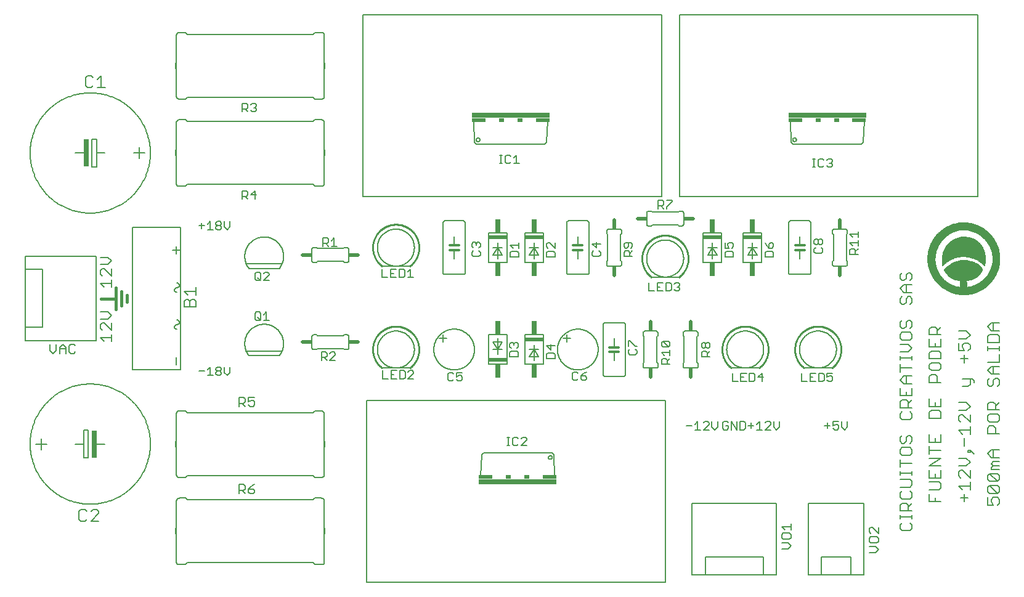
<source format=gbr>
G75*
%MOIN*%
%OFA0B0*%
%FSLAX25Y25*%
%IPPOS*%
%LPD*%
%AMOC8*
5,1,8,0,0,1.08239X$1,22.5*
%
%ADD10C,0.00700*%
%ADD11C,0.01600*%
%ADD12C,0.00500*%
%ADD13C,0.00600*%
%ADD14R,0.02500X0.15000*%
%ADD15C,0.01200*%
%ADD16R,0.10000X0.02000*%
%ADD17R,0.03000X0.07500*%
%ADD18R,0.42000X0.03000*%
%ADD19R,0.07500X0.02000*%
%ADD20R,0.03000X0.02000*%
%ADD21C,0.00800*%
%ADD22C,0.01000*%
%ADD23C,0.02000*%
%ADD24R,0.01500X0.02000*%
%ADD25R,0.02000X0.01500*%
%ADD26R,0.00600X0.03200*%
%ADD27C,0.00197*%
D10*
X0065599Y0045491D02*
X0066650Y0044441D01*
X0068751Y0044441D01*
X0069802Y0045491D01*
X0072044Y0044441D02*
X0076248Y0048644D01*
X0076248Y0049695D01*
X0075197Y0050746D01*
X0073095Y0050746D01*
X0072044Y0049695D01*
X0069802Y0049695D02*
X0068751Y0050746D01*
X0066650Y0050746D01*
X0065599Y0049695D01*
X0065599Y0045491D01*
X0072044Y0044441D02*
X0076248Y0044441D01*
X0079175Y0141645D02*
X0077206Y0143614D01*
X0083111Y0143614D01*
X0083111Y0145582D02*
X0083111Y0141645D01*
X0083111Y0147722D02*
X0079175Y0151659D01*
X0078190Y0151659D01*
X0077206Y0150675D01*
X0077206Y0148707D01*
X0078190Y0147722D01*
X0083111Y0147722D02*
X0083111Y0151659D01*
X0081143Y0153800D02*
X0083111Y0155768D01*
X0081143Y0157736D01*
X0077206Y0157736D01*
X0077206Y0153800D02*
X0081143Y0153800D01*
X0083111Y0171173D02*
X0083111Y0175110D01*
X0083111Y0173141D02*
X0077206Y0173141D01*
X0079175Y0171173D01*
X0078190Y0177250D02*
X0077206Y0178234D01*
X0077206Y0180203D01*
X0078190Y0181187D01*
X0079175Y0181187D01*
X0083111Y0177250D01*
X0083111Y0181187D01*
X0081143Y0183327D02*
X0083111Y0185296D01*
X0081143Y0187264D01*
X0077206Y0187264D01*
X0077206Y0183327D02*
X0081143Y0183327D01*
X0122428Y0168896D02*
X0128733Y0168896D01*
X0128733Y0166794D02*
X0128733Y0170998D01*
X0124530Y0166794D02*
X0122428Y0168896D01*
X0123479Y0164552D02*
X0124530Y0164552D01*
X0125581Y0163501D01*
X0125581Y0160349D01*
X0128733Y0160349D02*
X0128733Y0163501D01*
X0127682Y0164552D01*
X0126632Y0164552D01*
X0125581Y0163501D01*
X0123479Y0164552D02*
X0122428Y0163501D01*
X0122428Y0160349D01*
X0128733Y0160349D01*
X0079712Y0279165D02*
X0075509Y0279165D01*
X0077611Y0279165D02*
X0077611Y0285470D01*
X0075509Y0283369D01*
X0073267Y0284419D02*
X0072216Y0285470D01*
X0070114Y0285470D01*
X0069063Y0284419D01*
X0069063Y0280216D01*
X0070114Y0279165D01*
X0072216Y0279165D01*
X0073267Y0280216D01*
X0509877Y0177791D02*
X0509877Y0175689D01*
X0510928Y0174639D01*
X0511979Y0174639D01*
X0513029Y0175689D01*
X0513029Y0177791D01*
X0514080Y0178842D01*
X0515131Y0178842D01*
X0516182Y0177791D01*
X0516182Y0175689D01*
X0515131Y0174639D01*
X0516182Y0172397D02*
X0511979Y0172397D01*
X0509877Y0170295D01*
X0511979Y0168193D01*
X0516182Y0168193D01*
X0515131Y0165951D02*
X0516182Y0164900D01*
X0516182Y0162798D01*
X0515131Y0161748D01*
X0513029Y0162798D02*
X0513029Y0164900D01*
X0514080Y0165951D01*
X0515131Y0165951D01*
X0513029Y0168193D02*
X0513029Y0172397D01*
X0510928Y0165951D02*
X0509877Y0164900D01*
X0509877Y0162798D01*
X0510928Y0161748D01*
X0511979Y0161748D01*
X0513029Y0162798D01*
X0514080Y0153060D02*
X0515131Y0153060D01*
X0516182Y0152009D01*
X0516182Y0149907D01*
X0515131Y0148857D01*
X0515131Y0146615D02*
X0510928Y0146615D01*
X0509877Y0145564D01*
X0509877Y0143462D01*
X0510928Y0142411D01*
X0515131Y0142411D01*
X0516182Y0143462D01*
X0516182Y0145564D01*
X0515131Y0146615D01*
X0511979Y0148857D02*
X0513029Y0149907D01*
X0513029Y0152009D01*
X0514080Y0153060D01*
X0510928Y0153060D02*
X0509877Y0152009D01*
X0509877Y0149907D01*
X0510928Y0148857D01*
X0511979Y0148857D01*
X0525625Y0148421D02*
X0525625Y0145268D01*
X0531930Y0145268D01*
X0529828Y0145268D02*
X0529828Y0148421D01*
X0528777Y0149472D01*
X0526676Y0149472D01*
X0525625Y0148421D01*
X0529828Y0147370D02*
X0531930Y0149472D01*
X0541373Y0147323D02*
X0545576Y0147323D01*
X0547678Y0145221D01*
X0545576Y0143120D01*
X0541373Y0143120D01*
X0541373Y0140878D02*
X0541373Y0136674D01*
X0544526Y0136674D01*
X0543475Y0138776D01*
X0543475Y0139827D01*
X0544526Y0140878D01*
X0546627Y0140878D01*
X0547678Y0139827D01*
X0547678Y0137725D01*
X0546627Y0136674D01*
X0544526Y0134432D02*
X0544526Y0130229D01*
X0542424Y0132330D02*
X0546627Y0132330D01*
X0557121Y0130409D02*
X0563426Y0130409D01*
X0563426Y0134612D01*
X0563426Y0136854D02*
X0563426Y0138956D01*
X0563426Y0137905D02*
X0557121Y0137905D01*
X0557121Y0136854D02*
X0557121Y0138956D01*
X0557121Y0141151D02*
X0557121Y0144304D01*
X0558172Y0145355D01*
X0562375Y0145355D01*
X0563426Y0144304D01*
X0563426Y0141151D01*
X0557121Y0141151D01*
X0559223Y0147597D02*
X0557121Y0149698D01*
X0559223Y0151800D01*
X0563426Y0151800D01*
X0560274Y0151800D02*
X0560274Y0147597D01*
X0559223Y0147597D02*
X0563426Y0147597D01*
X0563426Y0128167D02*
X0559223Y0128167D01*
X0557121Y0126065D01*
X0559223Y0123963D01*
X0563426Y0123963D01*
X0562375Y0121721D02*
X0561324Y0121721D01*
X0560274Y0120670D01*
X0560274Y0118568D01*
X0559223Y0117518D01*
X0558172Y0117518D01*
X0557121Y0118568D01*
X0557121Y0120670D01*
X0558172Y0121721D01*
X0560274Y0123963D02*
X0560274Y0128167D01*
X0562375Y0121721D02*
X0563426Y0120670D01*
X0563426Y0118568D01*
X0562375Y0117518D01*
X0549780Y0119439D02*
X0549780Y0120490D01*
X0548729Y0121541D01*
X0543475Y0121541D01*
X0547678Y0121541D02*
X0547678Y0118388D01*
X0546627Y0117338D01*
X0543475Y0117338D01*
X0531930Y0119486D02*
X0525625Y0119486D01*
X0525625Y0122639D01*
X0526676Y0123690D01*
X0528777Y0123690D01*
X0529828Y0122639D01*
X0529828Y0119486D01*
X0530879Y0125932D02*
X0531930Y0126982D01*
X0531930Y0129084D01*
X0530879Y0130135D01*
X0526676Y0130135D01*
X0525625Y0129084D01*
X0525625Y0126982D01*
X0526676Y0125932D01*
X0530879Y0125932D01*
X0531930Y0132377D02*
X0525625Y0132377D01*
X0525625Y0135530D01*
X0526676Y0136581D01*
X0530879Y0136581D01*
X0531930Y0135530D01*
X0531930Y0132377D01*
X0531930Y0138823D02*
X0525625Y0138823D01*
X0525625Y0143026D01*
X0528777Y0140924D02*
X0528777Y0138823D01*
X0531930Y0138823D02*
X0531930Y0143026D01*
X0516182Y0138067D02*
X0514080Y0140169D01*
X0509877Y0140169D01*
X0509877Y0135966D02*
X0514080Y0135966D01*
X0516182Y0138067D01*
X0516182Y0133770D02*
X0516182Y0131669D01*
X0516182Y0132719D02*
X0509877Y0132719D01*
X0509877Y0131669D02*
X0509877Y0133770D01*
X0509877Y0129427D02*
X0509877Y0125223D01*
X0509877Y0127325D02*
X0516182Y0127325D01*
X0516182Y0122981D02*
X0511979Y0122981D01*
X0509877Y0120879D01*
X0511979Y0118778D01*
X0516182Y0118778D01*
X0516182Y0116536D02*
X0516182Y0112332D01*
X0509877Y0112332D01*
X0509877Y0116536D01*
X0513029Y0114434D02*
X0513029Y0112332D01*
X0513029Y0110090D02*
X0514080Y0109039D01*
X0514080Y0105887D01*
X0514080Y0107988D02*
X0516182Y0110090D01*
X0513029Y0110090D02*
X0510928Y0110090D01*
X0509877Y0109039D01*
X0509877Y0105887D01*
X0516182Y0105887D01*
X0515131Y0103645D02*
X0516182Y0102594D01*
X0516182Y0100492D01*
X0515131Y0099441D01*
X0510928Y0099441D01*
X0509877Y0100492D01*
X0509877Y0102594D01*
X0510928Y0103645D01*
X0525625Y0103302D02*
X0525625Y0100150D01*
X0531930Y0100150D01*
X0531930Y0103302D01*
X0530879Y0104353D01*
X0526676Y0104353D01*
X0525625Y0103302D01*
X0525625Y0106595D02*
X0531930Y0106595D01*
X0531930Y0110799D01*
X0528777Y0108697D02*
X0528777Y0106595D01*
X0525625Y0106595D02*
X0525625Y0110799D01*
X0513029Y0118778D02*
X0513029Y0122981D01*
X0541373Y0108650D02*
X0545576Y0108650D01*
X0547678Y0106548D01*
X0545576Y0104447D01*
X0541373Y0104447D01*
X0542424Y0102205D02*
X0541373Y0101154D01*
X0541373Y0099052D01*
X0542424Y0098001D01*
X0542424Y0102205D02*
X0543475Y0102205D01*
X0547678Y0098001D01*
X0547678Y0102205D01*
X0547678Y0095759D02*
X0547678Y0091556D01*
X0547678Y0093657D02*
X0541373Y0093657D01*
X0543475Y0091556D01*
X0544526Y0089314D02*
X0544526Y0085110D01*
X0546627Y0082915D02*
X0546627Y0081864D01*
X0547678Y0081864D01*
X0547678Y0082915D01*
X0546627Y0082915D01*
X0547678Y0082915D02*
X0549780Y0080813D01*
X0545576Y0078571D02*
X0547678Y0076469D01*
X0545576Y0074368D01*
X0541373Y0074368D01*
X0542424Y0072126D02*
X0541373Y0071075D01*
X0541373Y0068973D01*
X0542424Y0067922D01*
X0542424Y0072126D02*
X0543475Y0072126D01*
X0547678Y0067922D01*
X0547678Y0072126D01*
X0547678Y0065680D02*
X0547678Y0061477D01*
X0547678Y0063578D02*
X0541373Y0063578D01*
X0543475Y0061477D01*
X0544526Y0059235D02*
X0544526Y0055031D01*
X0546627Y0057133D02*
X0542424Y0057133D01*
X0531930Y0055031D02*
X0525625Y0055031D01*
X0525625Y0059235D01*
X0525625Y0061477D02*
X0530879Y0061477D01*
X0531930Y0062527D01*
X0531930Y0064629D01*
X0530879Y0065680D01*
X0525625Y0065680D01*
X0525625Y0067922D02*
X0531930Y0067922D01*
X0531930Y0072126D01*
X0531930Y0074368D02*
X0525625Y0074368D01*
X0531930Y0078571D01*
X0525625Y0078571D01*
X0525625Y0080813D02*
X0525625Y0085017D01*
X0525625Y0082915D02*
X0531930Y0082915D01*
X0531930Y0087259D02*
X0531930Y0091462D01*
X0528777Y0089360D02*
X0528777Y0087259D01*
X0525625Y0087259D02*
X0525625Y0091462D01*
X0525625Y0087259D02*
X0531930Y0087259D01*
X0541373Y0078571D02*
X0545576Y0078571D01*
X0557121Y0080946D02*
X0559223Y0083048D01*
X0563426Y0083048D01*
X0560274Y0083048D02*
X0560274Y0078845D01*
X0559223Y0078845D02*
X0557121Y0080946D01*
X0559223Y0078845D02*
X0563426Y0078845D01*
X0563426Y0076603D02*
X0560274Y0076603D01*
X0559223Y0075552D01*
X0560274Y0074501D01*
X0563426Y0074501D01*
X0563426Y0072399D02*
X0559223Y0072399D01*
X0559223Y0073450D01*
X0560274Y0074501D01*
X0558172Y0070157D02*
X0562375Y0070157D01*
X0563426Y0069106D01*
X0563426Y0067004D01*
X0562375Y0065954D01*
X0558172Y0070157D01*
X0557121Y0069106D01*
X0557121Y0067004D01*
X0558172Y0065954D01*
X0562375Y0065954D01*
X0562375Y0063712D02*
X0563426Y0062661D01*
X0563426Y0060559D01*
X0562375Y0059508D01*
X0558172Y0063712D01*
X0562375Y0063712D01*
X0558172Y0063712D02*
X0557121Y0062661D01*
X0557121Y0060559D01*
X0558172Y0059508D01*
X0562375Y0059508D01*
X0562375Y0057266D02*
X0563426Y0056215D01*
X0563426Y0054113D01*
X0562375Y0053063D01*
X0560274Y0053063D02*
X0559223Y0055164D01*
X0559223Y0056215D01*
X0560274Y0057266D01*
X0562375Y0057266D01*
X0560274Y0053063D02*
X0557121Y0053063D01*
X0557121Y0057266D01*
X0528777Y0057133D02*
X0528777Y0055031D01*
X0516182Y0054229D02*
X0514080Y0052127D01*
X0514080Y0053178D02*
X0514080Y0050026D01*
X0516182Y0050026D02*
X0509877Y0050026D01*
X0509877Y0053178D01*
X0510928Y0054229D01*
X0513029Y0054229D01*
X0514080Y0053178D01*
X0515131Y0056471D02*
X0510928Y0056471D01*
X0509877Y0057522D01*
X0509877Y0059624D01*
X0510928Y0060675D01*
X0509877Y0062917D02*
X0515131Y0062917D01*
X0516182Y0063967D01*
X0516182Y0066069D01*
X0515131Y0067120D01*
X0509877Y0067120D01*
X0509877Y0069362D02*
X0509877Y0071464D01*
X0509877Y0070413D02*
X0516182Y0070413D01*
X0516182Y0069362D02*
X0516182Y0071464D01*
X0516182Y0075761D02*
X0509877Y0075761D01*
X0509877Y0073659D02*
X0509877Y0077863D01*
X0510928Y0080105D02*
X0515131Y0080105D01*
X0516182Y0081155D01*
X0516182Y0083257D01*
X0515131Y0084308D01*
X0510928Y0084308D01*
X0509877Y0083257D01*
X0509877Y0081155D01*
X0510928Y0080105D01*
X0510928Y0086550D02*
X0511979Y0086550D01*
X0513029Y0087601D01*
X0513029Y0089703D01*
X0514080Y0090754D01*
X0515131Y0090754D01*
X0516182Y0089703D01*
X0516182Y0087601D01*
X0515131Y0086550D01*
X0510928Y0086550D02*
X0509877Y0087601D01*
X0509877Y0089703D01*
X0510928Y0090754D01*
X0525625Y0072126D02*
X0525625Y0067922D01*
X0528777Y0067922D02*
X0528777Y0070024D01*
X0516182Y0059624D02*
X0515131Y0060675D01*
X0516182Y0059624D02*
X0516182Y0057522D01*
X0515131Y0056471D01*
X0516182Y0047830D02*
X0516182Y0045729D01*
X0516182Y0046779D02*
X0509877Y0046779D01*
X0509877Y0045729D02*
X0509877Y0047830D01*
X0510928Y0043487D02*
X0509877Y0042436D01*
X0509877Y0040334D01*
X0510928Y0039283D01*
X0515131Y0039283D01*
X0516182Y0040334D01*
X0516182Y0042436D01*
X0515131Y0043487D01*
X0557121Y0091736D02*
X0557121Y0094888D01*
X0558172Y0095939D01*
X0560274Y0095939D01*
X0561324Y0094888D01*
X0561324Y0091736D01*
X0563426Y0091736D02*
X0557121Y0091736D01*
X0558172Y0098181D02*
X0562375Y0098181D01*
X0563426Y0099232D01*
X0563426Y0101334D01*
X0562375Y0102385D01*
X0558172Y0102385D01*
X0557121Y0101334D01*
X0557121Y0099232D01*
X0558172Y0098181D01*
X0557121Y0104627D02*
X0557121Y0107779D01*
X0558172Y0108830D01*
X0560274Y0108830D01*
X0561324Y0107779D01*
X0561324Y0104627D01*
X0561324Y0106728D02*
X0563426Y0108830D01*
X0563426Y0104627D02*
X0557121Y0104627D01*
X0509877Y0177791D02*
X0510928Y0178842D01*
D11*
X0091335Y0166886D02*
X0091335Y0162949D01*
X0088383Y0160980D02*
X0088383Y0168854D01*
X0085430Y0170823D02*
X0085430Y0159012D01*
X0085430Y0164917D02*
X0077556Y0164917D01*
D12*
X0134996Y0126426D02*
X0136498Y0127927D01*
X0136498Y0123423D01*
X0137999Y0123423D02*
X0134996Y0123423D01*
X0133395Y0125675D02*
X0130392Y0125675D01*
X0139600Y0124925D02*
X0140351Y0125675D01*
X0141852Y0125675D01*
X0142603Y0124925D01*
X0142603Y0124174D01*
X0141852Y0123423D01*
X0140351Y0123423D01*
X0139600Y0124174D01*
X0139600Y0124925D01*
X0140351Y0125675D02*
X0139600Y0126426D01*
X0139600Y0127176D01*
X0140351Y0127927D01*
X0141852Y0127927D01*
X0142603Y0127176D01*
X0142603Y0126426D01*
X0141852Y0125675D01*
X0144204Y0124925D02*
X0145705Y0123423D01*
X0147207Y0124925D01*
X0147207Y0127927D01*
X0144204Y0127927D02*
X0144204Y0124925D01*
X0155902Y0136571D02*
X0175587Y0136571D01*
X0196708Y0135949D02*
X0196708Y0131445D01*
X0196708Y0132947D02*
X0198960Y0132947D01*
X0199711Y0133697D01*
X0199711Y0135198D01*
X0198960Y0135949D01*
X0196708Y0135949D01*
X0198209Y0132947D02*
X0199711Y0131445D01*
X0201312Y0131445D02*
X0204315Y0134448D01*
X0204315Y0135198D01*
X0203564Y0135949D01*
X0202063Y0135949D01*
X0201312Y0135198D01*
X0201312Y0131445D02*
X0204315Y0131445D01*
X0229833Y0125944D02*
X0229833Y0121441D01*
X0232836Y0121441D01*
X0234437Y0121441D02*
X0237440Y0121441D01*
X0239041Y0121441D02*
X0241293Y0121441D01*
X0242044Y0122191D01*
X0242044Y0125194D01*
X0241293Y0125944D01*
X0239041Y0125944D01*
X0239041Y0121441D01*
X0235939Y0123692D02*
X0234437Y0123692D01*
X0234437Y0121441D02*
X0234437Y0125944D01*
X0237440Y0125944D01*
X0243645Y0125194D02*
X0244396Y0125944D01*
X0245897Y0125944D01*
X0246648Y0125194D01*
X0246648Y0124443D01*
X0243645Y0121441D01*
X0246648Y0121441D01*
X0265156Y0121052D02*
X0265907Y0120301D01*
X0267408Y0120301D01*
X0268159Y0121052D01*
X0269760Y0121052D02*
X0270511Y0120301D01*
X0272012Y0120301D01*
X0272763Y0121052D01*
X0272763Y0122553D01*
X0272012Y0123304D01*
X0271261Y0123304D01*
X0269760Y0122553D01*
X0269760Y0124805D01*
X0272763Y0124805D01*
X0268159Y0124054D02*
X0267408Y0124805D01*
X0265907Y0124805D01*
X0265156Y0124054D01*
X0265156Y0121052D01*
X0262501Y0141358D02*
X0262501Y0145358D01*
X0264501Y0143358D02*
X0260501Y0143358D01*
X0298585Y0140401D02*
X0299336Y0141152D01*
X0300087Y0141152D01*
X0300837Y0140401D01*
X0301588Y0141152D01*
X0302339Y0141152D01*
X0303089Y0140401D01*
X0303089Y0138900D01*
X0302339Y0138149D01*
X0302339Y0136548D02*
X0299336Y0136548D01*
X0298585Y0135797D01*
X0298585Y0133545D01*
X0303089Y0133545D01*
X0303089Y0135797D01*
X0302339Y0136548D01*
X0299336Y0138149D02*
X0298585Y0138900D01*
X0298585Y0140401D01*
X0300837Y0140401D02*
X0300837Y0139650D01*
X0318554Y0139319D02*
X0320806Y0137067D01*
X0320806Y0140070D01*
X0323058Y0139319D02*
X0318554Y0139319D01*
X0319305Y0135466D02*
X0318554Y0134715D01*
X0318554Y0132463D01*
X0323058Y0132463D01*
X0323058Y0134715D01*
X0322307Y0135466D01*
X0319305Y0135466D01*
X0327430Y0143358D02*
X0331430Y0143358D01*
X0329430Y0145358D02*
X0329430Y0141358D01*
X0333269Y0125238D02*
X0332518Y0124487D01*
X0332518Y0121485D01*
X0333269Y0120734D01*
X0334770Y0120734D01*
X0335521Y0121485D01*
X0337122Y0121485D02*
X0337873Y0120734D01*
X0339374Y0120734D01*
X0340125Y0121485D01*
X0340125Y0122236D01*
X0339374Y0122986D01*
X0337122Y0122986D01*
X0337122Y0121485D01*
X0337122Y0122986D02*
X0338624Y0124487D01*
X0340125Y0125238D01*
X0335521Y0124487D02*
X0334770Y0125238D01*
X0333269Y0125238D01*
X0362861Y0135277D02*
X0363612Y0134526D01*
X0366614Y0134526D01*
X0367365Y0135277D01*
X0367365Y0136778D01*
X0366614Y0137529D01*
X0366614Y0139130D02*
X0367365Y0139130D01*
X0366614Y0139130D02*
X0363612Y0142133D01*
X0362861Y0142133D01*
X0362861Y0139130D01*
X0363612Y0137529D02*
X0362861Y0136778D01*
X0362861Y0135277D01*
X0380694Y0135682D02*
X0385198Y0135682D01*
X0385198Y0134181D02*
X0385198Y0137183D01*
X0384447Y0138785D02*
X0381445Y0138785D01*
X0380694Y0139535D01*
X0380694Y0141037D01*
X0381445Y0141787D01*
X0384447Y0138785D01*
X0385198Y0139535D01*
X0385198Y0141037D01*
X0384447Y0141787D01*
X0381445Y0141787D01*
X0380694Y0135682D02*
X0382195Y0134181D01*
X0381445Y0132579D02*
X0382946Y0132579D01*
X0383697Y0131829D01*
X0383697Y0129577D01*
X0385198Y0129577D02*
X0380694Y0129577D01*
X0380694Y0131829D01*
X0381445Y0132579D01*
X0383697Y0131078D02*
X0385198Y0132579D01*
X0402348Y0133514D02*
X0402348Y0135766D01*
X0403098Y0136516D01*
X0404600Y0136516D01*
X0405350Y0135766D01*
X0405350Y0133514D01*
X0405350Y0135015D02*
X0406851Y0136516D01*
X0406101Y0138118D02*
X0405350Y0138118D01*
X0404600Y0138868D01*
X0404600Y0140370D01*
X0405350Y0141120D01*
X0406101Y0141120D01*
X0406851Y0140370D01*
X0406851Y0138868D01*
X0406101Y0138118D01*
X0404600Y0138868D02*
X0403849Y0138118D01*
X0403098Y0138118D01*
X0402348Y0138868D01*
X0402348Y0140370D01*
X0403098Y0141120D01*
X0403849Y0141120D01*
X0404600Y0140370D01*
X0406851Y0133514D02*
X0402348Y0133514D01*
X0419046Y0124527D02*
X0419046Y0120023D01*
X0422048Y0120023D01*
X0423650Y0120023D02*
X0426652Y0120023D01*
X0428254Y0120023D02*
X0430506Y0120023D01*
X0431256Y0120774D01*
X0431256Y0123776D01*
X0430506Y0124527D01*
X0428254Y0124527D01*
X0428254Y0120023D01*
X0425151Y0122275D02*
X0423650Y0122275D01*
X0423650Y0124527D02*
X0423650Y0120023D01*
X0423650Y0124527D02*
X0426652Y0124527D01*
X0432858Y0122275D02*
X0435860Y0122275D01*
X0435110Y0120023D02*
X0435110Y0124527D01*
X0432858Y0122275D01*
X0456448Y0120023D02*
X0459450Y0120023D01*
X0461051Y0120023D02*
X0461051Y0124527D01*
X0464054Y0124527D01*
X0465655Y0124527D02*
X0467907Y0124527D01*
X0468658Y0123776D01*
X0468658Y0120774D01*
X0467907Y0120023D01*
X0465655Y0120023D01*
X0465655Y0124527D01*
X0462553Y0122275D02*
X0461051Y0122275D01*
X0461051Y0120023D02*
X0464054Y0120023D01*
X0470259Y0120774D02*
X0471010Y0120023D01*
X0472511Y0120023D01*
X0473262Y0120774D01*
X0473262Y0122275D01*
X0472511Y0123026D01*
X0471761Y0123026D01*
X0470259Y0122275D01*
X0470259Y0124527D01*
X0473262Y0124527D01*
X0456448Y0124527D02*
X0456448Y0120023D01*
X0444451Y0098400D02*
X0444451Y0095397D01*
X0442950Y0093896D01*
X0441448Y0095397D01*
X0441448Y0098400D01*
X0439847Y0097649D02*
X0439096Y0098400D01*
X0437595Y0098400D01*
X0436844Y0097649D01*
X0439847Y0097649D02*
X0439847Y0096898D01*
X0436844Y0093896D01*
X0439847Y0093896D01*
X0435243Y0093896D02*
X0432240Y0093896D01*
X0433742Y0093896D02*
X0433742Y0098400D01*
X0432240Y0096898D01*
X0430639Y0096148D02*
X0427636Y0096148D01*
X0429138Y0097649D02*
X0429138Y0094646D01*
X0426067Y0094646D02*
X0426067Y0097649D01*
X0425317Y0098400D01*
X0423065Y0098400D01*
X0423065Y0093896D01*
X0425317Y0093896D01*
X0426067Y0094646D01*
X0421463Y0093896D02*
X0421463Y0098400D01*
X0418461Y0098400D02*
X0418461Y0093896D01*
X0416860Y0094646D02*
X0416860Y0096148D01*
X0415358Y0096148D01*
X0413857Y0097649D02*
X0413857Y0094646D01*
X0414608Y0093896D01*
X0416109Y0093896D01*
X0416860Y0094646D01*
X0416860Y0097649D02*
X0416109Y0098400D01*
X0414608Y0098400D01*
X0413857Y0097649D01*
X0410986Y0098400D02*
X0410986Y0095397D01*
X0409485Y0093896D01*
X0407984Y0095397D01*
X0407984Y0098400D01*
X0406382Y0097649D02*
X0405632Y0098400D01*
X0404130Y0098400D01*
X0403380Y0097649D01*
X0406382Y0097649D02*
X0406382Y0096898D01*
X0403380Y0093896D01*
X0406382Y0093896D01*
X0401778Y0093896D02*
X0398776Y0093896D01*
X0400277Y0093896D02*
X0400277Y0098400D01*
X0398776Y0096898D01*
X0397174Y0096148D02*
X0394172Y0096148D01*
X0382674Y0109799D02*
X0382674Y0011374D01*
X0221257Y0011374D01*
X0221257Y0109799D01*
X0382674Y0109799D01*
X0418461Y0098400D02*
X0421463Y0093896D01*
X0468975Y0096148D02*
X0471978Y0096148D01*
X0473579Y0096148D02*
X0475080Y0096898D01*
X0475831Y0096898D01*
X0476582Y0096148D01*
X0476582Y0094646D01*
X0475831Y0093896D01*
X0474330Y0093896D01*
X0473579Y0094646D01*
X0473579Y0096148D02*
X0473579Y0098400D01*
X0476582Y0098400D01*
X0478183Y0098400D02*
X0478183Y0095397D01*
X0479684Y0093896D01*
X0481185Y0095397D01*
X0481185Y0098400D01*
X0470476Y0097649D02*
X0470476Y0094646D01*
X0390624Y0169711D02*
X0389873Y0168960D01*
X0388372Y0168960D01*
X0387621Y0169711D01*
X0386020Y0169711D02*
X0386020Y0172713D01*
X0385269Y0173464D01*
X0383018Y0173464D01*
X0383018Y0168960D01*
X0385269Y0168960D01*
X0386020Y0169711D01*
X0387621Y0172713D02*
X0388372Y0173464D01*
X0389873Y0173464D01*
X0390624Y0172713D01*
X0390624Y0171963D01*
X0389873Y0171212D01*
X0390624Y0170462D01*
X0390624Y0169711D01*
X0389873Y0171212D02*
X0389123Y0171212D01*
X0381416Y0168960D02*
X0378414Y0168960D01*
X0378414Y0173464D01*
X0381416Y0173464D01*
X0379915Y0171212D02*
X0378414Y0171212D01*
X0376812Y0168960D02*
X0373810Y0168960D01*
X0373810Y0173464D01*
X0364965Y0187613D02*
X0360461Y0187613D01*
X0360461Y0189865D01*
X0361212Y0190616D01*
X0362713Y0190616D01*
X0363464Y0189865D01*
X0363464Y0187613D01*
X0363464Y0189114D02*
X0364965Y0190616D01*
X0364214Y0192217D02*
X0364965Y0192968D01*
X0364965Y0194469D01*
X0364214Y0195219D01*
X0361212Y0195219D01*
X0360461Y0194469D01*
X0360461Y0192968D01*
X0361212Y0192217D01*
X0361962Y0192217D01*
X0362713Y0192968D01*
X0362713Y0195219D01*
X0347680Y0194532D02*
X0343176Y0194532D01*
X0345428Y0192280D01*
X0345428Y0195282D01*
X0346929Y0190679D02*
X0347680Y0189928D01*
X0347680Y0188427D01*
X0346929Y0187676D01*
X0343927Y0187676D01*
X0343176Y0188427D01*
X0343176Y0189928D01*
X0343927Y0190679D01*
X0323058Y0189833D02*
X0322307Y0190584D01*
X0319305Y0190584D01*
X0318554Y0189833D01*
X0318554Y0187582D01*
X0323058Y0187582D01*
X0323058Y0189833D01*
X0323058Y0192185D02*
X0320055Y0195188D01*
X0319305Y0195188D01*
X0318554Y0194437D01*
X0318554Y0192936D01*
X0319305Y0192185D01*
X0323058Y0192185D02*
X0323058Y0195188D01*
X0303373Y0195188D02*
X0303373Y0192185D01*
X0303373Y0193687D02*
X0298869Y0193687D01*
X0300370Y0192185D01*
X0299620Y0190584D02*
X0298869Y0189833D01*
X0298869Y0187582D01*
X0303373Y0187582D01*
X0303373Y0189833D01*
X0302622Y0190584D01*
X0299620Y0190584D01*
X0282719Y0189928D02*
X0281969Y0190679D01*
X0282719Y0189928D02*
X0282719Y0188427D01*
X0281969Y0187676D01*
X0278966Y0187676D01*
X0278215Y0188427D01*
X0278215Y0189928D01*
X0278966Y0190679D01*
X0278966Y0192280D02*
X0278215Y0193031D01*
X0278215Y0194532D01*
X0278966Y0195282D01*
X0279717Y0195282D01*
X0280467Y0194532D01*
X0281218Y0195282D01*
X0281969Y0195282D01*
X0282719Y0194532D01*
X0282719Y0193031D01*
X0281969Y0192280D01*
X0280467Y0193781D02*
X0280467Y0194532D01*
X0244871Y0180787D02*
X0244871Y0176283D01*
X0243370Y0176283D02*
X0246372Y0176283D01*
X0243370Y0179286D02*
X0244871Y0180787D01*
X0241768Y0180036D02*
X0241768Y0177034D01*
X0241018Y0176283D01*
X0238766Y0176283D01*
X0238766Y0180787D01*
X0241018Y0180787D01*
X0241768Y0180036D01*
X0237164Y0180787D02*
X0234162Y0180787D01*
X0234162Y0176283D01*
X0237164Y0176283D01*
X0235663Y0178535D02*
X0234162Y0178535D01*
X0232560Y0176283D02*
X0229558Y0176283D01*
X0229558Y0180787D01*
X0205097Y0193181D02*
X0202095Y0193181D01*
X0203596Y0193181D02*
X0203596Y0197685D01*
X0202095Y0196183D01*
X0200493Y0195433D02*
X0199743Y0194682D01*
X0197491Y0194682D01*
X0198992Y0194682D02*
X0200493Y0193181D01*
X0200493Y0195433D02*
X0200493Y0196934D01*
X0199743Y0197685D01*
X0197491Y0197685D01*
X0197491Y0193181D01*
X0175587Y0183815D02*
X0155902Y0183815D01*
X0160778Y0178507D02*
X0161529Y0179258D01*
X0163030Y0179258D01*
X0163781Y0178507D01*
X0163781Y0175505D01*
X0163030Y0174754D01*
X0161529Y0174754D01*
X0160778Y0175505D01*
X0160778Y0178507D01*
X0162279Y0176255D02*
X0163781Y0174754D01*
X0165382Y0174754D02*
X0168385Y0177756D01*
X0168385Y0178507D01*
X0167634Y0179258D01*
X0166133Y0179258D01*
X0165382Y0178507D01*
X0165382Y0174754D02*
X0168385Y0174754D01*
X0166883Y0157604D02*
X0165382Y0156103D01*
X0163781Y0156854D02*
X0163781Y0153851D01*
X0163030Y0153100D01*
X0161529Y0153100D01*
X0160778Y0153851D01*
X0160778Y0156854D01*
X0161529Y0157604D01*
X0163030Y0157604D01*
X0163781Y0156854D01*
X0162279Y0154602D02*
X0163781Y0153100D01*
X0165382Y0153100D02*
X0168385Y0153100D01*
X0166883Y0153100D02*
X0166883Y0157604D01*
X0145705Y0202163D02*
X0147207Y0203665D01*
X0147207Y0206667D01*
X0144204Y0206667D02*
X0144204Y0203665D01*
X0145705Y0202163D01*
X0142603Y0202914D02*
X0141852Y0202163D01*
X0140351Y0202163D01*
X0139600Y0202914D01*
X0139600Y0203665D01*
X0140351Y0204415D01*
X0141852Y0204415D01*
X0142603Y0203665D01*
X0142603Y0202914D01*
X0141852Y0204415D02*
X0142603Y0205166D01*
X0142603Y0205917D01*
X0141852Y0206667D01*
X0140351Y0206667D01*
X0139600Y0205917D01*
X0139600Y0205166D01*
X0140351Y0204415D01*
X0137999Y0202163D02*
X0134996Y0202163D01*
X0136498Y0202163D02*
X0136498Y0206667D01*
X0134996Y0205166D01*
X0133395Y0204415D02*
X0130392Y0204415D01*
X0131894Y0202914D02*
X0131894Y0205917D01*
X0153948Y0218732D02*
X0153948Y0223236D01*
X0156199Y0223236D01*
X0156950Y0222485D01*
X0156950Y0220984D01*
X0156199Y0220233D01*
X0153948Y0220233D01*
X0155449Y0220233D02*
X0156950Y0218732D01*
X0158551Y0220984D02*
X0161554Y0220984D01*
X0160803Y0218732D02*
X0160803Y0223236D01*
X0158551Y0220984D01*
X0219288Y0220035D02*
X0219288Y0318461D01*
X0380705Y0318461D01*
X0380705Y0220035D01*
X0219288Y0220035D01*
X0279591Y0249469D02*
X0279091Y0260969D01*
X0280391Y0250869D02*
X0280393Y0250932D01*
X0280399Y0250994D01*
X0280409Y0251056D01*
X0280422Y0251118D01*
X0280440Y0251178D01*
X0280461Y0251237D01*
X0280486Y0251295D01*
X0280515Y0251351D01*
X0280547Y0251405D01*
X0280582Y0251457D01*
X0280620Y0251506D01*
X0280662Y0251554D01*
X0280706Y0251598D01*
X0280754Y0251640D01*
X0280803Y0251678D01*
X0280855Y0251713D01*
X0280909Y0251745D01*
X0280965Y0251774D01*
X0281023Y0251799D01*
X0281082Y0251820D01*
X0281142Y0251838D01*
X0281204Y0251851D01*
X0281266Y0251861D01*
X0281328Y0251867D01*
X0281391Y0251869D01*
X0281454Y0251867D01*
X0281516Y0251861D01*
X0281578Y0251851D01*
X0281640Y0251838D01*
X0281700Y0251820D01*
X0281759Y0251799D01*
X0281817Y0251774D01*
X0281873Y0251745D01*
X0281927Y0251713D01*
X0281979Y0251678D01*
X0282028Y0251640D01*
X0282076Y0251598D01*
X0282120Y0251554D01*
X0282162Y0251506D01*
X0282200Y0251457D01*
X0282235Y0251405D01*
X0282267Y0251351D01*
X0282296Y0251295D01*
X0282321Y0251237D01*
X0282342Y0251178D01*
X0282360Y0251118D01*
X0282373Y0251056D01*
X0282383Y0250994D01*
X0282389Y0250932D01*
X0282391Y0250869D01*
X0282389Y0250806D01*
X0282383Y0250744D01*
X0282373Y0250682D01*
X0282360Y0250620D01*
X0282342Y0250560D01*
X0282321Y0250501D01*
X0282296Y0250443D01*
X0282267Y0250387D01*
X0282235Y0250333D01*
X0282200Y0250281D01*
X0282162Y0250232D01*
X0282120Y0250184D01*
X0282076Y0250140D01*
X0282028Y0250098D01*
X0281979Y0250060D01*
X0281927Y0250025D01*
X0281873Y0249993D01*
X0281817Y0249964D01*
X0281759Y0249939D01*
X0281700Y0249918D01*
X0281640Y0249900D01*
X0281578Y0249887D01*
X0281516Y0249877D01*
X0281454Y0249871D01*
X0281391Y0249869D01*
X0281328Y0249871D01*
X0281266Y0249877D01*
X0281204Y0249887D01*
X0281142Y0249900D01*
X0281082Y0249918D01*
X0281023Y0249939D01*
X0280965Y0249964D01*
X0280909Y0249993D01*
X0280855Y0250025D01*
X0280803Y0250060D01*
X0280754Y0250098D01*
X0280706Y0250140D01*
X0280662Y0250184D01*
X0280620Y0250232D01*
X0280582Y0250281D01*
X0280547Y0250333D01*
X0280515Y0250387D01*
X0280486Y0250443D01*
X0280461Y0250501D01*
X0280440Y0250560D01*
X0280422Y0250620D01*
X0280409Y0250682D01*
X0280399Y0250744D01*
X0280393Y0250806D01*
X0280391Y0250869D01*
X0279591Y0249469D02*
X0280591Y0248469D01*
X0317591Y0248469D01*
X0318591Y0249469D01*
X0319091Y0260969D01*
X0302295Y0242485D02*
X0300794Y0240984D01*
X0299193Y0241735D02*
X0298442Y0242485D01*
X0296941Y0242485D01*
X0296190Y0241735D01*
X0296190Y0238732D01*
X0296941Y0237981D01*
X0298442Y0237981D01*
X0299193Y0238732D01*
X0300794Y0237981D02*
X0303796Y0237981D01*
X0302295Y0237981D02*
X0302295Y0242485D01*
X0294622Y0242485D02*
X0293121Y0242485D01*
X0293871Y0242485D02*
X0293871Y0237981D01*
X0293121Y0237981D02*
X0294622Y0237981D01*
X0378829Y0218078D02*
X0378829Y0213574D01*
X0378829Y0215076D02*
X0381081Y0215076D01*
X0381832Y0215826D01*
X0381832Y0217328D01*
X0381081Y0218078D01*
X0378829Y0218078D01*
X0380331Y0215076D02*
X0381832Y0213574D01*
X0383433Y0213574D02*
X0383433Y0214325D01*
X0386436Y0217328D01*
X0386436Y0218078D01*
X0383433Y0218078D01*
X0390548Y0220035D02*
X0390548Y0318461D01*
X0551965Y0318461D01*
X0551965Y0220035D01*
X0390548Y0220035D01*
X0415011Y0195188D02*
X0415011Y0192185D01*
X0417263Y0192185D01*
X0416512Y0193687D01*
X0416512Y0194437D01*
X0417263Y0195188D01*
X0418764Y0195188D01*
X0419514Y0194437D01*
X0419514Y0192936D01*
X0418764Y0192185D01*
X0418764Y0190584D02*
X0415761Y0190584D01*
X0415011Y0189833D01*
X0415011Y0187582D01*
X0419514Y0187582D01*
X0419514Y0189833D01*
X0418764Y0190584D01*
X0436664Y0189833D02*
X0436664Y0187582D01*
X0441168Y0187582D01*
X0441168Y0189833D01*
X0440417Y0190584D01*
X0437415Y0190584D01*
X0436664Y0189833D01*
X0438916Y0192185D02*
X0438916Y0194437D01*
X0439667Y0195188D01*
X0440417Y0195188D01*
X0441168Y0194437D01*
X0441168Y0192936D01*
X0440417Y0192185D01*
X0438916Y0192185D01*
X0437415Y0193687D01*
X0436664Y0195188D01*
X0463255Y0194779D02*
X0463255Y0196280D01*
X0464005Y0197031D01*
X0464756Y0197031D01*
X0465507Y0196280D01*
X0465507Y0194779D01*
X0464756Y0194028D01*
X0464005Y0194028D01*
X0463255Y0194779D01*
X0465507Y0194779D02*
X0466257Y0194028D01*
X0467008Y0194028D01*
X0467759Y0194779D01*
X0467759Y0196280D01*
X0467008Y0197031D01*
X0466257Y0197031D01*
X0465507Y0196280D01*
X0467008Y0192427D02*
X0467759Y0191676D01*
X0467759Y0190175D01*
X0467008Y0189424D01*
X0464005Y0189424D01*
X0463255Y0190175D01*
X0463255Y0191676D01*
X0464005Y0192427D01*
X0482508Y0191166D02*
X0482508Y0188915D01*
X0487012Y0188915D01*
X0485511Y0188915D02*
X0485511Y0191166D01*
X0484760Y0191917D01*
X0483259Y0191917D01*
X0482508Y0191166D01*
X0484010Y0193519D02*
X0482508Y0195020D01*
X0487012Y0195020D01*
X0487012Y0193519D02*
X0487012Y0196521D01*
X0487012Y0198122D02*
X0487012Y0201125D01*
X0487012Y0199624D02*
X0482508Y0199624D01*
X0484010Y0198122D01*
X0487012Y0191917D02*
X0485511Y0190416D01*
X0472337Y0236013D02*
X0470836Y0236013D01*
X0470085Y0236764D01*
X0468484Y0236764D02*
X0467733Y0236013D01*
X0466232Y0236013D01*
X0465481Y0236764D01*
X0465481Y0239766D01*
X0466232Y0240517D01*
X0467733Y0240517D01*
X0468484Y0239766D01*
X0470085Y0239766D02*
X0470836Y0240517D01*
X0472337Y0240517D01*
X0473088Y0239766D01*
X0473088Y0239016D01*
X0472337Y0238265D01*
X0473088Y0237514D01*
X0473088Y0236764D01*
X0472337Y0236013D01*
X0472337Y0238265D02*
X0471587Y0238265D01*
X0463913Y0240517D02*
X0462412Y0240517D01*
X0463163Y0240517D02*
X0463163Y0236013D01*
X0463913Y0236013D02*
X0462412Y0236013D01*
X0451851Y0248469D02*
X0450851Y0249469D01*
X0450351Y0260969D01*
X0451651Y0250869D02*
X0451653Y0250932D01*
X0451659Y0250994D01*
X0451669Y0251056D01*
X0451682Y0251118D01*
X0451700Y0251178D01*
X0451721Y0251237D01*
X0451746Y0251295D01*
X0451775Y0251351D01*
X0451807Y0251405D01*
X0451842Y0251457D01*
X0451880Y0251506D01*
X0451922Y0251554D01*
X0451966Y0251598D01*
X0452014Y0251640D01*
X0452063Y0251678D01*
X0452115Y0251713D01*
X0452169Y0251745D01*
X0452225Y0251774D01*
X0452283Y0251799D01*
X0452342Y0251820D01*
X0452402Y0251838D01*
X0452464Y0251851D01*
X0452526Y0251861D01*
X0452588Y0251867D01*
X0452651Y0251869D01*
X0452714Y0251867D01*
X0452776Y0251861D01*
X0452838Y0251851D01*
X0452900Y0251838D01*
X0452960Y0251820D01*
X0453019Y0251799D01*
X0453077Y0251774D01*
X0453133Y0251745D01*
X0453187Y0251713D01*
X0453239Y0251678D01*
X0453288Y0251640D01*
X0453336Y0251598D01*
X0453380Y0251554D01*
X0453422Y0251506D01*
X0453460Y0251457D01*
X0453495Y0251405D01*
X0453527Y0251351D01*
X0453556Y0251295D01*
X0453581Y0251237D01*
X0453602Y0251178D01*
X0453620Y0251118D01*
X0453633Y0251056D01*
X0453643Y0250994D01*
X0453649Y0250932D01*
X0453651Y0250869D01*
X0453649Y0250806D01*
X0453643Y0250744D01*
X0453633Y0250682D01*
X0453620Y0250620D01*
X0453602Y0250560D01*
X0453581Y0250501D01*
X0453556Y0250443D01*
X0453527Y0250387D01*
X0453495Y0250333D01*
X0453460Y0250281D01*
X0453422Y0250232D01*
X0453380Y0250184D01*
X0453336Y0250140D01*
X0453288Y0250098D01*
X0453239Y0250060D01*
X0453187Y0250025D01*
X0453133Y0249993D01*
X0453077Y0249964D01*
X0453019Y0249939D01*
X0452960Y0249918D01*
X0452900Y0249900D01*
X0452838Y0249887D01*
X0452776Y0249877D01*
X0452714Y0249871D01*
X0452651Y0249869D01*
X0452588Y0249871D01*
X0452526Y0249877D01*
X0452464Y0249887D01*
X0452402Y0249900D01*
X0452342Y0249918D01*
X0452283Y0249939D01*
X0452225Y0249964D01*
X0452169Y0249993D01*
X0452115Y0250025D01*
X0452063Y0250060D01*
X0452014Y0250098D01*
X0451966Y0250140D01*
X0451922Y0250184D01*
X0451880Y0250232D01*
X0451842Y0250281D01*
X0451807Y0250333D01*
X0451775Y0250387D01*
X0451746Y0250443D01*
X0451721Y0250501D01*
X0451700Y0250560D01*
X0451682Y0250620D01*
X0451669Y0250682D01*
X0451659Y0250744D01*
X0451653Y0250806D01*
X0451651Y0250869D01*
X0451851Y0248469D02*
X0488851Y0248469D01*
X0489851Y0249469D01*
X0490351Y0260969D01*
X0307740Y0089138D02*
X0306989Y0089888D01*
X0305488Y0089888D01*
X0304737Y0089138D01*
X0303136Y0089138D02*
X0302385Y0089888D01*
X0300884Y0089888D01*
X0300133Y0089138D01*
X0300133Y0086135D01*
X0300884Y0085385D01*
X0302385Y0085385D01*
X0303136Y0086135D01*
X0304737Y0085385D02*
X0307740Y0088387D01*
X0307740Y0089138D01*
X0307740Y0085385D02*
X0304737Y0085385D01*
X0298565Y0085385D02*
X0297064Y0085385D01*
X0297815Y0085385D02*
X0297815Y0089888D01*
X0298565Y0089888D02*
X0297064Y0089888D01*
X0284371Y0081366D02*
X0321371Y0081366D01*
X0322371Y0080366D01*
X0322871Y0068866D01*
X0319571Y0078966D02*
X0319573Y0079029D01*
X0319579Y0079091D01*
X0319589Y0079153D01*
X0319602Y0079215D01*
X0319620Y0079275D01*
X0319641Y0079334D01*
X0319666Y0079392D01*
X0319695Y0079448D01*
X0319727Y0079502D01*
X0319762Y0079554D01*
X0319800Y0079603D01*
X0319842Y0079651D01*
X0319886Y0079695D01*
X0319934Y0079737D01*
X0319983Y0079775D01*
X0320035Y0079810D01*
X0320089Y0079842D01*
X0320145Y0079871D01*
X0320203Y0079896D01*
X0320262Y0079917D01*
X0320322Y0079935D01*
X0320384Y0079948D01*
X0320446Y0079958D01*
X0320508Y0079964D01*
X0320571Y0079966D01*
X0320634Y0079964D01*
X0320696Y0079958D01*
X0320758Y0079948D01*
X0320820Y0079935D01*
X0320880Y0079917D01*
X0320939Y0079896D01*
X0320997Y0079871D01*
X0321053Y0079842D01*
X0321107Y0079810D01*
X0321159Y0079775D01*
X0321208Y0079737D01*
X0321256Y0079695D01*
X0321300Y0079651D01*
X0321342Y0079603D01*
X0321380Y0079554D01*
X0321415Y0079502D01*
X0321447Y0079448D01*
X0321476Y0079392D01*
X0321501Y0079334D01*
X0321522Y0079275D01*
X0321540Y0079215D01*
X0321553Y0079153D01*
X0321563Y0079091D01*
X0321569Y0079029D01*
X0321571Y0078966D01*
X0321569Y0078903D01*
X0321563Y0078841D01*
X0321553Y0078779D01*
X0321540Y0078717D01*
X0321522Y0078657D01*
X0321501Y0078598D01*
X0321476Y0078540D01*
X0321447Y0078484D01*
X0321415Y0078430D01*
X0321380Y0078378D01*
X0321342Y0078329D01*
X0321300Y0078281D01*
X0321256Y0078237D01*
X0321208Y0078195D01*
X0321159Y0078157D01*
X0321107Y0078122D01*
X0321053Y0078090D01*
X0320997Y0078061D01*
X0320939Y0078036D01*
X0320880Y0078015D01*
X0320820Y0077997D01*
X0320758Y0077984D01*
X0320696Y0077974D01*
X0320634Y0077968D01*
X0320571Y0077966D01*
X0320508Y0077968D01*
X0320446Y0077974D01*
X0320384Y0077984D01*
X0320322Y0077997D01*
X0320262Y0078015D01*
X0320203Y0078036D01*
X0320145Y0078061D01*
X0320089Y0078090D01*
X0320035Y0078122D01*
X0319983Y0078157D01*
X0319934Y0078195D01*
X0319886Y0078237D01*
X0319842Y0078281D01*
X0319800Y0078329D01*
X0319762Y0078378D01*
X0319727Y0078430D01*
X0319695Y0078484D01*
X0319666Y0078540D01*
X0319641Y0078598D01*
X0319620Y0078657D01*
X0319602Y0078717D01*
X0319589Y0078779D01*
X0319579Y0078841D01*
X0319573Y0078903D01*
X0319571Y0078966D01*
X0284371Y0081366D02*
X0283371Y0080366D01*
X0282871Y0068866D01*
X0160803Y0265976D02*
X0159302Y0265976D01*
X0158551Y0266727D01*
X0156950Y0265976D02*
X0155449Y0267477D01*
X0156199Y0267477D02*
X0153948Y0267477D01*
X0153948Y0265976D02*
X0153948Y0270480D01*
X0156199Y0270480D01*
X0156950Y0269729D01*
X0156950Y0268228D01*
X0156199Y0267477D01*
X0158551Y0269729D02*
X0159302Y0270480D01*
X0160803Y0270480D01*
X0161554Y0269729D01*
X0161554Y0268979D01*
X0160803Y0268228D01*
X0161554Y0267477D01*
X0161554Y0266727D01*
X0160803Y0265976D01*
X0160803Y0268228D02*
X0160053Y0268228D01*
D13*
X0192264Y0273902D02*
X0124264Y0273902D01*
X0123264Y0272902D01*
X0119764Y0272902D01*
X0119688Y0272904D01*
X0119612Y0272910D01*
X0119537Y0272919D01*
X0119462Y0272933D01*
X0119388Y0272950D01*
X0119315Y0272971D01*
X0119243Y0272995D01*
X0119172Y0273024D01*
X0119103Y0273055D01*
X0119036Y0273090D01*
X0118971Y0273129D01*
X0118907Y0273171D01*
X0118846Y0273216D01*
X0118787Y0273264D01*
X0118731Y0273315D01*
X0118677Y0273369D01*
X0118626Y0273425D01*
X0118578Y0273484D01*
X0118533Y0273545D01*
X0118491Y0273609D01*
X0118452Y0273674D01*
X0118417Y0273741D01*
X0118386Y0273810D01*
X0118357Y0273881D01*
X0118333Y0273953D01*
X0118312Y0274026D01*
X0118295Y0274100D01*
X0118281Y0274175D01*
X0118272Y0274250D01*
X0118266Y0274326D01*
X0118264Y0274402D01*
X0118264Y0307402D01*
X0118266Y0307478D01*
X0118272Y0307554D01*
X0118281Y0307629D01*
X0118295Y0307704D01*
X0118312Y0307778D01*
X0118333Y0307851D01*
X0118357Y0307923D01*
X0118386Y0307994D01*
X0118417Y0308063D01*
X0118452Y0308130D01*
X0118491Y0308195D01*
X0118533Y0308259D01*
X0118578Y0308320D01*
X0118626Y0308379D01*
X0118677Y0308435D01*
X0118731Y0308489D01*
X0118787Y0308540D01*
X0118846Y0308588D01*
X0118907Y0308633D01*
X0118971Y0308675D01*
X0119036Y0308714D01*
X0119103Y0308749D01*
X0119172Y0308780D01*
X0119243Y0308809D01*
X0119315Y0308833D01*
X0119388Y0308854D01*
X0119462Y0308871D01*
X0119537Y0308885D01*
X0119612Y0308894D01*
X0119688Y0308900D01*
X0119764Y0308902D01*
X0123264Y0308902D01*
X0124264Y0307902D01*
X0192264Y0307902D01*
X0193264Y0308902D01*
X0196764Y0308902D01*
X0196840Y0308900D01*
X0196916Y0308894D01*
X0196991Y0308885D01*
X0197066Y0308871D01*
X0197140Y0308854D01*
X0197213Y0308833D01*
X0197285Y0308809D01*
X0197356Y0308780D01*
X0197425Y0308749D01*
X0197492Y0308714D01*
X0197557Y0308675D01*
X0197621Y0308633D01*
X0197682Y0308588D01*
X0197741Y0308540D01*
X0197797Y0308489D01*
X0197851Y0308435D01*
X0197902Y0308379D01*
X0197950Y0308320D01*
X0197995Y0308259D01*
X0198037Y0308195D01*
X0198076Y0308130D01*
X0198111Y0308063D01*
X0198142Y0307994D01*
X0198171Y0307923D01*
X0198195Y0307851D01*
X0198216Y0307778D01*
X0198233Y0307704D01*
X0198247Y0307629D01*
X0198256Y0307554D01*
X0198262Y0307478D01*
X0198264Y0307402D01*
X0198264Y0274402D01*
X0198262Y0274326D01*
X0198256Y0274250D01*
X0198247Y0274175D01*
X0198233Y0274100D01*
X0198216Y0274026D01*
X0198195Y0273953D01*
X0198171Y0273881D01*
X0198142Y0273810D01*
X0198111Y0273741D01*
X0198076Y0273674D01*
X0198037Y0273609D01*
X0197995Y0273545D01*
X0197950Y0273484D01*
X0197902Y0273425D01*
X0197851Y0273369D01*
X0197797Y0273315D01*
X0197741Y0273264D01*
X0197682Y0273216D01*
X0197621Y0273171D01*
X0197557Y0273129D01*
X0197492Y0273090D01*
X0197425Y0273055D01*
X0197356Y0273024D01*
X0197285Y0272995D01*
X0197213Y0272971D01*
X0197140Y0272950D01*
X0197066Y0272933D01*
X0196991Y0272919D01*
X0196916Y0272910D01*
X0196840Y0272904D01*
X0196764Y0272902D01*
X0193264Y0272902D01*
X0192264Y0273902D01*
X0193264Y0261657D02*
X0196764Y0261657D01*
X0196840Y0261655D01*
X0196916Y0261649D01*
X0196991Y0261640D01*
X0197066Y0261626D01*
X0197140Y0261609D01*
X0197213Y0261588D01*
X0197285Y0261564D01*
X0197356Y0261535D01*
X0197425Y0261504D01*
X0197492Y0261469D01*
X0197557Y0261430D01*
X0197621Y0261388D01*
X0197682Y0261343D01*
X0197741Y0261295D01*
X0197797Y0261244D01*
X0197851Y0261190D01*
X0197902Y0261134D01*
X0197950Y0261075D01*
X0197995Y0261014D01*
X0198037Y0260950D01*
X0198076Y0260885D01*
X0198111Y0260818D01*
X0198142Y0260749D01*
X0198171Y0260678D01*
X0198195Y0260606D01*
X0198216Y0260533D01*
X0198233Y0260459D01*
X0198247Y0260384D01*
X0198256Y0260309D01*
X0198262Y0260233D01*
X0198264Y0260157D01*
X0198264Y0227157D01*
X0198262Y0227081D01*
X0198256Y0227005D01*
X0198247Y0226930D01*
X0198233Y0226855D01*
X0198216Y0226781D01*
X0198195Y0226708D01*
X0198171Y0226636D01*
X0198142Y0226565D01*
X0198111Y0226496D01*
X0198076Y0226429D01*
X0198037Y0226364D01*
X0197995Y0226300D01*
X0197950Y0226239D01*
X0197902Y0226180D01*
X0197851Y0226124D01*
X0197797Y0226070D01*
X0197741Y0226019D01*
X0197682Y0225971D01*
X0197621Y0225926D01*
X0197557Y0225884D01*
X0197492Y0225845D01*
X0197425Y0225810D01*
X0197356Y0225779D01*
X0197285Y0225750D01*
X0197213Y0225726D01*
X0197140Y0225705D01*
X0197066Y0225688D01*
X0196991Y0225674D01*
X0196916Y0225665D01*
X0196840Y0225659D01*
X0196764Y0225657D01*
X0193264Y0225657D01*
X0192264Y0226657D01*
X0124264Y0226657D01*
X0123264Y0225657D01*
X0119764Y0225657D01*
X0119688Y0225659D01*
X0119612Y0225665D01*
X0119537Y0225674D01*
X0119462Y0225688D01*
X0119388Y0225705D01*
X0119315Y0225726D01*
X0119243Y0225750D01*
X0119172Y0225779D01*
X0119103Y0225810D01*
X0119036Y0225845D01*
X0118971Y0225884D01*
X0118907Y0225926D01*
X0118846Y0225971D01*
X0118787Y0226019D01*
X0118731Y0226070D01*
X0118677Y0226124D01*
X0118626Y0226180D01*
X0118578Y0226239D01*
X0118533Y0226300D01*
X0118491Y0226364D01*
X0118452Y0226429D01*
X0118417Y0226496D01*
X0118386Y0226565D01*
X0118357Y0226636D01*
X0118333Y0226708D01*
X0118312Y0226781D01*
X0118295Y0226855D01*
X0118281Y0226930D01*
X0118272Y0227005D01*
X0118266Y0227081D01*
X0118264Y0227157D01*
X0118264Y0260157D01*
X0118266Y0260233D01*
X0118272Y0260309D01*
X0118281Y0260384D01*
X0118295Y0260459D01*
X0118312Y0260533D01*
X0118333Y0260606D01*
X0118357Y0260678D01*
X0118386Y0260749D01*
X0118417Y0260818D01*
X0118452Y0260885D01*
X0118491Y0260950D01*
X0118533Y0261014D01*
X0118578Y0261075D01*
X0118626Y0261134D01*
X0118677Y0261190D01*
X0118731Y0261244D01*
X0118787Y0261295D01*
X0118846Y0261343D01*
X0118907Y0261388D01*
X0118971Y0261430D01*
X0119036Y0261469D01*
X0119103Y0261504D01*
X0119172Y0261535D01*
X0119243Y0261564D01*
X0119315Y0261588D01*
X0119388Y0261609D01*
X0119462Y0261626D01*
X0119537Y0261640D01*
X0119612Y0261649D01*
X0119688Y0261655D01*
X0119764Y0261657D01*
X0123264Y0261657D01*
X0124264Y0260657D01*
X0192264Y0260657D01*
X0193264Y0261657D01*
X0101150Y0243657D02*
X0095150Y0243657D01*
X0098150Y0246657D02*
X0098150Y0240657D01*
X0079650Y0243657D02*
X0075150Y0243657D01*
X0075150Y0251157D01*
X0072650Y0251157D01*
X0072650Y0236157D01*
X0075150Y0236157D01*
X0075150Y0243657D01*
X0039150Y0243657D02*
X0039160Y0244455D01*
X0039189Y0245252D01*
X0039238Y0246048D01*
X0039306Y0246843D01*
X0039394Y0247635D01*
X0039502Y0248426D01*
X0039628Y0249213D01*
X0039774Y0249997D01*
X0039940Y0250778D01*
X0040124Y0251554D01*
X0040327Y0252325D01*
X0040549Y0253091D01*
X0040790Y0253852D01*
X0041050Y0254606D01*
X0041328Y0255354D01*
X0041624Y0256094D01*
X0041938Y0256827D01*
X0042270Y0257553D01*
X0042620Y0258269D01*
X0042988Y0258977D01*
X0043372Y0259676D01*
X0043774Y0260365D01*
X0044192Y0261044D01*
X0044627Y0261713D01*
X0045078Y0262371D01*
X0045546Y0263017D01*
X0046029Y0263652D01*
X0046527Y0264275D01*
X0047041Y0264885D01*
X0047569Y0265483D01*
X0048112Y0266067D01*
X0048669Y0266638D01*
X0049240Y0267195D01*
X0049824Y0267738D01*
X0050422Y0268266D01*
X0051032Y0268780D01*
X0051655Y0269278D01*
X0052290Y0269761D01*
X0052936Y0270229D01*
X0053594Y0270680D01*
X0054263Y0271115D01*
X0054942Y0271533D01*
X0055631Y0271935D01*
X0056330Y0272319D01*
X0057038Y0272687D01*
X0057754Y0273037D01*
X0058480Y0273369D01*
X0059213Y0273683D01*
X0059953Y0273979D01*
X0060701Y0274257D01*
X0061455Y0274517D01*
X0062216Y0274758D01*
X0062982Y0274980D01*
X0063753Y0275183D01*
X0064529Y0275367D01*
X0065310Y0275533D01*
X0066094Y0275679D01*
X0066881Y0275805D01*
X0067672Y0275913D01*
X0068464Y0276001D01*
X0069259Y0276069D01*
X0070055Y0276118D01*
X0070852Y0276147D01*
X0071650Y0276157D01*
X0072448Y0276147D01*
X0073245Y0276118D01*
X0074041Y0276069D01*
X0074836Y0276001D01*
X0075628Y0275913D01*
X0076419Y0275805D01*
X0077206Y0275679D01*
X0077990Y0275533D01*
X0078771Y0275367D01*
X0079547Y0275183D01*
X0080318Y0274980D01*
X0081084Y0274758D01*
X0081845Y0274517D01*
X0082599Y0274257D01*
X0083347Y0273979D01*
X0084087Y0273683D01*
X0084820Y0273369D01*
X0085546Y0273037D01*
X0086262Y0272687D01*
X0086970Y0272319D01*
X0087669Y0271935D01*
X0088358Y0271533D01*
X0089037Y0271115D01*
X0089706Y0270680D01*
X0090364Y0270229D01*
X0091010Y0269761D01*
X0091645Y0269278D01*
X0092268Y0268780D01*
X0092878Y0268266D01*
X0093476Y0267738D01*
X0094060Y0267195D01*
X0094631Y0266638D01*
X0095188Y0266067D01*
X0095731Y0265483D01*
X0096259Y0264885D01*
X0096773Y0264275D01*
X0097271Y0263652D01*
X0097754Y0263017D01*
X0098222Y0262371D01*
X0098673Y0261713D01*
X0099108Y0261044D01*
X0099526Y0260365D01*
X0099928Y0259676D01*
X0100312Y0258977D01*
X0100680Y0258269D01*
X0101030Y0257553D01*
X0101362Y0256827D01*
X0101676Y0256094D01*
X0101972Y0255354D01*
X0102250Y0254606D01*
X0102510Y0253852D01*
X0102751Y0253091D01*
X0102973Y0252325D01*
X0103176Y0251554D01*
X0103360Y0250778D01*
X0103526Y0249997D01*
X0103672Y0249213D01*
X0103798Y0248426D01*
X0103906Y0247635D01*
X0103994Y0246843D01*
X0104062Y0246048D01*
X0104111Y0245252D01*
X0104140Y0244455D01*
X0104150Y0243657D01*
X0104140Y0242859D01*
X0104111Y0242062D01*
X0104062Y0241266D01*
X0103994Y0240471D01*
X0103906Y0239679D01*
X0103798Y0238888D01*
X0103672Y0238101D01*
X0103526Y0237317D01*
X0103360Y0236536D01*
X0103176Y0235760D01*
X0102973Y0234989D01*
X0102751Y0234223D01*
X0102510Y0233462D01*
X0102250Y0232708D01*
X0101972Y0231960D01*
X0101676Y0231220D01*
X0101362Y0230487D01*
X0101030Y0229761D01*
X0100680Y0229045D01*
X0100312Y0228337D01*
X0099928Y0227638D01*
X0099526Y0226949D01*
X0099108Y0226270D01*
X0098673Y0225601D01*
X0098222Y0224943D01*
X0097754Y0224297D01*
X0097271Y0223662D01*
X0096773Y0223039D01*
X0096259Y0222429D01*
X0095731Y0221831D01*
X0095188Y0221247D01*
X0094631Y0220676D01*
X0094060Y0220119D01*
X0093476Y0219576D01*
X0092878Y0219048D01*
X0092268Y0218534D01*
X0091645Y0218036D01*
X0091010Y0217553D01*
X0090364Y0217085D01*
X0089706Y0216634D01*
X0089037Y0216199D01*
X0088358Y0215781D01*
X0087669Y0215379D01*
X0086970Y0214995D01*
X0086262Y0214627D01*
X0085546Y0214277D01*
X0084820Y0213945D01*
X0084087Y0213631D01*
X0083347Y0213335D01*
X0082599Y0213057D01*
X0081845Y0212797D01*
X0081084Y0212556D01*
X0080318Y0212334D01*
X0079547Y0212131D01*
X0078771Y0211947D01*
X0077990Y0211781D01*
X0077206Y0211635D01*
X0076419Y0211509D01*
X0075628Y0211401D01*
X0074836Y0211313D01*
X0074041Y0211245D01*
X0073245Y0211196D01*
X0072448Y0211167D01*
X0071650Y0211157D01*
X0070852Y0211167D01*
X0070055Y0211196D01*
X0069259Y0211245D01*
X0068464Y0211313D01*
X0067672Y0211401D01*
X0066881Y0211509D01*
X0066094Y0211635D01*
X0065310Y0211781D01*
X0064529Y0211947D01*
X0063753Y0212131D01*
X0062982Y0212334D01*
X0062216Y0212556D01*
X0061455Y0212797D01*
X0060701Y0213057D01*
X0059953Y0213335D01*
X0059213Y0213631D01*
X0058480Y0213945D01*
X0057754Y0214277D01*
X0057038Y0214627D01*
X0056330Y0214995D01*
X0055631Y0215379D01*
X0054942Y0215781D01*
X0054263Y0216199D01*
X0053594Y0216634D01*
X0052936Y0217085D01*
X0052290Y0217553D01*
X0051655Y0218036D01*
X0051032Y0218534D01*
X0050422Y0219048D01*
X0049824Y0219576D01*
X0049240Y0220119D01*
X0048669Y0220676D01*
X0048112Y0221247D01*
X0047569Y0221831D01*
X0047041Y0222429D01*
X0046527Y0223039D01*
X0046029Y0223662D01*
X0045546Y0224297D01*
X0045078Y0224943D01*
X0044627Y0225601D01*
X0044192Y0226270D01*
X0043774Y0226949D01*
X0043372Y0227638D01*
X0042988Y0228337D01*
X0042620Y0229045D01*
X0042270Y0229761D01*
X0041938Y0230487D01*
X0041624Y0231220D01*
X0041328Y0231960D01*
X0041050Y0232708D01*
X0040790Y0233462D01*
X0040549Y0234223D01*
X0040327Y0234989D01*
X0040124Y0235760D01*
X0039940Y0236536D01*
X0039774Y0237317D01*
X0039628Y0238101D01*
X0039502Y0238888D01*
X0039394Y0239679D01*
X0039306Y0240471D01*
X0039238Y0241266D01*
X0039189Y0242062D01*
X0039160Y0242859D01*
X0039150Y0243657D01*
X0063650Y0243657D02*
X0069150Y0243657D01*
X0094583Y0203417D02*
X0094583Y0126417D01*
X0120583Y0126417D01*
X0120583Y0203417D01*
X0094583Y0203417D01*
X0116020Y0190980D02*
X0120020Y0190980D01*
X0118020Y0192980D02*
X0118020Y0188980D01*
X0118520Y0173480D02*
X0118590Y0173478D01*
X0118661Y0173472D01*
X0118730Y0173463D01*
X0118799Y0173450D01*
X0118868Y0173433D01*
X0118935Y0173412D01*
X0119001Y0173388D01*
X0119066Y0173360D01*
X0119129Y0173329D01*
X0119190Y0173294D01*
X0119250Y0173256D01*
X0119307Y0173215D01*
X0119362Y0173171D01*
X0119414Y0173124D01*
X0119464Y0173074D01*
X0119511Y0173022D01*
X0119555Y0172967D01*
X0119596Y0172910D01*
X0119634Y0172850D01*
X0119669Y0172789D01*
X0119700Y0172726D01*
X0119728Y0172661D01*
X0119752Y0172595D01*
X0119773Y0172528D01*
X0119790Y0172459D01*
X0119803Y0172390D01*
X0119812Y0172321D01*
X0119818Y0172250D01*
X0119820Y0172180D01*
X0119818Y0172110D01*
X0119812Y0172039D01*
X0119803Y0171970D01*
X0119790Y0171901D01*
X0119773Y0171832D01*
X0119752Y0171765D01*
X0119728Y0171699D01*
X0119700Y0171634D01*
X0119669Y0171571D01*
X0119634Y0171510D01*
X0119596Y0171450D01*
X0119555Y0171393D01*
X0119511Y0171338D01*
X0119464Y0171286D01*
X0119414Y0171236D01*
X0119362Y0171189D01*
X0119307Y0171145D01*
X0119250Y0171104D01*
X0119190Y0171066D01*
X0119129Y0171031D01*
X0119066Y0171000D01*
X0119001Y0170972D01*
X0118935Y0170948D01*
X0118868Y0170927D01*
X0118799Y0170910D01*
X0118730Y0170897D01*
X0118661Y0170888D01*
X0118590Y0170882D01*
X0118520Y0170880D01*
X0118450Y0170878D01*
X0118379Y0170872D01*
X0118310Y0170863D01*
X0118241Y0170850D01*
X0118172Y0170833D01*
X0118105Y0170812D01*
X0118039Y0170788D01*
X0117974Y0170760D01*
X0117911Y0170729D01*
X0117850Y0170694D01*
X0117790Y0170656D01*
X0117733Y0170615D01*
X0117678Y0170571D01*
X0117626Y0170524D01*
X0117576Y0170474D01*
X0117529Y0170422D01*
X0117485Y0170367D01*
X0117444Y0170310D01*
X0117406Y0170250D01*
X0117371Y0170189D01*
X0117340Y0170126D01*
X0117312Y0170061D01*
X0117288Y0169995D01*
X0117267Y0169928D01*
X0117250Y0169859D01*
X0117237Y0169790D01*
X0117228Y0169721D01*
X0117222Y0169650D01*
X0117220Y0169580D01*
X0117222Y0169510D01*
X0117228Y0169439D01*
X0117237Y0169370D01*
X0117250Y0169301D01*
X0117267Y0169232D01*
X0117288Y0169165D01*
X0117312Y0169099D01*
X0117340Y0169034D01*
X0117371Y0168971D01*
X0117406Y0168910D01*
X0117444Y0168850D01*
X0117485Y0168793D01*
X0117529Y0168738D01*
X0117576Y0168686D01*
X0117626Y0168636D01*
X0117678Y0168589D01*
X0117733Y0168545D01*
X0117790Y0168504D01*
X0117850Y0168466D01*
X0117911Y0168431D01*
X0117974Y0168400D01*
X0118039Y0168372D01*
X0118105Y0168348D01*
X0118172Y0168327D01*
X0118241Y0168310D01*
X0118310Y0168297D01*
X0118379Y0168288D01*
X0118450Y0168282D01*
X0118520Y0168280D01*
X0118520Y0153480D02*
X0118590Y0153478D01*
X0118661Y0153472D01*
X0118730Y0153463D01*
X0118799Y0153450D01*
X0118868Y0153433D01*
X0118935Y0153412D01*
X0119001Y0153388D01*
X0119066Y0153360D01*
X0119129Y0153329D01*
X0119190Y0153294D01*
X0119250Y0153256D01*
X0119307Y0153215D01*
X0119362Y0153171D01*
X0119414Y0153124D01*
X0119464Y0153074D01*
X0119511Y0153022D01*
X0119555Y0152967D01*
X0119596Y0152910D01*
X0119634Y0152850D01*
X0119669Y0152789D01*
X0119700Y0152726D01*
X0119728Y0152661D01*
X0119752Y0152595D01*
X0119773Y0152528D01*
X0119790Y0152459D01*
X0119803Y0152390D01*
X0119812Y0152321D01*
X0119818Y0152250D01*
X0119820Y0152180D01*
X0119818Y0152110D01*
X0119812Y0152039D01*
X0119803Y0151970D01*
X0119790Y0151901D01*
X0119773Y0151832D01*
X0119752Y0151765D01*
X0119728Y0151699D01*
X0119700Y0151634D01*
X0119669Y0151571D01*
X0119634Y0151510D01*
X0119596Y0151450D01*
X0119555Y0151393D01*
X0119511Y0151338D01*
X0119464Y0151286D01*
X0119414Y0151236D01*
X0119362Y0151189D01*
X0119307Y0151145D01*
X0119250Y0151104D01*
X0119190Y0151066D01*
X0119129Y0151031D01*
X0119066Y0151000D01*
X0119001Y0150972D01*
X0118935Y0150948D01*
X0118868Y0150927D01*
X0118799Y0150910D01*
X0118730Y0150897D01*
X0118661Y0150888D01*
X0118590Y0150882D01*
X0118520Y0150880D01*
X0118450Y0150878D01*
X0118379Y0150872D01*
X0118310Y0150863D01*
X0118241Y0150850D01*
X0118172Y0150833D01*
X0118105Y0150812D01*
X0118039Y0150788D01*
X0117974Y0150760D01*
X0117911Y0150729D01*
X0117850Y0150694D01*
X0117790Y0150656D01*
X0117733Y0150615D01*
X0117678Y0150571D01*
X0117626Y0150524D01*
X0117576Y0150474D01*
X0117529Y0150422D01*
X0117485Y0150367D01*
X0117444Y0150310D01*
X0117406Y0150250D01*
X0117371Y0150189D01*
X0117340Y0150126D01*
X0117312Y0150061D01*
X0117288Y0149995D01*
X0117267Y0149928D01*
X0117250Y0149859D01*
X0117237Y0149790D01*
X0117228Y0149721D01*
X0117222Y0149650D01*
X0117220Y0149580D01*
X0117222Y0149510D01*
X0117228Y0149439D01*
X0117237Y0149370D01*
X0117250Y0149301D01*
X0117267Y0149232D01*
X0117288Y0149165D01*
X0117312Y0149099D01*
X0117340Y0149034D01*
X0117371Y0148971D01*
X0117406Y0148910D01*
X0117444Y0148850D01*
X0117485Y0148793D01*
X0117529Y0148738D01*
X0117576Y0148686D01*
X0117626Y0148636D01*
X0117678Y0148589D01*
X0117733Y0148545D01*
X0117790Y0148504D01*
X0117850Y0148466D01*
X0117911Y0148431D01*
X0117974Y0148400D01*
X0118039Y0148372D01*
X0118105Y0148348D01*
X0118172Y0148327D01*
X0118241Y0148310D01*
X0118310Y0148297D01*
X0118379Y0148288D01*
X0118450Y0148282D01*
X0118520Y0148280D01*
X0118020Y0132980D02*
X0118020Y0128980D01*
X0152029Y0111581D02*
X0152029Y0106577D01*
X0152029Y0108245D02*
X0154531Y0108245D01*
X0155365Y0109079D01*
X0155365Y0110747D01*
X0154531Y0111581D01*
X0152029Y0111581D01*
X0153697Y0108245D02*
X0155365Y0106577D01*
X0157185Y0107411D02*
X0158019Y0106577D01*
X0159688Y0106577D01*
X0160522Y0107411D01*
X0160522Y0109079D01*
X0159688Y0109913D01*
X0158853Y0109913D01*
X0157185Y0109079D01*
X0157185Y0111581D01*
X0160522Y0111581D01*
X0192264Y0103177D02*
X0124264Y0103177D01*
X0123264Y0104177D01*
X0119764Y0104177D01*
X0119688Y0104175D01*
X0119612Y0104169D01*
X0119537Y0104160D01*
X0119462Y0104146D01*
X0119388Y0104129D01*
X0119315Y0104108D01*
X0119243Y0104084D01*
X0119172Y0104055D01*
X0119103Y0104024D01*
X0119036Y0103989D01*
X0118971Y0103950D01*
X0118907Y0103908D01*
X0118846Y0103863D01*
X0118787Y0103815D01*
X0118731Y0103764D01*
X0118677Y0103710D01*
X0118626Y0103654D01*
X0118578Y0103595D01*
X0118533Y0103534D01*
X0118491Y0103470D01*
X0118452Y0103405D01*
X0118417Y0103338D01*
X0118386Y0103269D01*
X0118357Y0103198D01*
X0118333Y0103126D01*
X0118312Y0103053D01*
X0118295Y0102979D01*
X0118281Y0102904D01*
X0118272Y0102829D01*
X0118266Y0102753D01*
X0118264Y0102677D01*
X0118264Y0069677D01*
X0118266Y0069601D01*
X0118272Y0069525D01*
X0118281Y0069450D01*
X0118295Y0069375D01*
X0118312Y0069301D01*
X0118333Y0069228D01*
X0118357Y0069156D01*
X0118386Y0069085D01*
X0118417Y0069016D01*
X0118452Y0068949D01*
X0118491Y0068884D01*
X0118533Y0068820D01*
X0118578Y0068759D01*
X0118626Y0068700D01*
X0118677Y0068644D01*
X0118731Y0068590D01*
X0118787Y0068539D01*
X0118846Y0068491D01*
X0118907Y0068446D01*
X0118971Y0068404D01*
X0119036Y0068365D01*
X0119103Y0068330D01*
X0119172Y0068299D01*
X0119243Y0068270D01*
X0119315Y0068246D01*
X0119388Y0068225D01*
X0119462Y0068208D01*
X0119537Y0068194D01*
X0119612Y0068185D01*
X0119688Y0068179D01*
X0119764Y0068177D01*
X0123264Y0068177D01*
X0124264Y0069177D01*
X0192264Y0069177D01*
X0193264Y0068177D01*
X0196764Y0068177D01*
X0196840Y0068179D01*
X0196916Y0068185D01*
X0196991Y0068194D01*
X0197066Y0068208D01*
X0197140Y0068225D01*
X0197213Y0068246D01*
X0197285Y0068270D01*
X0197356Y0068299D01*
X0197425Y0068330D01*
X0197492Y0068365D01*
X0197557Y0068404D01*
X0197621Y0068446D01*
X0197682Y0068491D01*
X0197741Y0068539D01*
X0197797Y0068590D01*
X0197851Y0068644D01*
X0197902Y0068700D01*
X0197950Y0068759D01*
X0197995Y0068820D01*
X0198037Y0068884D01*
X0198076Y0068949D01*
X0198111Y0069016D01*
X0198142Y0069085D01*
X0198171Y0069156D01*
X0198195Y0069228D01*
X0198216Y0069301D01*
X0198233Y0069375D01*
X0198247Y0069450D01*
X0198256Y0069525D01*
X0198262Y0069601D01*
X0198264Y0069677D01*
X0198264Y0102677D01*
X0198262Y0102753D01*
X0198256Y0102829D01*
X0198247Y0102904D01*
X0198233Y0102979D01*
X0198216Y0103053D01*
X0198195Y0103126D01*
X0198171Y0103198D01*
X0198142Y0103269D01*
X0198111Y0103338D01*
X0198076Y0103405D01*
X0198037Y0103470D01*
X0197995Y0103534D01*
X0197950Y0103595D01*
X0197902Y0103654D01*
X0197851Y0103710D01*
X0197797Y0103764D01*
X0197741Y0103815D01*
X0197682Y0103863D01*
X0197621Y0103908D01*
X0197557Y0103950D01*
X0197492Y0103989D01*
X0197425Y0104024D01*
X0197356Y0104055D01*
X0197285Y0104084D01*
X0197213Y0104108D01*
X0197140Y0104129D01*
X0197066Y0104146D01*
X0196991Y0104160D01*
X0196916Y0104169D01*
X0196840Y0104175D01*
X0196764Y0104177D01*
X0193264Y0104177D01*
X0192264Y0103177D01*
X0173993Y0134008D02*
X0157497Y0134008D01*
X0157499Y0134008D02*
X0157344Y0134210D01*
X0157193Y0134415D01*
X0157048Y0134624D01*
X0156908Y0134837D01*
X0156773Y0135053D01*
X0156644Y0135272D01*
X0156520Y0135494D01*
X0156401Y0135719D01*
X0156287Y0135947D01*
X0156180Y0136177D01*
X0156078Y0136410D01*
X0155981Y0136646D01*
X0155890Y0136884D01*
X0155805Y0137124D01*
X0155726Y0137366D01*
X0155653Y0137609D01*
X0155586Y0137855D01*
X0155524Y0138102D01*
X0155469Y0138350D01*
X0155420Y0138600D01*
X0155377Y0138851D01*
X0155340Y0139102D01*
X0155309Y0139355D01*
X0155284Y0139608D01*
X0155265Y0139862D01*
X0155252Y0140116D01*
X0155246Y0140371D01*
X0155246Y0140625D01*
X0155252Y0140880D01*
X0155264Y0141134D01*
X0155282Y0141388D01*
X0155306Y0141641D01*
X0155337Y0141894D01*
X0155373Y0142145D01*
X0155416Y0142396D01*
X0155465Y0142646D01*
X0155520Y0142895D01*
X0155581Y0143142D01*
X0155647Y0143387D01*
X0155720Y0143631D01*
X0155799Y0143873D01*
X0155883Y0144113D01*
X0155974Y0144351D01*
X0156070Y0144587D01*
X0156171Y0144820D01*
X0156279Y0145051D01*
X0156392Y0145279D01*
X0156510Y0145504D01*
X0156634Y0145727D01*
X0156763Y0145946D01*
X0156897Y0146162D01*
X0157037Y0146375D01*
X0157182Y0146584D01*
X0157331Y0146790D01*
X0157486Y0146992D01*
X0157646Y0147190D01*
X0157810Y0147384D01*
X0157979Y0147575D01*
X0158153Y0147761D01*
X0158331Y0147943D01*
X0158513Y0148120D01*
X0158700Y0148293D01*
X0158890Y0148462D01*
X0159085Y0148626D01*
X0159284Y0148785D01*
X0159486Y0148939D01*
X0159692Y0149088D01*
X0159902Y0149232D01*
X0160115Y0149371D01*
X0160332Y0149505D01*
X0160551Y0149634D01*
X0160774Y0149757D01*
X0161000Y0149875D01*
X0161228Y0149987D01*
X0161459Y0150093D01*
X0161693Y0150195D01*
X0161929Y0150290D01*
X0162167Y0150380D01*
X0162407Y0150463D01*
X0162649Y0150541D01*
X0162890Y0150613D01*
X0163133Y0150678D01*
X0163377Y0150738D01*
X0163623Y0150791D01*
X0163870Y0150839D01*
X0164118Y0150881D01*
X0164366Y0150917D01*
X0164616Y0150947D01*
X0164866Y0150971D01*
X0165117Y0150989D01*
X0165368Y0151001D01*
X0165619Y0151007D01*
X0165871Y0151007D01*
X0166122Y0151001D01*
X0166373Y0150989D01*
X0166624Y0150971D01*
X0166874Y0150947D01*
X0167124Y0150917D01*
X0167372Y0150881D01*
X0167620Y0150839D01*
X0167867Y0150791D01*
X0168113Y0150738D01*
X0168357Y0150678D01*
X0168600Y0150613D01*
X0168841Y0150541D01*
X0168843Y0150541D02*
X0169085Y0150463D01*
X0169325Y0150379D01*
X0169563Y0150290D01*
X0169799Y0150195D01*
X0170033Y0150093D01*
X0170264Y0149987D01*
X0170492Y0149874D01*
X0170718Y0149757D01*
X0170941Y0149634D01*
X0171160Y0149505D01*
X0171377Y0149371D01*
X0171590Y0149232D01*
X0171800Y0149088D01*
X0172006Y0148939D01*
X0172208Y0148785D01*
X0172407Y0148626D01*
X0172602Y0148462D01*
X0172793Y0148293D01*
X0172979Y0148120D01*
X0173162Y0147943D01*
X0173340Y0147761D01*
X0173513Y0147575D01*
X0173682Y0147384D01*
X0173846Y0147190D01*
X0174006Y0146992D01*
X0174161Y0146790D01*
X0174310Y0146584D01*
X0174455Y0146375D01*
X0174595Y0146162D01*
X0174729Y0145946D01*
X0174858Y0145726D01*
X0174982Y0145504D01*
X0175101Y0145279D01*
X0175213Y0145051D01*
X0175321Y0144820D01*
X0175422Y0144587D01*
X0175518Y0144351D01*
X0175609Y0144113D01*
X0175693Y0143873D01*
X0175772Y0143631D01*
X0175845Y0143387D01*
X0175911Y0143141D01*
X0175972Y0142894D01*
X0176027Y0142646D01*
X0176076Y0142396D01*
X0176119Y0142145D01*
X0176155Y0141893D01*
X0176186Y0141641D01*
X0176210Y0141387D01*
X0176228Y0141134D01*
X0176240Y0140879D01*
X0176246Y0140625D01*
X0176246Y0140370D01*
X0176240Y0140116D01*
X0176227Y0139862D01*
X0176208Y0139608D01*
X0176183Y0139355D01*
X0176152Y0139102D01*
X0176115Y0138850D01*
X0176072Y0138600D01*
X0176023Y0138350D01*
X0175967Y0138101D01*
X0175906Y0137854D01*
X0175839Y0137609D01*
X0175766Y0137365D01*
X0175687Y0137123D01*
X0175602Y0136884D01*
X0175511Y0136646D01*
X0175414Y0136410D01*
X0175312Y0136177D01*
X0175204Y0135947D01*
X0175091Y0135719D01*
X0174972Y0135494D01*
X0174848Y0135272D01*
X0174718Y0135053D01*
X0174584Y0134837D01*
X0174444Y0134624D01*
X0174298Y0134415D01*
X0174148Y0134210D01*
X0173993Y0134008D01*
X0191572Y0138295D02*
X0191572Y0144295D01*
X0191574Y0144355D01*
X0191579Y0144416D01*
X0191588Y0144475D01*
X0191601Y0144534D01*
X0191617Y0144593D01*
X0191637Y0144650D01*
X0191660Y0144705D01*
X0191687Y0144760D01*
X0191716Y0144812D01*
X0191749Y0144863D01*
X0191785Y0144912D01*
X0191823Y0144958D01*
X0191865Y0145002D01*
X0191909Y0145044D01*
X0191955Y0145082D01*
X0192004Y0145118D01*
X0192055Y0145151D01*
X0192107Y0145180D01*
X0192162Y0145207D01*
X0192217Y0145230D01*
X0192274Y0145250D01*
X0192333Y0145266D01*
X0192392Y0145279D01*
X0192451Y0145288D01*
X0192512Y0145293D01*
X0192572Y0145295D01*
X0194072Y0145295D01*
X0194572Y0144795D01*
X0208572Y0144795D01*
X0209072Y0145295D01*
X0210572Y0145295D01*
X0210632Y0145293D01*
X0210693Y0145288D01*
X0210752Y0145279D01*
X0210811Y0145266D01*
X0210870Y0145250D01*
X0210927Y0145230D01*
X0210982Y0145207D01*
X0211037Y0145180D01*
X0211089Y0145151D01*
X0211140Y0145118D01*
X0211189Y0145082D01*
X0211235Y0145044D01*
X0211279Y0145002D01*
X0211321Y0144958D01*
X0211359Y0144912D01*
X0211395Y0144863D01*
X0211428Y0144812D01*
X0211457Y0144760D01*
X0211484Y0144705D01*
X0211507Y0144650D01*
X0211527Y0144593D01*
X0211543Y0144534D01*
X0211556Y0144475D01*
X0211565Y0144416D01*
X0211570Y0144355D01*
X0211572Y0144295D01*
X0211572Y0138295D01*
X0211570Y0138235D01*
X0211565Y0138174D01*
X0211556Y0138115D01*
X0211543Y0138056D01*
X0211527Y0137997D01*
X0211507Y0137940D01*
X0211484Y0137885D01*
X0211457Y0137830D01*
X0211428Y0137778D01*
X0211395Y0137727D01*
X0211359Y0137678D01*
X0211321Y0137632D01*
X0211279Y0137588D01*
X0211235Y0137546D01*
X0211189Y0137508D01*
X0211140Y0137472D01*
X0211089Y0137439D01*
X0211037Y0137410D01*
X0210982Y0137383D01*
X0210927Y0137360D01*
X0210870Y0137340D01*
X0210811Y0137324D01*
X0210752Y0137311D01*
X0210693Y0137302D01*
X0210632Y0137297D01*
X0210572Y0137295D01*
X0209072Y0137295D01*
X0208572Y0137795D01*
X0194572Y0137795D01*
X0194072Y0137295D01*
X0192572Y0137295D01*
X0192512Y0137297D01*
X0192451Y0137302D01*
X0192392Y0137311D01*
X0192333Y0137324D01*
X0192274Y0137340D01*
X0192217Y0137360D01*
X0192162Y0137383D01*
X0192107Y0137410D01*
X0192055Y0137439D01*
X0192004Y0137472D01*
X0191955Y0137508D01*
X0191909Y0137546D01*
X0191865Y0137588D01*
X0191823Y0137632D01*
X0191785Y0137678D01*
X0191749Y0137727D01*
X0191716Y0137778D01*
X0191687Y0137830D01*
X0191660Y0137885D01*
X0191637Y0137940D01*
X0191617Y0137997D01*
X0191601Y0138056D01*
X0191588Y0138115D01*
X0191579Y0138174D01*
X0191574Y0138235D01*
X0191572Y0138295D01*
X0227005Y0137358D02*
X0227008Y0137603D01*
X0227017Y0137849D01*
X0227032Y0138094D01*
X0227053Y0138338D01*
X0227080Y0138582D01*
X0227113Y0138825D01*
X0227152Y0139068D01*
X0227197Y0139309D01*
X0227248Y0139549D01*
X0227305Y0139788D01*
X0227367Y0140025D01*
X0227436Y0140261D01*
X0227510Y0140495D01*
X0227590Y0140727D01*
X0227675Y0140957D01*
X0227766Y0141185D01*
X0227863Y0141410D01*
X0227965Y0141634D01*
X0228073Y0141854D01*
X0228186Y0142072D01*
X0228304Y0142287D01*
X0228428Y0142499D01*
X0228556Y0142708D01*
X0228690Y0142914D01*
X0228829Y0143116D01*
X0228973Y0143315D01*
X0229122Y0143510D01*
X0229275Y0143702D01*
X0229433Y0143890D01*
X0229595Y0144074D01*
X0229763Y0144253D01*
X0229934Y0144429D01*
X0230110Y0144600D01*
X0230289Y0144768D01*
X0230473Y0144930D01*
X0230661Y0145088D01*
X0230853Y0145241D01*
X0231048Y0145390D01*
X0231247Y0145534D01*
X0231449Y0145673D01*
X0231655Y0145807D01*
X0231864Y0145935D01*
X0232076Y0146059D01*
X0232291Y0146177D01*
X0232509Y0146290D01*
X0232729Y0146398D01*
X0232953Y0146500D01*
X0233178Y0146597D01*
X0233406Y0146688D01*
X0233636Y0146773D01*
X0233868Y0146853D01*
X0234102Y0146927D01*
X0234338Y0146996D01*
X0234575Y0147058D01*
X0234814Y0147115D01*
X0235054Y0147166D01*
X0235295Y0147211D01*
X0235538Y0147250D01*
X0235781Y0147283D01*
X0236025Y0147310D01*
X0236269Y0147331D01*
X0236514Y0147346D01*
X0236760Y0147355D01*
X0237005Y0147358D01*
X0237250Y0147355D01*
X0237496Y0147346D01*
X0237741Y0147331D01*
X0237985Y0147310D01*
X0238229Y0147283D01*
X0238472Y0147250D01*
X0238715Y0147211D01*
X0238956Y0147166D01*
X0239196Y0147115D01*
X0239435Y0147058D01*
X0239672Y0146996D01*
X0239908Y0146927D01*
X0240142Y0146853D01*
X0240374Y0146773D01*
X0240604Y0146688D01*
X0240832Y0146597D01*
X0241057Y0146500D01*
X0241281Y0146398D01*
X0241501Y0146290D01*
X0241719Y0146177D01*
X0241934Y0146059D01*
X0242146Y0145935D01*
X0242355Y0145807D01*
X0242561Y0145673D01*
X0242763Y0145534D01*
X0242962Y0145390D01*
X0243157Y0145241D01*
X0243349Y0145088D01*
X0243537Y0144930D01*
X0243721Y0144768D01*
X0243900Y0144600D01*
X0244076Y0144429D01*
X0244247Y0144253D01*
X0244415Y0144074D01*
X0244577Y0143890D01*
X0244735Y0143702D01*
X0244888Y0143510D01*
X0245037Y0143315D01*
X0245181Y0143116D01*
X0245320Y0142914D01*
X0245454Y0142708D01*
X0245582Y0142499D01*
X0245706Y0142287D01*
X0245824Y0142072D01*
X0245937Y0141854D01*
X0246045Y0141634D01*
X0246147Y0141410D01*
X0246244Y0141185D01*
X0246335Y0140957D01*
X0246420Y0140727D01*
X0246500Y0140495D01*
X0246574Y0140261D01*
X0246643Y0140025D01*
X0246705Y0139788D01*
X0246762Y0139549D01*
X0246813Y0139309D01*
X0246858Y0139068D01*
X0246897Y0138825D01*
X0246930Y0138582D01*
X0246957Y0138338D01*
X0246978Y0138094D01*
X0246993Y0137849D01*
X0247002Y0137603D01*
X0247005Y0137358D01*
X0247002Y0137113D01*
X0246993Y0136867D01*
X0246978Y0136622D01*
X0246957Y0136378D01*
X0246930Y0136134D01*
X0246897Y0135891D01*
X0246858Y0135648D01*
X0246813Y0135407D01*
X0246762Y0135167D01*
X0246705Y0134928D01*
X0246643Y0134691D01*
X0246574Y0134455D01*
X0246500Y0134221D01*
X0246420Y0133989D01*
X0246335Y0133759D01*
X0246244Y0133531D01*
X0246147Y0133306D01*
X0246045Y0133082D01*
X0245937Y0132862D01*
X0245824Y0132644D01*
X0245706Y0132429D01*
X0245582Y0132217D01*
X0245454Y0132008D01*
X0245320Y0131802D01*
X0245181Y0131600D01*
X0245037Y0131401D01*
X0244888Y0131206D01*
X0244735Y0131014D01*
X0244577Y0130826D01*
X0244415Y0130642D01*
X0244247Y0130463D01*
X0244076Y0130287D01*
X0243900Y0130116D01*
X0243721Y0129948D01*
X0243537Y0129786D01*
X0243349Y0129628D01*
X0243157Y0129475D01*
X0242962Y0129326D01*
X0242763Y0129182D01*
X0242561Y0129043D01*
X0242355Y0128909D01*
X0242146Y0128781D01*
X0241934Y0128657D01*
X0241719Y0128539D01*
X0241501Y0128426D01*
X0241281Y0128318D01*
X0241057Y0128216D01*
X0240832Y0128119D01*
X0240604Y0128028D01*
X0240374Y0127943D01*
X0240142Y0127863D01*
X0239908Y0127789D01*
X0239672Y0127720D01*
X0239435Y0127658D01*
X0239196Y0127601D01*
X0238956Y0127550D01*
X0238715Y0127505D01*
X0238472Y0127466D01*
X0238229Y0127433D01*
X0237985Y0127406D01*
X0237741Y0127385D01*
X0237496Y0127370D01*
X0237250Y0127361D01*
X0237005Y0127358D01*
X0236760Y0127361D01*
X0236514Y0127370D01*
X0236269Y0127385D01*
X0236025Y0127406D01*
X0235781Y0127433D01*
X0235538Y0127466D01*
X0235295Y0127505D01*
X0235054Y0127550D01*
X0234814Y0127601D01*
X0234575Y0127658D01*
X0234338Y0127720D01*
X0234102Y0127789D01*
X0233868Y0127863D01*
X0233636Y0127943D01*
X0233406Y0128028D01*
X0233178Y0128119D01*
X0232953Y0128216D01*
X0232729Y0128318D01*
X0232509Y0128426D01*
X0232291Y0128539D01*
X0232076Y0128657D01*
X0231864Y0128781D01*
X0231655Y0128909D01*
X0231449Y0129043D01*
X0231247Y0129182D01*
X0231048Y0129326D01*
X0230853Y0129475D01*
X0230661Y0129628D01*
X0230473Y0129786D01*
X0230289Y0129948D01*
X0230110Y0130116D01*
X0229934Y0130287D01*
X0229763Y0130463D01*
X0229595Y0130642D01*
X0229433Y0130826D01*
X0229275Y0131014D01*
X0229122Y0131206D01*
X0228973Y0131401D01*
X0228829Y0131600D01*
X0228690Y0131802D01*
X0228556Y0132008D01*
X0228428Y0132217D01*
X0228304Y0132429D01*
X0228186Y0132644D01*
X0228073Y0132862D01*
X0227965Y0133082D01*
X0227863Y0133306D01*
X0227766Y0133531D01*
X0227675Y0133759D01*
X0227590Y0133989D01*
X0227510Y0134221D01*
X0227436Y0134455D01*
X0227367Y0134691D01*
X0227305Y0134928D01*
X0227248Y0135167D01*
X0227197Y0135407D01*
X0227152Y0135648D01*
X0227113Y0135891D01*
X0227080Y0136134D01*
X0227053Y0136378D01*
X0227032Y0136622D01*
X0227017Y0136867D01*
X0227008Y0137113D01*
X0227005Y0137358D01*
X0257501Y0137358D02*
X0257504Y0137628D01*
X0257514Y0137898D01*
X0257531Y0138167D01*
X0257554Y0138436D01*
X0257584Y0138705D01*
X0257620Y0138972D01*
X0257663Y0139239D01*
X0257712Y0139504D01*
X0257768Y0139768D01*
X0257831Y0140031D01*
X0257899Y0140292D01*
X0257975Y0140551D01*
X0258056Y0140808D01*
X0258144Y0141064D01*
X0258238Y0141317D01*
X0258338Y0141568D01*
X0258445Y0141816D01*
X0258557Y0142061D01*
X0258676Y0142304D01*
X0258800Y0142543D01*
X0258930Y0142780D01*
X0259066Y0143013D01*
X0259208Y0143243D01*
X0259355Y0143469D01*
X0259508Y0143692D01*
X0259666Y0143911D01*
X0259829Y0144126D01*
X0259998Y0144336D01*
X0260172Y0144543D01*
X0260351Y0144745D01*
X0260534Y0144943D01*
X0260723Y0145136D01*
X0260916Y0145325D01*
X0261114Y0145508D01*
X0261316Y0145687D01*
X0261523Y0145861D01*
X0261733Y0146030D01*
X0261948Y0146193D01*
X0262167Y0146351D01*
X0262390Y0146504D01*
X0262616Y0146651D01*
X0262846Y0146793D01*
X0263079Y0146929D01*
X0263316Y0147059D01*
X0263555Y0147183D01*
X0263798Y0147302D01*
X0264043Y0147414D01*
X0264291Y0147521D01*
X0264542Y0147621D01*
X0264795Y0147715D01*
X0265051Y0147803D01*
X0265308Y0147884D01*
X0265567Y0147960D01*
X0265828Y0148028D01*
X0266091Y0148091D01*
X0266355Y0148147D01*
X0266620Y0148196D01*
X0266887Y0148239D01*
X0267154Y0148275D01*
X0267423Y0148305D01*
X0267692Y0148328D01*
X0267961Y0148345D01*
X0268231Y0148355D01*
X0268501Y0148358D01*
X0268771Y0148355D01*
X0269041Y0148345D01*
X0269310Y0148328D01*
X0269579Y0148305D01*
X0269848Y0148275D01*
X0270115Y0148239D01*
X0270382Y0148196D01*
X0270647Y0148147D01*
X0270911Y0148091D01*
X0271174Y0148028D01*
X0271435Y0147960D01*
X0271694Y0147884D01*
X0271951Y0147803D01*
X0272207Y0147715D01*
X0272460Y0147621D01*
X0272711Y0147521D01*
X0272959Y0147414D01*
X0273204Y0147302D01*
X0273447Y0147183D01*
X0273686Y0147059D01*
X0273923Y0146929D01*
X0274156Y0146793D01*
X0274386Y0146651D01*
X0274612Y0146504D01*
X0274835Y0146351D01*
X0275054Y0146193D01*
X0275269Y0146030D01*
X0275479Y0145861D01*
X0275686Y0145687D01*
X0275888Y0145508D01*
X0276086Y0145325D01*
X0276279Y0145136D01*
X0276468Y0144943D01*
X0276651Y0144745D01*
X0276830Y0144543D01*
X0277004Y0144336D01*
X0277173Y0144126D01*
X0277336Y0143911D01*
X0277494Y0143692D01*
X0277647Y0143469D01*
X0277794Y0143243D01*
X0277936Y0143013D01*
X0278072Y0142780D01*
X0278202Y0142543D01*
X0278326Y0142304D01*
X0278445Y0142061D01*
X0278557Y0141816D01*
X0278664Y0141568D01*
X0278764Y0141317D01*
X0278858Y0141064D01*
X0278946Y0140808D01*
X0279027Y0140551D01*
X0279103Y0140292D01*
X0279171Y0140031D01*
X0279234Y0139768D01*
X0279290Y0139504D01*
X0279339Y0139239D01*
X0279382Y0138972D01*
X0279418Y0138705D01*
X0279448Y0138436D01*
X0279471Y0138167D01*
X0279488Y0137898D01*
X0279498Y0137628D01*
X0279501Y0137358D01*
X0279498Y0137088D01*
X0279488Y0136818D01*
X0279471Y0136549D01*
X0279448Y0136280D01*
X0279418Y0136011D01*
X0279382Y0135744D01*
X0279339Y0135477D01*
X0279290Y0135212D01*
X0279234Y0134948D01*
X0279171Y0134685D01*
X0279103Y0134424D01*
X0279027Y0134165D01*
X0278946Y0133908D01*
X0278858Y0133652D01*
X0278764Y0133399D01*
X0278664Y0133148D01*
X0278557Y0132900D01*
X0278445Y0132655D01*
X0278326Y0132412D01*
X0278202Y0132173D01*
X0278072Y0131936D01*
X0277936Y0131703D01*
X0277794Y0131473D01*
X0277647Y0131247D01*
X0277494Y0131024D01*
X0277336Y0130805D01*
X0277173Y0130590D01*
X0277004Y0130380D01*
X0276830Y0130173D01*
X0276651Y0129971D01*
X0276468Y0129773D01*
X0276279Y0129580D01*
X0276086Y0129391D01*
X0275888Y0129208D01*
X0275686Y0129029D01*
X0275479Y0128855D01*
X0275269Y0128686D01*
X0275054Y0128523D01*
X0274835Y0128365D01*
X0274612Y0128212D01*
X0274386Y0128065D01*
X0274156Y0127923D01*
X0273923Y0127787D01*
X0273686Y0127657D01*
X0273447Y0127533D01*
X0273204Y0127414D01*
X0272959Y0127302D01*
X0272711Y0127195D01*
X0272460Y0127095D01*
X0272207Y0127001D01*
X0271951Y0126913D01*
X0271694Y0126832D01*
X0271435Y0126756D01*
X0271174Y0126688D01*
X0270911Y0126625D01*
X0270647Y0126569D01*
X0270382Y0126520D01*
X0270115Y0126477D01*
X0269848Y0126441D01*
X0269579Y0126411D01*
X0269310Y0126388D01*
X0269041Y0126371D01*
X0268771Y0126361D01*
X0268501Y0126358D01*
X0268231Y0126361D01*
X0267961Y0126371D01*
X0267692Y0126388D01*
X0267423Y0126411D01*
X0267154Y0126441D01*
X0266887Y0126477D01*
X0266620Y0126520D01*
X0266355Y0126569D01*
X0266091Y0126625D01*
X0265828Y0126688D01*
X0265567Y0126756D01*
X0265308Y0126832D01*
X0265051Y0126913D01*
X0264795Y0127001D01*
X0264542Y0127095D01*
X0264291Y0127195D01*
X0264043Y0127302D01*
X0263798Y0127414D01*
X0263555Y0127533D01*
X0263316Y0127657D01*
X0263079Y0127787D01*
X0262846Y0127923D01*
X0262616Y0128065D01*
X0262390Y0128212D01*
X0262167Y0128365D01*
X0261948Y0128523D01*
X0261733Y0128686D01*
X0261523Y0128855D01*
X0261316Y0129029D01*
X0261114Y0129208D01*
X0260916Y0129391D01*
X0260723Y0129580D01*
X0260534Y0129773D01*
X0260351Y0129971D01*
X0260172Y0130173D01*
X0259998Y0130380D01*
X0259829Y0130590D01*
X0259666Y0130805D01*
X0259508Y0131024D01*
X0259355Y0131247D01*
X0259208Y0131473D01*
X0259066Y0131703D01*
X0258930Y0131936D01*
X0258800Y0132173D01*
X0258676Y0132412D01*
X0258557Y0132655D01*
X0258445Y0132900D01*
X0258338Y0133148D01*
X0258238Y0133399D01*
X0258144Y0133652D01*
X0258056Y0133908D01*
X0257975Y0134165D01*
X0257899Y0134424D01*
X0257831Y0134685D01*
X0257768Y0134948D01*
X0257712Y0135212D01*
X0257663Y0135477D01*
X0257620Y0135744D01*
X0257584Y0136011D01*
X0257554Y0136280D01*
X0257531Y0136549D01*
X0257514Y0136818D01*
X0257504Y0137088D01*
X0257501Y0137358D01*
X0287123Y0129358D02*
X0297123Y0129358D01*
X0297123Y0145358D01*
X0287123Y0145358D01*
X0287123Y0129358D01*
X0292123Y0134858D02*
X0292123Y0137358D01*
X0294623Y0137358D01*
X0292123Y0137358D02*
X0289623Y0137358D01*
X0292123Y0137358D02*
X0289623Y0141358D01*
X0294623Y0141358D01*
X0292123Y0137358D01*
X0292123Y0143358D01*
X0306808Y0145358D02*
X0316808Y0145358D01*
X0316808Y0129358D01*
X0306808Y0129358D01*
X0306808Y0145358D01*
X0311808Y0139858D02*
X0311808Y0137358D01*
X0309308Y0137358D01*
X0311808Y0137358D02*
X0314308Y0137358D01*
X0311808Y0137358D02*
X0311808Y0131358D01*
X0314308Y0133358D02*
X0309308Y0133358D01*
X0311808Y0137358D01*
X0314308Y0133358D01*
X0324430Y0137358D02*
X0324433Y0137628D01*
X0324443Y0137898D01*
X0324460Y0138167D01*
X0324483Y0138436D01*
X0324513Y0138705D01*
X0324549Y0138972D01*
X0324592Y0139239D01*
X0324641Y0139504D01*
X0324697Y0139768D01*
X0324760Y0140031D01*
X0324828Y0140292D01*
X0324904Y0140551D01*
X0324985Y0140808D01*
X0325073Y0141064D01*
X0325167Y0141317D01*
X0325267Y0141568D01*
X0325374Y0141816D01*
X0325486Y0142061D01*
X0325605Y0142304D01*
X0325729Y0142543D01*
X0325859Y0142780D01*
X0325995Y0143013D01*
X0326137Y0143243D01*
X0326284Y0143469D01*
X0326437Y0143692D01*
X0326595Y0143911D01*
X0326758Y0144126D01*
X0326927Y0144336D01*
X0327101Y0144543D01*
X0327280Y0144745D01*
X0327463Y0144943D01*
X0327652Y0145136D01*
X0327845Y0145325D01*
X0328043Y0145508D01*
X0328245Y0145687D01*
X0328452Y0145861D01*
X0328662Y0146030D01*
X0328877Y0146193D01*
X0329096Y0146351D01*
X0329319Y0146504D01*
X0329545Y0146651D01*
X0329775Y0146793D01*
X0330008Y0146929D01*
X0330245Y0147059D01*
X0330484Y0147183D01*
X0330727Y0147302D01*
X0330972Y0147414D01*
X0331220Y0147521D01*
X0331471Y0147621D01*
X0331724Y0147715D01*
X0331980Y0147803D01*
X0332237Y0147884D01*
X0332496Y0147960D01*
X0332757Y0148028D01*
X0333020Y0148091D01*
X0333284Y0148147D01*
X0333549Y0148196D01*
X0333816Y0148239D01*
X0334083Y0148275D01*
X0334352Y0148305D01*
X0334621Y0148328D01*
X0334890Y0148345D01*
X0335160Y0148355D01*
X0335430Y0148358D01*
X0335700Y0148355D01*
X0335970Y0148345D01*
X0336239Y0148328D01*
X0336508Y0148305D01*
X0336777Y0148275D01*
X0337044Y0148239D01*
X0337311Y0148196D01*
X0337576Y0148147D01*
X0337840Y0148091D01*
X0338103Y0148028D01*
X0338364Y0147960D01*
X0338623Y0147884D01*
X0338880Y0147803D01*
X0339136Y0147715D01*
X0339389Y0147621D01*
X0339640Y0147521D01*
X0339888Y0147414D01*
X0340133Y0147302D01*
X0340376Y0147183D01*
X0340615Y0147059D01*
X0340852Y0146929D01*
X0341085Y0146793D01*
X0341315Y0146651D01*
X0341541Y0146504D01*
X0341764Y0146351D01*
X0341983Y0146193D01*
X0342198Y0146030D01*
X0342408Y0145861D01*
X0342615Y0145687D01*
X0342817Y0145508D01*
X0343015Y0145325D01*
X0343208Y0145136D01*
X0343397Y0144943D01*
X0343580Y0144745D01*
X0343759Y0144543D01*
X0343933Y0144336D01*
X0344102Y0144126D01*
X0344265Y0143911D01*
X0344423Y0143692D01*
X0344576Y0143469D01*
X0344723Y0143243D01*
X0344865Y0143013D01*
X0345001Y0142780D01*
X0345131Y0142543D01*
X0345255Y0142304D01*
X0345374Y0142061D01*
X0345486Y0141816D01*
X0345593Y0141568D01*
X0345693Y0141317D01*
X0345787Y0141064D01*
X0345875Y0140808D01*
X0345956Y0140551D01*
X0346032Y0140292D01*
X0346100Y0140031D01*
X0346163Y0139768D01*
X0346219Y0139504D01*
X0346268Y0139239D01*
X0346311Y0138972D01*
X0346347Y0138705D01*
X0346377Y0138436D01*
X0346400Y0138167D01*
X0346417Y0137898D01*
X0346427Y0137628D01*
X0346430Y0137358D01*
X0346427Y0137088D01*
X0346417Y0136818D01*
X0346400Y0136549D01*
X0346377Y0136280D01*
X0346347Y0136011D01*
X0346311Y0135744D01*
X0346268Y0135477D01*
X0346219Y0135212D01*
X0346163Y0134948D01*
X0346100Y0134685D01*
X0346032Y0134424D01*
X0345956Y0134165D01*
X0345875Y0133908D01*
X0345787Y0133652D01*
X0345693Y0133399D01*
X0345593Y0133148D01*
X0345486Y0132900D01*
X0345374Y0132655D01*
X0345255Y0132412D01*
X0345131Y0132173D01*
X0345001Y0131936D01*
X0344865Y0131703D01*
X0344723Y0131473D01*
X0344576Y0131247D01*
X0344423Y0131024D01*
X0344265Y0130805D01*
X0344102Y0130590D01*
X0343933Y0130380D01*
X0343759Y0130173D01*
X0343580Y0129971D01*
X0343397Y0129773D01*
X0343208Y0129580D01*
X0343015Y0129391D01*
X0342817Y0129208D01*
X0342615Y0129029D01*
X0342408Y0128855D01*
X0342198Y0128686D01*
X0341983Y0128523D01*
X0341764Y0128365D01*
X0341541Y0128212D01*
X0341315Y0128065D01*
X0341085Y0127923D01*
X0340852Y0127787D01*
X0340615Y0127657D01*
X0340376Y0127533D01*
X0340133Y0127414D01*
X0339888Y0127302D01*
X0339640Y0127195D01*
X0339389Y0127095D01*
X0339136Y0127001D01*
X0338880Y0126913D01*
X0338623Y0126832D01*
X0338364Y0126756D01*
X0338103Y0126688D01*
X0337840Y0126625D01*
X0337576Y0126569D01*
X0337311Y0126520D01*
X0337044Y0126477D01*
X0336777Y0126441D01*
X0336508Y0126411D01*
X0336239Y0126388D01*
X0335970Y0126371D01*
X0335700Y0126361D01*
X0335430Y0126358D01*
X0335160Y0126361D01*
X0334890Y0126371D01*
X0334621Y0126388D01*
X0334352Y0126411D01*
X0334083Y0126441D01*
X0333816Y0126477D01*
X0333549Y0126520D01*
X0333284Y0126569D01*
X0333020Y0126625D01*
X0332757Y0126688D01*
X0332496Y0126756D01*
X0332237Y0126832D01*
X0331980Y0126913D01*
X0331724Y0127001D01*
X0331471Y0127095D01*
X0331220Y0127195D01*
X0330972Y0127302D01*
X0330727Y0127414D01*
X0330484Y0127533D01*
X0330245Y0127657D01*
X0330008Y0127787D01*
X0329775Y0127923D01*
X0329545Y0128065D01*
X0329319Y0128212D01*
X0329096Y0128365D01*
X0328877Y0128523D01*
X0328662Y0128686D01*
X0328452Y0128855D01*
X0328245Y0129029D01*
X0328043Y0129208D01*
X0327845Y0129391D01*
X0327652Y0129580D01*
X0327463Y0129773D01*
X0327280Y0129971D01*
X0327101Y0130173D01*
X0326927Y0130380D01*
X0326758Y0130590D01*
X0326595Y0130805D01*
X0326437Y0131024D01*
X0326284Y0131247D01*
X0326137Y0131473D01*
X0325995Y0131703D01*
X0325859Y0131936D01*
X0325729Y0132173D01*
X0325605Y0132412D01*
X0325486Y0132655D01*
X0325374Y0132900D01*
X0325267Y0133148D01*
X0325167Y0133399D01*
X0325073Y0133652D01*
X0324985Y0133908D01*
X0324904Y0134165D01*
X0324828Y0134424D01*
X0324760Y0134685D01*
X0324697Y0134948D01*
X0324641Y0135212D01*
X0324592Y0135477D01*
X0324549Y0135744D01*
X0324513Y0136011D01*
X0324483Y0136280D01*
X0324460Y0136549D01*
X0324443Y0136818D01*
X0324433Y0137088D01*
X0324430Y0137358D01*
X0349115Y0150858D02*
X0349115Y0123858D01*
X0349117Y0123798D01*
X0349122Y0123737D01*
X0349131Y0123678D01*
X0349144Y0123619D01*
X0349160Y0123560D01*
X0349180Y0123503D01*
X0349203Y0123448D01*
X0349230Y0123393D01*
X0349259Y0123341D01*
X0349292Y0123290D01*
X0349328Y0123241D01*
X0349366Y0123195D01*
X0349408Y0123151D01*
X0349452Y0123109D01*
X0349498Y0123071D01*
X0349547Y0123035D01*
X0349598Y0123002D01*
X0349650Y0122973D01*
X0349705Y0122946D01*
X0349760Y0122923D01*
X0349817Y0122903D01*
X0349876Y0122887D01*
X0349935Y0122874D01*
X0349994Y0122865D01*
X0350055Y0122860D01*
X0350115Y0122858D01*
X0360115Y0122858D01*
X0360175Y0122860D01*
X0360236Y0122865D01*
X0360295Y0122874D01*
X0360354Y0122887D01*
X0360413Y0122903D01*
X0360470Y0122923D01*
X0360525Y0122946D01*
X0360580Y0122973D01*
X0360632Y0123002D01*
X0360683Y0123035D01*
X0360732Y0123071D01*
X0360778Y0123109D01*
X0360822Y0123151D01*
X0360864Y0123195D01*
X0360902Y0123241D01*
X0360938Y0123290D01*
X0360971Y0123341D01*
X0361000Y0123393D01*
X0361027Y0123448D01*
X0361050Y0123503D01*
X0361070Y0123560D01*
X0361086Y0123619D01*
X0361099Y0123678D01*
X0361108Y0123737D01*
X0361113Y0123798D01*
X0361115Y0123858D01*
X0361115Y0150858D01*
X0361113Y0150918D01*
X0361108Y0150979D01*
X0361099Y0151038D01*
X0361086Y0151097D01*
X0361070Y0151156D01*
X0361050Y0151213D01*
X0361027Y0151268D01*
X0361000Y0151323D01*
X0360971Y0151375D01*
X0360938Y0151426D01*
X0360902Y0151475D01*
X0360864Y0151521D01*
X0360822Y0151565D01*
X0360778Y0151607D01*
X0360732Y0151645D01*
X0360683Y0151681D01*
X0360632Y0151714D01*
X0360580Y0151743D01*
X0360525Y0151770D01*
X0360470Y0151793D01*
X0360413Y0151813D01*
X0360354Y0151829D01*
X0360295Y0151842D01*
X0360236Y0151851D01*
X0360175Y0151856D01*
X0360115Y0151858D01*
X0350115Y0151858D01*
X0350055Y0151856D01*
X0349994Y0151851D01*
X0349935Y0151842D01*
X0349876Y0151829D01*
X0349817Y0151813D01*
X0349760Y0151793D01*
X0349705Y0151770D01*
X0349650Y0151743D01*
X0349598Y0151714D01*
X0349547Y0151681D01*
X0349498Y0151645D01*
X0349452Y0151607D01*
X0349408Y0151565D01*
X0349366Y0151521D01*
X0349328Y0151475D01*
X0349292Y0151426D01*
X0349259Y0151375D01*
X0349230Y0151323D01*
X0349203Y0151268D01*
X0349180Y0151213D01*
X0349160Y0151156D01*
X0349144Y0151097D01*
X0349131Y0151038D01*
X0349122Y0150979D01*
X0349117Y0150918D01*
X0349115Y0150858D01*
X0355115Y0143358D02*
X0355115Y0138558D01*
X0355115Y0136058D02*
X0355115Y0131358D01*
X0370800Y0129858D02*
X0371300Y0130358D01*
X0371300Y0144358D01*
X0370800Y0144858D01*
X0370800Y0146358D01*
X0370802Y0146418D01*
X0370807Y0146479D01*
X0370816Y0146538D01*
X0370829Y0146597D01*
X0370845Y0146656D01*
X0370865Y0146713D01*
X0370888Y0146768D01*
X0370915Y0146823D01*
X0370944Y0146875D01*
X0370977Y0146926D01*
X0371013Y0146975D01*
X0371051Y0147021D01*
X0371093Y0147065D01*
X0371137Y0147107D01*
X0371183Y0147145D01*
X0371232Y0147181D01*
X0371283Y0147214D01*
X0371335Y0147243D01*
X0371390Y0147270D01*
X0371445Y0147293D01*
X0371502Y0147313D01*
X0371561Y0147329D01*
X0371620Y0147342D01*
X0371679Y0147351D01*
X0371740Y0147356D01*
X0371800Y0147358D01*
X0377800Y0147358D01*
X0377860Y0147356D01*
X0377921Y0147351D01*
X0377980Y0147342D01*
X0378039Y0147329D01*
X0378098Y0147313D01*
X0378155Y0147293D01*
X0378210Y0147270D01*
X0378265Y0147243D01*
X0378317Y0147214D01*
X0378368Y0147181D01*
X0378417Y0147145D01*
X0378463Y0147107D01*
X0378507Y0147065D01*
X0378549Y0147021D01*
X0378587Y0146975D01*
X0378623Y0146926D01*
X0378656Y0146875D01*
X0378685Y0146823D01*
X0378712Y0146768D01*
X0378735Y0146713D01*
X0378755Y0146656D01*
X0378771Y0146597D01*
X0378784Y0146538D01*
X0378793Y0146479D01*
X0378798Y0146418D01*
X0378800Y0146358D01*
X0378800Y0144858D01*
X0378300Y0144358D01*
X0378300Y0130358D01*
X0378800Y0129858D01*
X0378800Y0128358D01*
X0378798Y0128298D01*
X0378793Y0128237D01*
X0378784Y0128178D01*
X0378771Y0128119D01*
X0378755Y0128060D01*
X0378735Y0128003D01*
X0378712Y0127948D01*
X0378685Y0127893D01*
X0378656Y0127841D01*
X0378623Y0127790D01*
X0378587Y0127741D01*
X0378549Y0127695D01*
X0378507Y0127651D01*
X0378463Y0127609D01*
X0378417Y0127571D01*
X0378368Y0127535D01*
X0378317Y0127502D01*
X0378265Y0127473D01*
X0378210Y0127446D01*
X0378155Y0127423D01*
X0378098Y0127403D01*
X0378039Y0127387D01*
X0377980Y0127374D01*
X0377921Y0127365D01*
X0377860Y0127360D01*
X0377800Y0127358D01*
X0371800Y0127358D01*
X0371740Y0127360D01*
X0371679Y0127365D01*
X0371620Y0127374D01*
X0371561Y0127387D01*
X0371502Y0127403D01*
X0371445Y0127423D01*
X0371390Y0127446D01*
X0371335Y0127473D01*
X0371283Y0127502D01*
X0371232Y0127535D01*
X0371183Y0127571D01*
X0371137Y0127609D01*
X0371093Y0127651D01*
X0371051Y0127695D01*
X0371013Y0127741D01*
X0370977Y0127790D01*
X0370944Y0127841D01*
X0370915Y0127893D01*
X0370888Y0127948D01*
X0370865Y0128003D01*
X0370845Y0128060D01*
X0370829Y0128119D01*
X0370816Y0128178D01*
X0370807Y0128237D01*
X0370802Y0128298D01*
X0370800Y0128358D01*
X0370800Y0129858D01*
X0392453Y0129858D02*
X0392953Y0130358D01*
X0392953Y0144358D01*
X0392453Y0144858D01*
X0392453Y0146358D01*
X0392455Y0146418D01*
X0392460Y0146479D01*
X0392469Y0146538D01*
X0392482Y0146597D01*
X0392498Y0146656D01*
X0392518Y0146713D01*
X0392541Y0146768D01*
X0392568Y0146823D01*
X0392597Y0146875D01*
X0392630Y0146926D01*
X0392666Y0146975D01*
X0392704Y0147021D01*
X0392746Y0147065D01*
X0392790Y0147107D01*
X0392836Y0147145D01*
X0392885Y0147181D01*
X0392936Y0147214D01*
X0392988Y0147243D01*
X0393043Y0147270D01*
X0393098Y0147293D01*
X0393155Y0147313D01*
X0393214Y0147329D01*
X0393273Y0147342D01*
X0393332Y0147351D01*
X0393393Y0147356D01*
X0393453Y0147358D01*
X0399453Y0147358D01*
X0399513Y0147356D01*
X0399574Y0147351D01*
X0399633Y0147342D01*
X0399692Y0147329D01*
X0399751Y0147313D01*
X0399808Y0147293D01*
X0399863Y0147270D01*
X0399918Y0147243D01*
X0399970Y0147214D01*
X0400021Y0147181D01*
X0400070Y0147145D01*
X0400116Y0147107D01*
X0400160Y0147065D01*
X0400202Y0147021D01*
X0400240Y0146975D01*
X0400276Y0146926D01*
X0400309Y0146875D01*
X0400338Y0146823D01*
X0400365Y0146768D01*
X0400388Y0146713D01*
X0400408Y0146656D01*
X0400424Y0146597D01*
X0400437Y0146538D01*
X0400446Y0146479D01*
X0400451Y0146418D01*
X0400453Y0146358D01*
X0400453Y0144858D01*
X0399953Y0144358D01*
X0399953Y0130358D01*
X0400453Y0129858D01*
X0400453Y0128358D01*
X0400451Y0128298D01*
X0400446Y0128237D01*
X0400437Y0128178D01*
X0400424Y0128119D01*
X0400408Y0128060D01*
X0400388Y0128003D01*
X0400365Y0127948D01*
X0400338Y0127893D01*
X0400309Y0127841D01*
X0400276Y0127790D01*
X0400240Y0127741D01*
X0400202Y0127695D01*
X0400160Y0127651D01*
X0400116Y0127609D01*
X0400070Y0127571D01*
X0400021Y0127535D01*
X0399970Y0127502D01*
X0399918Y0127473D01*
X0399863Y0127446D01*
X0399808Y0127423D01*
X0399751Y0127403D01*
X0399692Y0127387D01*
X0399633Y0127374D01*
X0399574Y0127365D01*
X0399513Y0127360D01*
X0399453Y0127358D01*
X0393453Y0127358D01*
X0393393Y0127360D01*
X0393332Y0127365D01*
X0393273Y0127374D01*
X0393214Y0127387D01*
X0393155Y0127403D01*
X0393098Y0127423D01*
X0393043Y0127446D01*
X0392988Y0127473D01*
X0392936Y0127502D01*
X0392885Y0127535D01*
X0392836Y0127571D01*
X0392790Y0127609D01*
X0392746Y0127651D01*
X0392704Y0127695D01*
X0392666Y0127741D01*
X0392630Y0127790D01*
X0392597Y0127841D01*
X0392568Y0127893D01*
X0392541Y0127948D01*
X0392518Y0128003D01*
X0392498Y0128060D01*
X0392482Y0128119D01*
X0392469Y0128178D01*
X0392460Y0128237D01*
X0392455Y0128298D01*
X0392453Y0128358D01*
X0392453Y0129858D01*
X0415981Y0137358D02*
X0415984Y0137603D01*
X0415993Y0137849D01*
X0416008Y0138094D01*
X0416029Y0138338D01*
X0416056Y0138582D01*
X0416089Y0138825D01*
X0416128Y0139068D01*
X0416173Y0139309D01*
X0416224Y0139549D01*
X0416281Y0139788D01*
X0416343Y0140025D01*
X0416412Y0140261D01*
X0416486Y0140495D01*
X0416566Y0140727D01*
X0416651Y0140957D01*
X0416742Y0141185D01*
X0416839Y0141410D01*
X0416941Y0141634D01*
X0417049Y0141854D01*
X0417162Y0142072D01*
X0417280Y0142287D01*
X0417404Y0142499D01*
X0417532Y0142708D01*
X0417666Y0142914D01*
X0417805Y0143116D01*
X0417949Y0143315D01*
X0418098Y0143510D01*
X0418251Y0143702D01*
X0418409Y0143890D01*
X0418571Y0144074D01*
X0418739Y0144253D01*
X0418910Y0144429D01*
X0419086Y0144600D01*
X0419265Y0144768D01*
X0419449Y0144930D01*
X0419637Y0145088D01*
X0419829Y0145241D01*
X0420024Y0145390D01*
X0420223Y0145534D01*
X0420425Y0145673D01*
X0420631Y0145807D01*
X0420840Y0145935D01*
X0421052Y0146059D01*
X0421267Y0146177D01*
X0421485Y0146290D01*
X0421705Y0146398D01*
X0421929Y0146500D01*
X0422154Y0146597D01*
X0422382Y0146688D01*
X0422612Y0146773D01*
X0422844Y0146853D01*
X0423078Y0146927D01*
X0423314Y0146996D01*
X0423551Y0147058D01*
X0423790Y0147115D01*
X0424030Y0147166D01*
X0424271Y0147211D01*
X0424514Y0147250D01*
X0424757Y0147283D01*
X0425001Y0147310D01*
X0425245Y0147331D01*
X0425490Y0147346D01*
X0425736Y0147355D01*
X0425981Y0147358D01*
X0426226Y0147355D01*
X0426472Y0147346D01*
X0426717Y0147331D01*
X0426961Y0147310D01*
X0427205Y0147283D01*
X0427448Y0147250D01*
X0427691Y0147211D01*
X0427932Y0147166D01*
X0428172Y0147115D01*
X0428411Y0147058D01*
X0428648Y0146996D01*
X0428884Y0146927D01*
X0429118Y0146853D01*
X0429350Y0146773D01*
X0429580Y0146688D01*
X0429808Y0146597D01*
X0430033Y0146500D01*
X0430257Y0146398D01*
X0430477Y0146290D01*
X0430695Y0146177D01*
X0430910Y0146059D01*
X0431122Y0145935D01*
X0431331Y0145807D01*
X0431537Y0145673D01*
X0431739Y0145534D01*
X0431938Y0145390D01*
X0432133Y0145241D01*
X0432325Y0145088D01*
X0432513Y0144930D01*
X0432697Y0144768D01*
X0432876Y0144600D01*
X0433052Y0144429D01*
X0433223Y0144253D01*
X0433391Y0144074D01*
X0433553Y0143890D01*
X0433711Y0143702D01*
X0433864Y0143510D01*
X0434013Y0143315D01*
X0434157Y0143116D01*
X0434296Y0142914D01*
X0434430Y0142708D01*
X0434558Y0142499D01*
X0434682Y0142287D01*
X0434800Y0142072D01*
X0434913Y0141854D01*
X0435021Y0141634D01*
X0435123Y0141410D01*
X0435220Y0141185D01*
X0435311Y0140957D01*
X0435396Y0140727D01*
X0435476Y0140495D01*
X0435550Y0140261D01*
X0435619Y0140025D01*
X0435681Y0139788D01*
X0435738Y0139549D01*
X0435789Y0139309D01*
X0435834Y0139068D01*
X0435873Y0138825D01*
X0435906Y0138582D01*
X0435933Y0138338D01*
X0435954Y0138094D01*
X0435969Y0137849D01*
X0435978Y0137603D01*
X0435981Y0137358D01*
X0435978Y0137113D01*
X0435969Y0136867D01*
X0435954Y0136622D01*
X0435933Y0136378D01*
X0435906Y0136134D01*
X0435873Y0135891D01*
X0435834Y0135648D01*
X0435789Y0135407D01*
X0435738Y0135167D01*
X0435681Y0134928D01*
X0435619Y0134691D01*
X0435550Y0134455D01*
X0435476Y0134221D01*
X0435396Y0133989D01*
X0435311Y0133759D01*
X0435220Y0133531D01*
X0435123Y0133306D01*
X0435021Y0133082D01*
X0434913Y0132862D01*
X0434800Y0132644D01*
X0434682Y0132429D01*
X0434558Y0132217D01*
X0434430Y0132008D01*
X0434296Y0131802D01*
X0434157Y0131600D01*
X0434013Y0131401D01*
X0433864Y0131206D01*
X0433711Y0131014D01*
X0433553Y0130826D01*
X0433391Y0130642D01*
X0433223Y0130463D01*
X0433052Y0130287D01*
X0432876Y0130116D01*
X0432697Y0129948D01*
X0432513Y0129786D01*
X0432325Y0129628D01*
X0432133Y0129475D01*
X0431938Y0129326D01*
X0431739Y0129182D01*
X0431537Y0129043D01*
X0431331Y0128909D01*
X0431122Y0128781D01*
X0430910Y0128657D01*
X0430695Y0128539D01*
X0430477Y0128426D01*
X0430257Y0128318D01*
X0430033Y0128216D01*
X0429808Y0128119D01*
X0429580Y0128028D01*
X0429350Y0127943D01*
X0429118Y0127863D01*
X0428884Y0127789D01*
X0428648Y0127720D01*
X0428411Y0127658D01*
X0428172Y0127601D01*
X0427932Y0127550D01*
X0427691Y0127505D01*
X0427448Y0127466D01*
X0427205Y0127433D01*
X0426961Y0127406D01*
X0426717Y0127385D01*
X0426472Y0127370D01*
X0426226Y0127361D01*
X0425981Y0127358D01*
X0425736Y0127361D01*
X0425490Y0127370D01*
X0425245Y0127385D01*
X0425001Y0127406D01*
X0424757Y0127433D01*
X0424514Y0127466D01*
X0424271Y0127505D01*
X0424030Y0127550D01*
X0423790Y0127601D01*
X0423551Y0127658D01*
X0423314Y0127720D01*
X0423078Y0127789D01*
X0422844Y0127863D01*
X0422612Y0127943D01*
X0422382Y0128028D01*
X0422154Y0128119D01*
X0421929Y0128216D01*
X0421705Y0128318D01*
X0421485Y0128426D01*
X0421267Y0128539D01*
X0421052Y0128657D01*
X0420840Y0128781D01*
X0420631Y0128909D01*
X0420425Y0129043D01*
X0420223Y0129182D01*
X0420024Y0129326D01*
X0419829Y0129475D01*
X0419637Y0129628D01*
X0419449Y0129786D01*
X0419265Y0129948D01*
X0419086Y0130116D01*
X0418910Y0130287D01*
X0418739Y0130463D01*
X0418571Y0130642D01*
X0418409Y0130826D01*
X0418251Y0131014D01*
X0418098Y0131206D01*
X0417949Y0131401D01*
X0417805Y0131600D01*
X0417666Y0131802D01*
X0417532Y0132008D01*
X0417404Y0132217D01*
X0417280Y0132429D01*
X0417162Y0132644D01*
X0417049Y0132862D01*
X0416941Y0133082D01*
X0416839Y0133306D01*
X0416742Y0133531D01*
X0416651Y0133759D01*
X0416566Y0133989D01*
X0416486Y0134221D01*
X0416412Y0134455D01*
X0416343Y0134691D01*
X0416281Y0134928D01*
X0416224Y0135167D01*
X0416173Y0135407D01*
X0416128Y0135648D01*
X0416089Y0135891D01*
X0416056Y0136134D01*
X0416029Y0136378D01*
X0416008Y0136622D01*
X0415993Y0136867D01*
X0415984Y0137113D01*
X0415981Y0137358D01*
X0455351Y0137358D02*
X0455354Y0137603D01*
X0455363Y0137849D01*
X0455378Y0138094D01*
X0455399Y0138338D01*
X0455426Y0138582D01*
X0455459Y0138825D01*
X0455498Y0139068D01*
X0455543Y0139309D01*
X0455594Y0139549D01*
X0455651Y0139788D01*
X0455713Y0140025D01*
X0455782Y0140261D01*
X0455856Y0140495D01*
X0455936Y0140727D01*
X0456021Y0140957D01*
X0456112Y0141185D01*
X0456209Y0141410D01*
X0456311Y0141634D01*
X0456419Y0141854D01*
X0456532Y0142072D01*
X0456650Y0142287D01*
X0456774Y0142499D01*
X0456902Y0142708D01*
X0457036Y0142914D01*
X0457175Y0143116D01*
X0457319Y0143315D01*
X0457468Y0143510D01*
X0457621Y0143702D01*
X0457779Y0143890D01*
X0457941Y0144074D01*
X0458109Y0144253D01*
X0458280Y0144429D01*
X0458456Y0144600D01*
X0458635Y0144768D01*
X0458819Y0144930D01*
X0459007Y0145088D01*
X0459199Y0145241D01*
X0459394Y0145390D01*
X0459593Y0145534D01*
X0459795Y0145673D01*
X0460001Y0145807D01*
X0460210Y0145935D01*
X0460422Y0146059D01*
X0460637Y0146177D01*
X0460855Y0146290D01*
X0461075Y0146398D01*
X0461299Y0146500D01*
X0461524Y0146597D01*
X0461752Y0146688D01*
X0461982Y0146773D01*
X0462214Y0146853D01*
X0462448Y0146927D01*
X0462684Y0146996D01*
X0462921Y0147058D01*
X0463160Y0147115D01*
X0463400Y0147166D01*
X0463641Y0147211D01*
X0463884Y0147250D01*
X0464127Y0147283D01*
X0464371Y0147310D01*
X0464615Y0147331D01*
X0464860Y0147346D01*
X0465106Y0147355D01*
X0465351Y0147358D01*
X0465596Y0147355D01*
X0465842Y0147346D01*
X0466087Y0147331D01*
X0466331Y0147310D01*
X0466575Y0147283D01*
X0466818Y0147250D01*
X0467061Y0147211D01*
X0467302Y0147166D01*
X0467542Y0147115D01*
X0467781Y0147058D01*
X0468018Y0146996D01*
X0468254Y0146927D01*
X0468488Y0146853D01*
X0468720Y0146773D01*
X0468950Y0146688D01*
X0469178Y0146597D01*
X0469403Y0146500D01*
X0469627Y0146398D01*
X0469847Y0146290D01*
X0470065Y0146177D01*
X0470280Y0146059D01*
X0470492Y0145935D01*
X0470701Y0145807D01*
X0470907Y0145673D01*
X0471109Y0145534D01*
X0471308Y0145390D01*
X0471503Y0145241D01*
X0471695Y0145088D01*
X0471883Y0144930D01*
X0472067Y0144768D01*
X0472246Y0144600D01*
X0472422Y0144429D01*
X0472593Y0144253D01*
X0472761Y0144074D01*
X0472923Y0143890D01*
X0473081Y0143702D01*
X0473234Y0143510D01*
X0473383Y0143315D01*
X0473527Y0143116D01*
X0473666Y0142914D01*
X0473800Y0142708D01*
X0473928Y0142499D01*
X0474052Y0142287D01*
X0474170Y0142072D01*
X0474283Y0141854D01*
X0474391Y0141634D01*
X0474493Y0141410D01*
X0474590Y0141185D01*
X0474681Y0140957D01*
X0474766Y0140727D01*
X0474846Y0140495D01*
X0474920Y0140261D01*
X0474989Y0140025D01*
X0475051Y0139788D01*
X0475108Y0139549D01*
X0475159Y0139309D01*
X0475204Y0139068D01*
X0475243Y0138825D01*
X0475276Y0138582D01*
X0475303Y0138338D01*
X0475324Y0138094D01*
X0475339Y0137849D01*
X0475348Y0137603D01*
X0475351Y0137358D01*
X0475348Y0137113D01*
X0475339Y0136867D01*
X0475324Y0136622D01*
X0475303Y0136378D01*
X0475276Y0136134D01*
X0475243Y0135891D01*
X0475204Y0135648D01*
X0475159Y0135407D01*
X0475108Y0135167D01*
X0475051Y0134928D01*
X0474989Y0134691D01*
X0474920Y0134455D01*
X0474846Y0134221D01*
X0474766Y0133989D01*
X0474681Y0133759D01*
X0474590Y0133531D01*
X0474493Y0133306D01*
X0474391Y0133082D01*
X0474283Y0132862D01*
X0474170Y0132644D01*
X0474052Y0132429D01*
X0473928Y0132217D01*
X0473800Y0132008D01*
X0473666Y0131802D01*
X0473527Y0131600D01*
X0473383Y0131401D01*
X0473234Y0131206D01*
X0473081Y0131014D01*
X0472923Y0130826D01*
X0472761Y0130642D01*
X0472593Y0130463D01*
X0472422Y0130287D01*
X0472246Y0130116D01*
X0472067Y0129948D01*
X0471883Y0129786D01*
X0471695Y0129628D01*
X0471503Y0129475D01*
X0471308Y0129326D01*
X0471109Y0129182D01*
X0470907Y0129043D01*
X0470701Y0128909D01*
X0470492Y0128781D01*
X0470280Y0128657D01*
X0470065Y0128539D01*
X0469847Y0128426D01*
X0469627Y0128318D01*
X0469403Y0128216D01*
X0469178Y0128119D01*
X0468950Y0128028D01*
X0468720Y0127943D01*
X0468488Y0127863D01*
X0468254Y0127789D01*
X0468018Y0127720D01*
X0467781Y0127658D01*
X0467542Y0127601D01*
X0467302Y0127550D01*
X0467061Y0127505D01*
X0466818Y0127466D01*
X0466575Y0127433D01*
X0466331Y0127406D01*
X0466087Y0127385D01*
X0465842Y0127370D01*
X0465596Y0127361D01*
X0465351Y0127358D01*
X0465106Y0127361D01*
X0464860Y0127370D01*
X0464615Y0127385D01*
X0464371Y0127406D01*
X0464127Y0127433D01*
X0463884Y0127466D01*
X0463641Y0127505D01*
X0463400Y0127550D01*
X0463160Y0127601D01*
X0462921Y0127658D01*
X0462684Y0127720D01*
X0462448Y0127789D01*
X0462214Y0127863D01*
X0461982Y0127943D01*
X0461752Y0128028D01*
X0461524Y0128119D01*
X0461299Y0128216D01*
X0461075Y0128318D01*
X0460855Y0128426D01*
X0460637Y0128539D01*
X0460422Y0128657D01*
X0460210Y0128781D01*
X0460001Y0128909D01*
X0459795Y0129043D01*
X0459593Y0129182D01*
X0459394Y0129326D01*
X0459199Y0129475D01*
X0459007Y0129628D01*
X0458819Y0129786D01*
X0458635Y0129948D01*
X0458456Y0130116D01*
X0458280Y0130287D01*
X0458109Y0130463D01*
X0457941Y0130642D01*
X0457779Y0130826D01*
X0457621Y0131014D01*
X0457468Y0131206D01*
X0457319Y0131401D01*
X0457175Y0131600D01*
X0457036Y0131802D01*
X0456902Y0132008D01*
X0456774Y0132217D01*
X0456650Y0132429D01*
X0456532Y0132644D01*
X0456419Y0132862D01*
X0456311Y0133082D01*
X0456209Y0133306D01*
X0456112Y0133531D01*
X0456021Y0133759D01*
X0455936Y0133989D01*
X0455856Y0134221D01*
X0455782Y0134455D01*
X0455713Y0134691D01*
X0455651Y0134928D01*
X0455594Y0135167D01*
X0455543Y0135407D01*
X0455498Y0135648D01*
X0455459Y0135891D01*
X0455426Y0136134D01*
X0455399Y0136378D01*
X0455378Y0136622D01*
X0455363Y0136867D01*
X0455354Y0137113D01*
X0455351Y0137358D01*
X0450509Y0177976D02*
X0460509Y0177976D01*
X0460569Y0177978D01*
X0460630Y0177983D01*
X0460689Y0177992D01*
X0460748Y0178005D01*
X0460807Y0178021D01*
X0460864Y0178041D01*
X0460919Y0178064D01*
X0460974Y0178091D01*
X0461026Y0178120D01*
X0461077Y0178153D01*
X0461126Y0178189D01*
X0461172Y0178227D01*
X0461216Y0178269D01*
X0461258Y0178313D01*
X0461296Y0178359D01*
X0461332Y0178408D01*
X0461365Y0178459D01*
X0461394Y0178511D01*
X0461421Y0178566D01*
X0461444Y0178621D01*
X0461464Y0178678D01*
X0461480Y0178737D01*
X0461493Y0178796D01*
X0461502Y0178855D01*
X0461507Y0178916D01*
X0461509Y0178976D01*
X0461509Y0205976D01*
X0461507Y0206036D01*
X0461502Y0206097D01*
X0461493Y0206156D01*
X0461480Y0206215D01*
X0461464Y0206274D01*
X0461444Y0206331D01*
X0461421Y0206386D01*
X0461394Y0206441D01*
X0461365Y0206493D01*
X0461332Y0206544D01*
X0461296Y0206593D01*
X0461258Y0206639D01*
X0461216Y0206683D01*
X0461172Y0206725D01*
X0461126Y0206763D01*
X0461077Y0206799D01*
X0461026Y0206832D01*
X0460974Y0206861D01*
X0460919Y0206888D01*
X0460864Y0206911D01*
X0460807Y0206931D01*
X0460748Y0206947D01*
X0460689Y0206960D01*
X0460630Y0206969D01*
X0460569Y0206974D01*
X0460509Y0206976D01*
X0450509Y0206976D01*
X0450449Y0206974D01*
X0450388Y0206969D01*
X0450329Y0206960D01*
X0450270Y0206947D01*
X0450211Y0206931D01*
X0450154Y0206911D01*
X0450099Y0206888D01*
X0450044Y0206861D01*
X0449992Y0206832D01*
X0449941Y0206799D01*
X0449892Y0206763D01*
X0449846Y0206725D01*
X0449802Y0206683D01*
X0449760Y0206639D01*
X0449722Y0206593D01*
X0449686Y0206544D01*
X0449653Y0206493D01*
X0449624Y0206441D01*
X0449597Y0206386D01*
X0449574Y0206331D01*
X0449554Y0206274D01*
X0449538Y0206215D01*
X0449525Y0206156D01*
X0449516Y0206097D01*
X0449511Y0206036D01*
X0449509Y0205976D01*
X0449509Y0178976D01*
X0449511Y0178916D01*
X0449516Y0178855D01*
X0449525Y0178796D01*
X0449538Y0178737D01*
X0449554Y0178678D01*
X0449574Y0178621D01*
X0449597Y0178566D01*
X0449624Y0178511D01*
X0449653Y0178459D01*
X0449686Y0178408D01*
X0449722Y0178359D01*
X0449760Y0178313D01*
X0449802Y0178269D01*
X0449846Y0178227D01*
X0449892Y0178189D01*
X0449941Y0178153D01*
X0449992Y0178120D01*
X0450044Y0178091D01*
X0450099Y0178064D01*
X0450154Y0178041D01*
X0450211Y0178021D01*
X0450270Y0178005D01*
X0450329Y0177992D01*
X0450388Y0177983D01*
X0450449Y0177978D01*
X0450509Y0177976D01*
X0455509Y0186476D02*
X0455509Y0191176D01*
X0455509Y0193676D02*
X0455509Y0198476D01*
X0473162Y0199976D02*
X0473662Y0199476D01*
X0473662Y0185476D01*
X0473162Y0184976D01*
X0473162Y0183476D01*
X0473164Y0183416D01*
X0473169Y0183355D01*
X0473178Y0183296D01*
X0473191Y0183237D01*
X0473207Y0183178D01*
X0473227Y0183121D01*
X0473250Y0183066D01*
X0473277Y0183011D01*
X0473306Y0182959D01*
X0473339Y0182908D01*
X0473375Y0182859D01*
X0473413Y0182813D01*
X0473455Y0182769D01*
X0473499Y0182727D01*
X0473545Y0182689D01*
X0473594Y0182653D01*
X0473645Y0182620D01*
X0473697Y0182591D01*
X0473752Y0182564D01*
X0473807Y0182541D01*
X0473864Y0182521D01*
X0473923Y0182505D01*
X0473982Y0182492D01*
X0474041Y0182483D01*
X0474102Y0182478D01*
X0474162Y0182476D01*
X0480162Y0182476D01*
X0480222Y0182478D01*
X0480283Y0182483D01*
X0480342Y0182492D01*
X0480401Y0182505D01*
X0480460Y0182521D01*
X0480517Y0182541D01*
X0480572Y0182564D01*
X0480627Y0182591D01*
X0480679Y0182620D01*
X0480730Y0182653D01*
X0480779Y0182689D01*
X0480825Y0182727D01*
X0480869Y0182769D01*
X0480911Y0182813D01*
X0480949Y0182859D01*
X0480985Y0182908D01*
X0481018Y0182959D01*
X0481047Y0183011D01*
X0481074Y0183066D01*
X0481097Y0183121D01*
X0481117Y0183178D01*
X0481133Y0183237D01*
X0481146Y0183296D01*
X0481155Y0183355D01*
X0481160Y0183416D01*
X0481162Y0183476D01*
X0481162Y0184976D01*
X0480662Y0185476D01*
X0480662Y0199476D01*
X0481162Y0199976D01*
X0481162Y0201476D01*
X0481160Y0201536D01*
X0481155Y0201597D01*
X0481146Y0201656D01*
X0481133Y0201715D01*
X0481117Y0201774D01*
X0481097Y0201831D01*
X0481074Y0201886D01*
X0481047Y0201941D01*
X0481018Y0201993D01*
X0480985Y0202044D01*
X0480949Y0202093D01*
X0480911Y0202139D01*
X0480869Y0202183D01*
X0480825Y0202225D01*
X0480779Y0202263D01*
X0480730Y0202299D01*
X0480679Y0202332D01*
X0480627Y0202361D01*
X0480572Y0202388D01*
X0480517Y0202411D01*
X0480460Y0202431D01*
X0480401Y0202447D01*
X0480342Y0202460D01*
X0480283Y0202469D01*
X0480222Y0202474D01*
X0480162Y0202476D01*
X0474162Y0202476D01*
X0474102Y0202474D01*
X0474041Y0202469D01*
X0473982Y0202460D01*
X0473923Y0202447D01*
X0473864Y0202431D01*
X0473807Y0202411D01*
X0473752Y0202388D01*
X0473697Y0202361D01*
X0473645Y0202332D01*
X0473594Y0202299D01*
X0473545Y0202263D01*
X0473499Y0202225D01*
X0473455Y0202183D01*
X0473413Y0202139D01*
X0473375Y0202093D01*
X0473339Y0202044D01*
X0473306Y0201993D01*
X0473277Y0201941D01*
X0473250Y0201886D01*
X0473227Y0201831D01*
X0473207Y0201774D01*
X0473191Y0201715D01*
X0473178Y0201656D01*
X0473169Y0201597D01*
X0473164Y0201536D01*
X0473162Y0201476D01*
X0473162Y0199976D01*
X0434918Y0200476D02*
X0434918Y0184476D01*
X0424918Y0184476D01*
X0424918Y0200476D01*
X0434918Y0200476D01*
X0429918Y0194976D02*
X0429918Y0192476D01*
X0427418Y0192476D01*
X0429918Y0192476D02*
X0432418Y0192476D01*
X0429918Y0192476D02*
X0427418Y0188476D01*
X0432418Y0188476D01*
X0429918Y0192476D01*
X0429918Y0186476D01*
X0413264Y0184476D02*
X0413264Y0200476D01*
X0403264Y0200476D01*
X0403264Y0184476D01*
X0413264Y0184476D01*
X0410764Y0188476D02*
X0405764Y0188476D01*
X0408264Y0192476D01*
X0405764Y0192476D01*
X0408264Y0192476D02*
X0410764Y0188476D01*
X0408264Y0186476D02*
X0408264Y0192476D01*
X0410764Y0192476D01*
X0408264Y0192476D02*
X0408264Y0194976D01*
X0392674Y0205224D02*
X0392674Y0211224D01*
X0392672Y0211284D01*
X0392667Y0211345D01*
X0392658Y0211404D01*
X0392645Y0211463D01*
X0392629Y0211522D01*
X0392609Y0211579D01*
X0392586Y0211634D01*
X0392559Y0211689D01*
X0392530Y0211741D01*
X0392497Y0211792D01*
X0392461Y0211841D01*
X0392423Y0211887D01*
X0392381Y0211931D01*
X0392337Y0211973D01*
X0392291Y0212011D01*
X0392242Y0212047D01*
X0392191Y0212080D01*
X0392139Y0212109D01*
X0392084Y0212136D01*
X0392029Y0212159D01*
X0391972Y0212179D01*
X0391913Y0212195D01*
X0391854Y0212208D01*
X0391795Y0212217D01*
X0391734Y0212222D01*
X0391674Y0212224D01*
X0390174Y0212224D01*
X0389674Y0211724D01*
X0375674Y0211724D01*
X0375174Y0212224D01*
X0373674Y0212224D01*
X0373614Y0212222D01*
X0373553Y0212217D01*
X0373494Y0212208D01*
X0373435Y0212195D01*
X0373376Y0212179D01*
X0373319Y0212159D01*
X0373264Y0212136D01*
X0373209Y0212109D01*
X0373157Y0212080D01*
X0373106Y0212047D01*
X0373057Y0212011D01*
X0373011Y0211973D01*
X0372967Y0211931D01*
X0372925Y0211887D01*
X0372887Y0211841D01*
X0372851Y0211792D01*
X0372818Y0211741D01*
X0372789Y0211689D01*
X0372762Y0211634D01*
X0372739Y0211579D01*
X0372719Y0211522D01*
X0372703Y0211463D01*
X0372690Y0211404D01*
X0372681Y0211345D01*
X0372676Y0211284D01*
X0372674Y0211224D01*
X0372674Y0205224D01*
X0372676Y0205164D01*
X0372681Y0205103D01*
X0372690Y0205044D01*
X0372703Y0204985D01*
X0372719Y0204926D01*
X0372739Y0204869D01*
X0372762Y0204814D01*
X0372789Y0204759D01*
X0372818Y0204707D01*
X0372851Y0204656D01*
X0372887Y0204607D01*
X0372925Y0204561D01*
X0372967Y0204517D01*
X0373011Y0204475D01*
X0373057Y0204437D01*
X0373106Y0204401D01*
X0373157Y0204368D01*
X0373209Y0204339D01*
X0373264Y0204312D01*
X0373319Y0204289D01*
X0373376Y0204269D01*
X0373435Y0204253D01*
X0373494Y0204240D01*
X0373553Y0204231D01*
X0373614Y0204226D01*
X0373674Y0204224D01*
X0375174Y0204224D01*
X0375674Y0204724D01*
X0389674Y0204724D01*
X0390174Y0204224D01*
X0391674Y0204224D01*
X0391734Y0204226D01*
X0391795Y0204231D01*
X0391854Y0204240D01*
X0391913Y0204253D01*
X0391972Y0204269D01*
X0392029Y0204289D01*
X0392084Y0204312D01*
X0392139Y0204339D01*
X0392191Y0204368D01*
X0392242Y0204401D01*
X0392291Y0204437D01*
X0392337Y0204475D01*
X0392381Y0204517D01*
X0392423Y0204561D01*
X0392461Y0204607D01*
X0392497Y0204656D01*
X0392530Y0204707D01*
X0392559Y0204759D01*
X0392586Y0204814D01*
X0392609Y0204869D01*
X0392629Y0204926D01*
X0392645Y0204985D01*
X0392658Y0205044D01*
X0392667Y0205103D01*
X0392672Y0205164D01*
X0392674Y0205224D01*
X0372674Y0186571D02*
X0372677Y0186816D01*
X0372686Y0187062D01*
X0372701Y0187307D01*
X0372722Y0187551D01*
X0372749Y0187795D01*
X0372782Y0188038D01*
X0372821Y0188281D01*
X0372866Y0188522D01*
X0372917Y0188762D01*
X0372974Y0189001D01*
X0373036Y0189238D01*
X0373105Y0189474D01*
X0373179Y0189708D01*
X0373259Y0189940D01*
X0373344Y0190170D01*
X0373435Y0190398D01*
X0373532Y0190623D01*
X0373634Y0190847D01*
X0373742Y0191067D01*
X0373855Y0191285D01*
X0373973Y0191500D01*
X0374097Y0191712D01*
X0374225Y0191921D01*
X0374359Y0192127D01*
X0374498Y0192329D01*
X0374642Y0192528D01*
X0374791Y0192723D01*
X0374944Y0192915D01*
X0375102Y0193103D01*
X0375264Y0193287D01*
X0375432Y0193466D01*
X0375603Y0193642D01*
X0375779Y0193813D01*
X0375958Y0193981D01*
X0376142Y0194143D01*
X0376330Y0194301D01*
X0376522Y0194454D01*
X0376717Y0194603D01*
X0376916Y0194747D01*
X0377118Y0194886D01*
X0377324Y0195020D01*
X0377533Y0195148D01*
X0377745Y0195272D01*
X0377960Y0195390D01*
X0378178Y0195503D01*
X0378398Y0195611D01*
X0378622Y0195713D01*
X0378847Y0195810D01*
X0379075Y0195901D01*
X0379305Y0195986D01*
X0379537Y0196066D01*
X0379771Y0196140D01*
X0380007Y0196209D01*
X0380244Y0196271D01*
X0380483Y0196328D01*
X0380723Y0196379D01*
X0380964Y0196424D01*
X0381207Y0196463D01*
X0381450Y0196496D01*
X0381694Y0196523D01*
X0381938Y0196544D01*
X0382183Y0196559D01*
X0382429Y0196568D01*
X0382674Y0196571D01*
X0382919Y0196568D01*
X0383165Y0196559D01*
X0383410Y0196544D01*
X0383654Y0196523D01*
X0383898Y0196496D01*
X0384141Y0196463D01*
X0384384Y0196424D01*
X0384625Y0196379D01*
X0384865Y0196328D01*
X0385104Y0196271D01*
X0385341Y0196209D01*
X0385577Y0196140D01*
X0385811Y0196066D01*
X0386043Y0195986D01*
X0386273Y0195901D01*
X0386501Y0195810D01*
X0386726Y0195713D01*
X0386950Y0195611D01*
X0387170Y0195503D01*
X0387388Y0195390D01*
X0387603Y0195272D01*
X0387815Y0195148D01*
X0388024Y0195020D01*
X0388230Y0194886D01*
X0388432Y0194747D01*
X0388631Y0194603D01*
X0388826Y0194454D01*
X0389018Y0194301D01*
X0389206Y0194143D01*
X0389390Y0193981D01*
X0389569Y0193813D01*
X0389745Y0193642D01*
X0389916Y0193466D01*
X0390084Y0193287D01*
X0390246Y0193103D01*
X0390404Y0192915D01*
X0390557Y0192723D01*
X0390706Y0192528D01*
X0390850Y0192329D01*
X0390989Y0192127D01*
X0391123Y0191921D01*
X0391251Y0191712D01*
X0391375Y0191500D01*
X0391493Y0191285D01*
X0391606Y0191067D01*
X0391714Y0190847D01*
X0391816Y0190623D01*
X0391913Y0190398D01*
X0392004Y0190170D01*
X0392089Y0189940D01*
X0392169Y0189708D01*
X0392243Y0189474D01*
X0392312Y0189238D01*
X0392374Y0189001D01*
X0392431Y0188762D01*
X0392482Y0188522D01*
X0392527Y0188281D01*
X0392566Y0188038D01*
X0392599Y0187795D01*
X0392626Y0187551D01*
X0392647Y0187307D01*
X0392662Y0187062D01*
X0392671Y0186816D01*
X0392674Y0186571D01*
X0392671Y0186326D01*
X0392662Y0186080D01*
X0392647Y0185835D01*
X0392626Y0185591D01*
X0392599Y0185347D01*
X0392566Y0185104D01*
X0392527Y0184861D01*
X0392482Y0184620D01*
X0392431Y0184380D01*
X0392374Y0184141D01*
X0392312Y0183904D01*
X0392243Y0183668D01*
X0392169Y0183434D01*
X0392089Y0183202D01*
X0392004Y0182972D01*
X0391913Y0182744D01*
X0391816Y0182519D01*
X0391714Y0182295D01*
X0391606Y0182075D01*
X0391493Y0181857D01*
X0391375Y0181642D01*
X0391251Y0181430D01*
X0391123Y0181221D01*
X0390989Y0181015D01*
X0390850Y0180813D01*
X0390706Y0180614D01*
X0390557Y0180419D01*
X0390404Y0180227D01*
X0390246Y0180039D01*
X0390084Y0179855D01*
X0389916Y0179676D01*
X0389745Y0179500D01*
X0389569Y0179329D01*
X0389390Y0179161D01*
X0389206Y0178999D01*
X0389018Y0178841D01*
X0388826Y0178688D01*
X0388631Y0178539D01*
X0388432Y0178395D01*
X0388230Y0178256D01*
X0388024Y0178122D01*
X0387815Y0177994D01*
X0387603Y0177870D01*
X0387388Y0177752D01*
X0387170Y0177639D01*
X0386950Y0177531D01*
X0386726Y0177429D01*
X0386501Y0177332D01*
X0386273Y0177241D01*
X0386043Y0177156D01*
X0385811Y0177076D01*
X0385577Y0177002D01*
X0385341Y0176933D01*
X0385104Y0176871D01*
X0384865Y0176814D01*
X0384625Y0176763D01*
X0384384Y0176718D01*
X0384141Y0176679D01*
X0383898Y0176646D01*
X0383654Y0176619D01*
X0383410Y0176598D01*
X0383165Y0176583D01*
X0382919Y0176574D01*
X0382674Y0176571D01*
X0382429Y0176574D01*
X0382183Y0176583D01*
X0381938Y0176598D01*
X0381694Y0176619D01*
X0381450Y0176646D01*
X0381207Y0176679D01*
X0380964Y0176718D01*
X0380723Y0176763D01*
X0380483Y0176814D01*
X0380244Y0176871D01*
X0380007Y0176933D01*
X0379771Y0177002D01*
X0379537Y0177076D01*
X0379305Y0177156D01*
X0379075Y0177241D01*
X0378847Y0177332D01*
X0378622Y0177429D01*
X0378398Y0177531D01*
X0378178Y0177639D01*
X0377960Y0177752D01*
X0377745Y0177870D01*
X0377533Y0177994D01*
X0377324Y0178122D01*
X0377118Y0178256D01*
X0376916Y0178395D01*
X0376717Y0178539D01*
X0376522Y0178688D01*
X0376330Y0178841D01*
X0376142Y0178999D01*
X0375958Y0179161D01*
X0375779Y0179329D01*
X0375603Y0179500D01*
X0375432Y0179676D01*
X0375264Y0179855D01*
X0375102Y0180039D01*
X0374944Y0180227D01*
X0374791Y0180419D01*
X0374642Y0180614D01*
X0374498Y0180813D01*
X0374359Y0181015D01*
X0374225Y0181221D01*
X0374097Y0181430D01*
X0373973Y0181642D01*
X0373855Y0181857D01*
X0373742Y0182075D01*
X0373634Y0182295D01*
X0373532Y0182519D01*
X0373435Y0182744D01*
X0373344Y0182972D01*
X0373259Y0183202D01*
X0373179Y0183434D01*
X0373105Y0183668D01*
X0373036Y0183904D01*
X0372974Y0184141D01*
X0372917Y0184380D01*
X0372866Y0184620D01*
X0372821Y0184861D01*
X0372782Y0185104D01*
X0372749Y0185347D01*
X0372722Y0185591D01*
X0372701Y0185835D01*
X0372686Y0186080D01*
X0372677Y0186326D01*
X0372674Y0186571D01*
X0359115Y0184976D02*
X0359115Y0183476D01*
X0359113Y0183416D01*
X0359108Y0183355D01*
X0359099Y0183296D01*
X0359086Y0183237D01*
X0359070Y0183178D01*
X0359050Y0183121D01*
X0359027Y0183066D01*
X0359000Y0183011D01*
X0358971Y0182959D01*
X0358938Y0182908D01*
X0358902Y0182859D01*
X0358864Y0182813D01*
X0358822Y0182769D01*
X0358778Y0182727D01*
X0358732Y0182689D01*
X0358683Y0182653D01*
X0358632Y0182620D01*
X0358580Y0182591D01*
X0358525Y0182564D01*
X0358470Y0182541D01*
X0358413Y0182521D01*
X0358354Y0182505D01*
X0358295Y0182492D01*
X0358236Y0182483D01*
X0358175Y0182478D01*
X0358115Y0182476D01*
X0352115Y0182476D01*
X0352055Y0182478D01*
X0351994Y0182483D01*
X0351935Y0182492D01*
X0351876Y0182505D01*
X0351817Y0182521D01*
X0351760Y0182541D01*
X0351705Y0182564D01*
X0351650Y0182591D01*
X0351598Y0182620D01*
X0351547Y0182653D01*
X0351498Y0182689D01*
X0351452Y0182727D01*
X0351408Y0182769D01*
X0351366Y0182813D01*
X0351328Y0182859D01*
X0351292Y0182908D01*
X0351259Y0182959D01*
X0351230Y0183011D01*
X0351203Y0183066D01*
X0351180Y0183121D01*
X0351160Y0183178D01*
X0351144Y0183237D01*
X0351131Y0183296D01*
X0351122Y0183355D01*
X0351117Y0183416D01*
X0351115Y0183476D01*
X0351115Y0184976D01*
X0351615Y0185476D01*
X0351615Y0199476D01*
X0351115Y0199976D01*
X0351115Y0201476D01*
X0351117Y0201536D01*
X0351122Y0201597D01*
X0351131Y0201656D01*
X0351144Y0201715D01*
X0351160Y0201774D01*
X0351180Y0201831D01*
X0351203Y0201886D01*
X0351230Y0201941D01*
X0351259Y0201993D01*
X0351292Y0202044D01*
X0351328Y0202093D01*
X0351366Y0202139D01*
X0351408Y0202183D01*
X0351452Y0202225D01*
X0351498Y0202263D01*
X0351547Y0202299D01*
X0351598Y0202332D01*
X0351650Y0202361D01*
X0351705Y0202388D01*
X0351760Y0202411D01*
X0351817Y0202431D01*
X0351876Y0202447D01*
X0351935Y0202460D01*
X0351994Y0202469D01*
X0352055Y0202474D01*
X0352115Y0202476D01*
X0358115Y0202476D01*
X0358175Y0202474D01*
X0358236Y0202469D01*
X0358295Y0202460D01*
X0358354Y0202447D01*
X0358413Y0202431D01*
X0358470Y0202411D01*
X0358525Y0202388D01*
X0358580Y0202361D01*
X0358632Y0202332D01*
X0358683Y0202299D01*
X0358732Y0202263D01*
X0358778Y0202225D01*
X0358822Y0202183D01*
X0358864Y0202139D01*
X0358902Y0202093D01*
X0358938Y0202044D01*
X0358971Y0201993D01*
X0359000Y0201941D01*
X0359027Y0201886D01*
X0359050Y0201831D01*
X0359070Y0201774D01*
X0359086Y0201715D01*
X0359099Y0201656D01*
X0359108Y0201597D01*
X0359113Y0201536D01*
X0359115Y0201476D01*
X0359115Y0199976D01*
X0358615Y0199476D01*
X0358615Y0185476D01*
X0359115Y0184976D01*
X0341430Y0178976D02*
X0341430Y0205976D01*
X0341428Y0206036D01*
X0341423Y0206097D01*
X0341414Y0206156D01*
X0341401Y0206215D01*
X0341385Y0206274D01*
X0341365Y0206331D01*
X0341342Y0206386D01*
X0341315Y0206441D01*
X0341286Y0206493D01*
X0341253Y0206544D01*
X0341217Y0206593D01*
X0341179Y0206639D01*
X0341137Y0206683D01*
X0341093Y0206725D01*
X0341047Y0206763D01*
X0340998Y0206799D01*
X0340947Y0206832D01*
X0340895Y0206861D01*
X0340840Y0206888D01*
X0340785Y0206911D01*
X0340728Y0206931D01*
X0340669Y0206947D01*
X0340610Y0206960D01*
X0340551Y0206969D01*
X0340490Y0206974D01*
X0340430Y0206976D01*
X0330430Y0206976D01*
X0330370Y0206974D01*
X0330309Y0206969D01*
X0330250Y0206960D01*
X0330191Y0206947D01*
X0330132Y0206931D01*
X0330075Y0206911D01*
X0330020Y0206888D01*
X0329965Y0206861D01*
X0329913Y0206832D01*
X0329862Y0206799D01*
X0329813Y0206763D01*
X0329767Y0206725D01*
X0329723Y0206683D01*
X0329681Y0206639D01*
X0329643Y0206593D01*
X0329607Y0206544D01*
X0329574Y0206493D01*
X0329545Y0206441D01*
X0329518Y0206386D01*
X0329495Y0206331D01*
X0329475Y0206274D01*
X0329459Y0206215D01*
X0329446Y0206156D01*
X0329437Y0206097D01*
X0329432Y0206036D01*
X0329430Y0205976D01*
X0329430Y0178976D01*
X0329432Y0178916D01*
X0329437Y0178855D01*
X0329446Y0178796D01*
X0329459Y0178737D01*
X0329475Y0178678D01*
X0329495Y0178621D01*
X0329518Y0178566D01*
X0329545Y0178511D01*
X0329574Y0178459D01*
X0329607Y0178408D01*
X0329643Y0178359D01*
X0329681Y0178313D01*
X0329723Y0178269D01*
X0329767Y0178227D01*
X0329813Y0178189D01*
X0329862Y0178153D01*
X0329913Y0178120D01*
X0329965Y0178091D01*
X0330020Y0178064D01*
X0330075Y0178041D01*
X0330132Y0178021D01*
X0330191Y0178005D01*
X0330250Y0177992D01*
X0330309Y0177983D01*
X0330370Y0177978D01*
X0330430Y0177976D01*
X0340430Y0177976D01*
X0340490Y0177978D01*
X0340551Y0177983D01*
X0340610Y0177992D01*
X0340669Y0178005D01*
X0340728Y0178021D01*
X0340785Y0178041D01*
X0340840Y0178064D01*
X0340895Y0178091D01*
X0340947Y0178120D01*
X0340998Y0178153D01*
X0341047Y0178189D01*
X0341093Y0178227D01*
X0341137Y0178269D01*
X0341179Y0178313D01*
X0341217Y0178359D01*
X0341253Y0178408D01*
X0341286Y0178459D01*
X0341315Y0178511D01*
X0341342Y0178566D01*
X0341365Y0178621D01*
X0341385Y0178678D01*
X0341401Y0178737D01*
X0341414Y0178796D01*
X0341423Y0178855D01*
X0341428Y0178916D01*
X0341430Y0178976D01*
X0335430Y0186476D02*
X0335430Y0191176D01*
X0335430Y0193676D02*
X0335430Y0198476D01*
X0316808Y0200476D02*
X0306808Y0200476D01*
X0306808Y0184476D01*
X0316808Y0184476D01*
X0316808Y0200476D01*
X0311808Y0194976D02*
X0311808Y0192476D01*
X0309308Y0192476D01*
X0311808Y0192476D02*
X0314308Y0192476D01*
X0311808Y0192476D02*
X0309308Y0188476D01*
X0314308Y0188476D01*
X0311808Y0192476D01*
X0311808Y0186476D01*
X0297123Y0184476D02*
X0297123Y0200476D01*
X0287123Y0200476D01*
X0287123Y0184476D01*
X0297123Y0184476D01*
X0294623Y0188476D02*
X0292123Y0192476D01*
X0289623Y0192476D01*
X0292123Y0192476D02*
X0294623Y0192476D01*
X0292123Y0192476D02*
X0292123Y0186476D01*
X0294623Y0188476D02*
X0289623Y0188476D01*
X0292123Y0192476D01*
X0292123Y0194976D01*
X0274501Y0205976D02*
X0274501Y0178976D01*
X0274499Y0178916D01*
X0274494Y0178855D01*
X0274485Y0178796D01*
X0274472Y0178737D01*
X0274456Y0178678D01*
X0274436Y0178621D01*
X0274413Y0178566D01*
X0274386Y0178511D01*
X0274357Y0178459D01*
X0274324Y0178408D01*
X0274288Y0178359D01*
X0274250Y0178313D01*
X0274208Y0178269D01*
X0274164Y0178227D01*
X0274118Y0178189D01*
X0274069Y0178153D01*
X0274018Y0178120D01*
X0273966Y0178091D01*
X0273911Y0178064D01*
X0273856Y0178041D01*
X0273799Y0178021D01*
X0273740Y0178005D01*
X0273681Y0177992D01*
X0273622Y0177983D01*
X0273561Y0177978D01*
X0273501Y0177976D01*
X0263501Y0177976D01*
X0263441Y0177978D01*
X0263380Y0177983D01*
X0263321Y0177992D01*
X0263262Y0178005D01*
X0263203Y0178021D01*
X0263146Y0178041D01*
X0263091Y0178064D01*
X0263036Y0178091D01*
X0262984Y0178120D01*
X0262933Y0178153D01*
X0262884Y0178189D01*
X0262838Y0178227D01*
X0262794Y0178269D01*
X0262752Y0178313D01*
X0262714Y0178359D01*
X0262678Y0178408D01*
X0262645Y0178459D01*
X0262616Y0178511D01*
X0262589Y0178566D01*
X0262566Y0178621D01*
X0262546Y0178678D01*
X0262530Y0178737D01*
X0262517Y0178796D01*
X0262508Y0178855D01*
X0262503Y0178916D01*
X0262501Y0178976D01*
X0262501Y0205976D01*
X0262503Y0206036D01*
X0262508Y0206097D01*
X0262517Y0206156D01*
X0262530Y0206215D01*
X0262546Y0206274D01*
X0262566Y0206331D01*
X0262589Y0206386D01*
X0262616Y0206441D01*
X0262645Y0206493D01*
X0262678Y0206544D01*
X0262714Y0206593D01*
X0262752Y0206639D01*
X0262794Y0206683D01*
X0262838Y0206725D01*
X0262884Y0206763D01*
X0262933Y0206799D01*
X0262984Y0206832D01*
X0263036Y0206861D01*
X0263091Y0206888D01*
X0263146Y0206911D01*
X0263203Y0206931D01*
X0263262Y0206947D01*
X0263321Y0206960D01*
X0263380Y0206969D01*
X0263441Y0206974D01*
X0263501Y0206976D01*
X0273501Y0206976D01*
X0273561Y0206974D01*
X0273622Y0206969D01*
X0273681Y0206960D01*
X0273740Y0206947D01*
X0273799Y0206931D01*
X0273856Y0206911D01*
X0273911Y0206888D01*
X0273966Y0206861D01*
X0274018Y0206832D01*
X0274069Y0206799D01*
X0274118Y0206763D01*
X0274164Y0206725D01*
X0274208Y0206683D01*
X0274250Y0206639D01*
X0274288Y0206593D01*
X0274324Y0206544D01*
X0274357Y0206493D01*
X0274386Y0206441D01*
X0274413Y0206386D01*
X0274436Y0206331D01*
X0274456Y0206274D01*
X0274472Y0206215D01*
X0274485Y0206156D01*
X0274494Y0206097D01*
X0274499Y0206036D01*
X0274501Y0205976D01*
X0268501Y0198476D02*
X0268501Y0193676D01*
X0268501Y0191176D02*
X0268501Y0186476D01*
X0227005Y0192476D02*
X0227008Y0192721D01*
X0227017Y0192967D01*
X0227032Y0193212D01*
X0227053Y0193456D01*
X0227080Y0193700D01*
X0227113Y0193943D01*
X0227152Y0194186D01*
X0227197Y0194427D01*
X0227248Y0194667D01*
X0227305Y0194906D01*
X0227367Y0195143D01*
X0227436Y0195379D01*
X0227510Y0195613D01*
X0227590Y0195845D01*
X0227675Y0196075D01*
X0227766Y0196303D01*
X0227863Y0196528D01*
X0227965Y0196752D01*
X0228073Y0196972D01*
X0228186Y0197190D01*
X0228304Y0197405D01*
X0228428Y0197617D01*
X0228556Y0197826D01*
X0228690Y0198032D01*
X0228829Y0198234D01*
X0228973Y0198433D01*
X0229122Y0198628D01*
X0229275Y0198820D01*
X0229433Y0199008D01*
X0229595Y0199192D01*
X0229763Y0199371D01*
X0229934Y0199547D01*
X0230110Y0199718D01*
X0230289Y0199886D01*
X0230473Y0200048D01*
X0230661Y0200206D01*
X0230853Y0200359D01*
X0231048Y0200508D01*
X0231247Y0200652D01*
X0231449Y0200791D01*
X0231655Y0200925D01*
X0231864Y0201053D01*
X0232076Y0201177D01*
X0232291Y0201295D01*
X0232509Y0201408D01*
X0232729Y0201516D01*
X0232953Y0201618D01*
X0233178Y0201715D01*
X0233406Y0201806D01*
X0233636Y0201891D01*
X0233868Y0201971D01*
X0234102Y0202045D01*
X0234338Y0202114D01*
X0234575Y0202176D01*
X0234814Y0202233D01*
X0235054Y0202284D01*
X0235295Y0202329D01*
X0235538Y0202368D01*
X0235781Y0202401D01*
X0236025Y0202428D01*
X0236269Y0202449D01*
X0236514Y0202464D01*
X0236760Y0202473D01*
X0237005Y0202476D01*
X0237250Y0202473D01*
X0237496Y0202464D01*
X0237741Y0202449D01*
X0237985Y0202428D01*
X0238229Y0202401D01*
X0238472Y0202368D01*
X0238715Y0202329D01*
X0238956Y0202284D01*
X0239196Y0202233D01*
X0239435Y0202176D01*
X0239672Y0202114D01*
X0239908Y0202045D01*
X0240142Y0201971D01*
X0240374Y0201891D01*
X0240604Y0201806D01*
X0240832Y0201715D01*
X0241057Y0201618D01*
X0241281Y0201516D01*
X0241501Y0201408D01*
X0241719Y0201295D01*
X0241934Y0201177D01*
X0242146Y0201053D01*
X0242355Y0200925D01*
X0242561Y0200791D01*
X0242763Y0200652D01*
X0242962Y0200508D01*
X0243157Y0200359D01*
X0243349Y0200206D01*
X0243537Y0200048D01*
X0243721Y0199886D01*
X0243900Y0199718D01*
X0244076Y0199547D01*
X0244247Y0199371D01*
X0244415Y0199192D01*
X0244577Y0199008D01*
X0244735Y0198820D01*
X0244888Y0198628D01*
X0245037Y0198433D01*
X0245181Y0198234D01*
X0245320Y0198032D01*
X0245454Y0197826D01*
X0245582Y0197617D01*
X0245706Y0197405D01*
X0245824Y0197190D01*
X0245937Y0196972D01*
X0246045Y0196752D01*
X0246147Y0196528D01*
X0246244Y0196303D01*
X0246335Y0196075D01*
X0246420Y0195845D01*
X0246500Y0195613D01*
X0246574Y0195379D01*
X0246643Y0195143D01*
X0246705Y0194906D01*
X0246762Y0194667D01*
X0246813Y0194427D01*
X0246858Y0194186D01*
X0246897Y0193943D01*
X0246930Y0193700D01*
X0246957Y0193456D01*
X0246978Y0193212D01*
X0246993Y0192967D01*
X0247002Y0192721D01*
X0247005Y0192476D01*
X0247002Y0192231D01*
X0246993Y0191985D01*
X0246978Y0191740D01*
X0246957Y0191496D01*
X0246930Y0191252D01*
X0246897Y0191009D01*
X0246858Y0190766D01*
X0246813Y0190525D01*
X0246762Y0190285D01*
X0246705Y0190046D01*
X0246643Y0189809D01*
X0246574Y0189573D01*
X0246500Y0189339D01*
X0246420Y0189107D01*
X0246335Y0188877D01*
X0246244Y0188649D01*
X0246147Y0188424D01*
X0246045Y0188200D01*
X0245937Y0187980D01*
X0245824Y0187762D01*
X0245706Y0187547D01*
X0245582Y0187335D01*
X0245454Y0187126D01*
X0245320Y0186920D01*
X0245181Y0186718D01*
X0245037Y0186519D01*
X0244888Y0186324D01*
X0244735Y0186132D01*
X0244577Y0185944D01*
X0244415Y0185760D01*
X0244247Y0185581D01*
X0244076Y0185405D01*
X0243900Y0185234D01*
X0243721Y0185066D01*
X0243537Y0184904D01*
X0243349Y0184746D01*
X0243157Y0184593D01*
X0242962Y0184444D01*
X0242763Y0184300D01*
X0242561Y0184161D01*
X0242355Y0184027D01*
X0242146Y0183899D01*
X0241934Y0183775D01*
X0241719Y0183657D01*
X0241501Y0183544D01*
X0241281Y0183436D01*
X0241057Y0183334D01*
X0240832Y0183237D01*
X0240604Y0183146D01*
X0240374Y0183061D01*
X0240142Y0182981D01*
X0239908Y0182907D01*
X0239672Y0182838D01*
X0239435Y0182776D01*
X0239196Y0182719D01*
X0238956Y0182668D01*
X0238715Y0182623D01*
X0238472Y0182584D01*
X0238229Y0182551D01*
X0237985Y0182524D01*
X0237741Y0182503D01*
X0237496Y0182488D01*
X0237250Y0182479D01*
X0237005Y0182476D01*
X0236760Y0182479D01*
X0236514Y0182488D01*
X0236269Y0182503D01*
X0236025Y0182524D01*
X0235781Y0182551D01*
X0235538Y0182584D01*
X0235295Y0182623D01*
X0235054Y0182668D01*
X0234814Y0182719D01*
X0234575Y0182776D01*
X0234338Y0182838D01*
X0234102Y0182907D01*
X0233868Y0182981D01*
X0233636Y0183061D01*
X0233406Y0183146D01*
X0233178Y0183237D01*
X0232953Y0183334D01*
X0232729Y0183436D01*
X0232509Y0183544D01*
X0232291Y0183657D01*
X0232076Y0183775D01*
X0231864Y0183899D01*
X0231655Y0184027D01*
X0231449Y0184161D01*
X0231247Y0184300D01*
X0231048Y0184444D01*
X0230853Y0184593D01*
X0230661Y0184746D01*
X0230473Y0184904D01*
X0230289Y0185066D01*
X0230110Y0185234D01*
X0229934Y0185405D01*
X0229763Y0185581D01*
X0229595Y0185760D01*
X0229433Y0185944D01*
X0229275Y0186132D01*
X0229122Y0186324D01*
X0228973Y0186519D01*
X0228829Y0186718D01*
X0228690Y0186920D01*
X0228556Y0187126D01*
X0228428Y0187335D01*
X0228304Y0187547D01*
X0228186Y0187762D01*
X0228073Y0187980D01*
X0227965Y0188200D01*
X0227863Y0188424D01*
X0227766Y0188649D01*
X0227675Y0188877D01*
X0227590Y0189107D01*
X0227510Y0189339D01*
X0227436Y0189573D01*
X0227367Y0189809D01*
X0227305Y0190046D01*
X0227248Y0190285D01*
X0227197Y0190525D01*
X0227152Y0190766D01*
X0227113Y0191009D01*
X0227080Y0191252D01*
X0227053Y0191496D01*
X0227032Y0191740D01*
X0227017Y0191985D01*
X0227008Y0192231D01*
X0227005Y0192476D01*
X0211572Y0191539D02*
X0211572Y0185539D01*
X0211570Y0185479D01*
X0211565Y0185418D01*
X0211556Y0185359D01*
X0211543Y0185300D01*
X0211527Y0185241D01*
X0211507Y0185184D01*
X0211484Y0185129D01*
X0211457Y0185074D01*
X0211428Y0185022D01*
X0211395Y0184971D01*
X0211359Y0184922D01*
X0211321Y0184876D01*
X0211279Y0184832D01*
X0211235Y0184790D01*
X0211189Y0184752D01*
X0211140Y0184716D01*
X0211089Y0184683D01*
X0211037Y0184654D01*
X0210982Y0184627D01*
X0210927Y0184604D01*
X0210870Y0184584D01*
X0210811Y0184568D01*
X0210752Y0184555D01*
X0210693Y0184546D01*
X0210632Y0184541D01*
X0210572Y0184539D01*
X0209072Y0184539D01*
X0208572Y0185039D01*
X0194572Y0185039D01*
X0194072Y0184539D01*
X0192572Y0184539D01*
X0192512Y0184541D01*
X0192451Y0184546D01*
X0192392Y0184555D01*
X0192333Y0184568D01*
X0192274Y0184584D01*
X0192217Y0184604D01*
X0192162Y0184627D01*
X0192107Y0184654D01*
X0192055Y0184683D01*
X0192004Y0184716D01*
X0191955Y0184752D01*
X0191909Y0184790D01*
X0191865Y0184832D01*
X0191823Y0184876D01*
X0191785Y0184922D01*
X0191749Y0184971D01*
X0191716Y0185022D01*
X0191687Y0185074D01*
X0191660Y0185129D01*
X0191637Y0185184D01*
X0191617Y0185241D01*
X0191601Y0185300D01*
X0191588Y0185359D01*
X0191579Y0185418D01*
X0191574Y0185479D01*
X0191572Y0185539D01*
X0191572Y0191539D01*
X0191574Y0191599D01*
X0191579Y0191660D01*
X0191588Y0191719D01*
X0191601Y0191778D01*
X0191617Y0191837D01*
X0191637Y0191894D01*
X0191660Y0191949D01*
X0191687Y0192004D01*
X0191716Y0192056D01*
X0191749Y0192107D01*
X0191785Y0192156D01*
X0191823Y0192202D01*
X0191865Y0192246D01*
X0191909Y0192288D01*
X0191955Y0192326D01*
X0192004Y0192362D01*
X0192055Y0192395D01*
X0192107Y0192424D01*
X0192162Y0192451D01*
X0192217Y0192474D01*
X0192274Y0192494D01*
X0192333Y0192510D01*
X0192392Y0192523D01*
X0192451Y0192532D01*
X0192512Y0192537D01*
X0192572Y0192539D01*
X0194072Y0192539D01*
X0194572Y0192039D01*
X0208572Y0192039D01*
X0209072Y0192539D01*
X0210572Y0192539D01*
X0210632Y0192537D01*
X0210693Y0192532D01*
X0210752Y0192523D01*
X0210811Y0192510D01*
X0210870Y0192494D01*
X0210927Y0192474D01*
X0210982Y0192451D01*
X0211037Y0192424D01*
X0211089Y0192395D01*
X0211140Y0192362D01*
X0211189Y0192326D01*
X0211235Y0192288D01*
X0211279Y0192246D01*
X0211321Y0192202D01*
X0211359Y0192156D01*
X0211395Y0192107D01*
X0211428Y0192056D01*
X0211457Y0192004D01*
X0211484Y0191949D01*
X0211507Y0191894D01*
X0211527Y0191837D01*
X0211543Y0191778D01*
X0211556Y0191719D01*
X0211565Y0191660D01*
X0211570Y0191599D01*
X0211572Y0191539D01*
X0173993Y0181252D02*
X0157497Y0181252D01*
X0157499Y0181252D02*
X0157344Y0181454D01*
X0157193Y0181659D01*
X0157048Y0181868D01*
X0156908Y0182081D01*
X0156773Y0182297D01*
X0156644Y0182516D01*
X0156520Y0182738D01*
X0156401Y0182963D01*
X0156287Y0183191D01*
X0156180Y0183421D01*
X0156078Y0183654D01*
X0155981Y0183890D01*
X0155890Y0184128D01*
X0155805Y0184368D01*
X0155726Y0184610D01*
X0155653Y0184853D01*
X0155586Y0185099D01*
X0155524Y0185346D01*
X0155469Y0185594D01*
X0155420Y0185844D01*
X0155377Y0186095D01*
X0155340Y0186346D01*
X0155309Y0186599D01*
X0155284Y0186852D01*
X0155265Y0187106D01*
X0155252Y0187360D01*
X0155246Y0187615D01*
X0155246Y0187869D01*
X0155252Y0188124D01*
X0155264Y0188378D01*
X0155282Y0188632D01*
X0155306Y0188885D01*
X0155337Y0189138D01*
X0155373Y0189389D01*
X0155416Y0189640D01*
X0155465Y0189890D01*
X0155520Y0190139D01*
X0155581Y0190386D01*
X0155647Y0190631D01*
X0155720Y0190875D01*
X0155799Y0191117D01*
X0155883Y0191357D01*
X0155974Y0191595D01*
X0156070Y0191831D01*
X0156171Y0192064D01*
X0156279Y0192295D01*
X0156392Y0192523D01*
X0156510Y0192748D01*
X0156634Y0192971D01*
X0156763Y0193190D01*
X0156897Y0193406D01*
X0157037Y0193619D01*
X0157182Y0193828D01*
X0157331Y0194034D01*
X0157486Y0194236D01*
X0157646Y0194434D01*
X0157810Y0194628D01*
X0157979Y0194819D01*
X0158153Y0195005D01*
X0158331Y0195187D01*
X0158513Y0195364D01*
X0158700Y0195537D01*
X0158890Y0195706D01*
X0159085Y0195870D01*
X0159284Y0196029D01*
X0159486Y0196183D01*
X0159692Y0196332D01*
X0159902Y0196476D01*
X0160115Y0196615D01*
X0160332Y0196749D01*
X0160551Y0196878D01*
X0160774Y0197001D01*
X0161000Y0197119D01*
X0161228Y0197231D01*
X0161459Y0197337D01*
X0161693Y0197439D01*
X0161929Y0197534D01*
X0162167Y0197624D01*
X0162407Y0197707D01*
X0162649Y0197785D01*
X0162890Y0197857D01*
X0163133Y0197922D01*
X0163377Y0197982D01*
X0163623Y0198035D01*
X0163870Y0198083D01*
X0164118Y0198125D01*
X0164366Y0198161D01*
X0164616Y0198191D01*
X0164866Y0198215D01*
X0165117Y0198233D01*
X0165368Y0198245D01*
X0165619Y0198251D01*
X0165871Y0198251D01*
X0166122Y0198245D01*
X0166373Y0198233D01*
X0166624Y0198215D01*
X0166874Y0198191D01*
X0167124Y0198161D01*
X0167372Y0198125D01*
X0167620Y0198083D01*
X0167867Y0198035D01*
X0168113Y0197982D01*
X0168357Y0197922D01*
X0168600Y0197857D01*
X0168841Y0197785D01*
X0168843Y0197785D02*
X0169085Y0197707D01*
X0169325Y0197623D01*
X0169563Y0197534D01*
X0169799Y0197439D01*
X0170033Y0197337D01*
X0170264Y0197231D01*
X0170492Y0197118D01*
X0170718Y0197001D01*
X0170941Y0196878D01*
X0171160Y0196749D01*
X0171377Y0196615D01*
X0171590Y0196476D01*
X0171800Y0196332D01*
X0172006Y0196183D01*
X0172208Y0196029D01*
X0172407Y0195870D01*
X0172602Y0195706D01*
X0172793Y0195537D01*
X0172979Y0195364D01*
X0173162Y0195187D01*
X0173340Y0195005D01*
X0173513Y0194819D01*
X0173682Y0194628D01*
X0173846Y0194434D01*
X0174006Y0194236D01*
X0174161Y0194034D01*
X0174310Y0193828D01*
X0174455Y0193619D01*
X0174595Y0193406D01*
X0174729Y0193190D01*
X0174858Y0192970D01*
X0174982Y0192748D01*
X0175101Y0192523D01*
X0175213Y0192295D01*
X0175321Y0192064D01*
X0175422Y0191831D01*
X0175518Y0191595D01*
X0175609Y0191357D01*
X0175693Y0191117D01*
X0175772Y0190875D01*
X0175845Y0190631D01*
X0175911Y0190385D01*
X0175972Y0190138D01*
X0176027Y0189890D01*
X0176076Y0189640D01*
X0176119Y0189389D01*
X0176155Y0189137D01*
X0176186Y0188885D01*
X0176210Y0188631D01*
X0176228Y0188378D01*
X0176240Y0188123D01*
X0176246Y0187869D01*
X0176246Y0187614D01*
X0176240Y0187360D01*
X0176227Y0187106D01*
X0176208Y0186852D01*
X0176183Y0186599D01*
X0176152Y0186346D01*
X0176115Y0186094D01*
X0176072Y0185844D01*
X0176023Y0185594D01*
X0175967Y0185345D01*
X0175906Y0185098D01*
X0175839Y0184853D01*
X0175766Y0184609D01*
X0175687Y0184367D01*
X0175602Y0184128D01*
X0175511Y0183890D01*
X0175414Y0183654D01*
X0175312Y0183421D01*
X0175204Y0183191D01*
X0175091Y0182963D01*
X0174972Y0182738D01*
X0174848Y0182516D01*
X0174718Y0182297D01*
X0174584Y0182081D01*
X0174444Y0181868D01*
X0174298Y0181659D01*
X0174148Y0181454D01*
X0173993Y0181252D01*
X0063572Y0139269D02*
X0062738Y0140103D01*
X0061070Y0140103D01*
X0060235Y0139269D01*
X0060235Y0135933D01*
X0061070Y0135099D01*
X0062738Y0135099D01*
X0063572Y0135933D01*
X0058415Y0135099D02*
X0058415Y0138435D01*
X0056747Y0140103D01*
X0055079Y0138435D01*
X0055079Y0135099D01*
X0053259Y0136767D02*
X0053259Y0140103D01*
X0055079Y0137601D02*
X0058415Y0137601D01*
X0053259Y0136767D02*
X0051591Y0135099D01*
X0049923Y0136767D01*
X0049923Y0140103D01*
X0068150Y0093677D02*
X0070650Y0093677D01*
X0070650Y0078677D01*
X0068150Y0078677D01*
X0068150Y0086177D01*
X0068150Y0093677D01*
X0068150Y0086177D02*
X0063650Y0086177D01*
X0039150Y0086177D02*
X0039160Y0086975D01*
X0039189Y0087772D01*
X0039238Y0088568D01*
X0039306Y0089363D01*
X0039394Y0090155D01*
X0039502Y0090946D01*
X0039628Y0091733D01*
X0039774Y0092517D01*
X0039940Y0093298D01*
X0040124Y0094074D01*
X0040327Y0094845D01*
X0040549Y0095611D01*
X0040790Y0096372D01*
X0041050Y0097126D01*
X0041328Y0097874D01*
X0041624Y0098614D01*
X0041938Y0099347D01*
X0042270Y0100073D01*
X0042620Y0100789D01*
X0042988Y0101497D01*
X0043372Y0102196D01*
X0043774Y0102885D01*
X0044192Y0103564D01*
X0044627Y0104233D01*
X0045078Y0104891D01*
X0045546Y0105537D01*
X0046029Y0106172D01*
X0046527Y0106795D01*
X0047041Y0107405D01*
X0047569Y0108003D01*
X0048112Y0108587D01*
X0048669Y0109158D01*
X0049240Y0109715D01*
X0049824Y0110258D01*
X0050422Y0110786D01*
X0051032Y0111300D01*
X0051655Y0111798D01*
X0052290Y0112281D01*
X0052936Y0112749D01*
X0053594Y0113200D01*
X0054263Y0113635D01*
X0054942Y0114053D01*
X0055631Y0114455D01*
X0056330Y0114839D01*
X0057038Y0115207D01*
X0057754Y0115557D01*
X0058480Y0115889D01*
X0059213Y0116203D01*
X0059953Y0116499D01*
X0060701Y0116777D01*
X0061455Y0117037D01*
X0062216Y0117278D01*
X0062982Y0117500D01*
X0063753Y0117703D01*
X0064529Y0117887D01*
X0065310Y0118053D01*
X0066094Y0118199D01*
X0066881Y0118325D01*
X0067672Y0118433D01*
X0068464Y0118521D01*
X0069259Y0118589D01*
X0070055Y0118638D01*
X0070852Y0118667D01*
X0071650Y0118677D01*
X0072448Y0118667D01*
X0073245Y0118638D01*
X0074041Y0118589D01*
X0074836Y0118521D01*
X0075628Y0118433D01*
X0076419Y0118325D01*
X0077206Y0118199D01*
X0077990Y0118053D01*
X0078771Y0117887D01*
X0079547Y0117703D01*
X0080318Y0117500D01*
X0081084Y0117278D01*
X0081845Y0117037D01*
X0082599Y0116777D01*
X0083347Y0116499D01*
X0084087Y0116203D01*
X0084820Y0115889D01*
X0085546Y0115557D01*
X0086262Y0115207D01*
X0086970Y0114839D01*
X0087669Y0114455D01*
X0088358Y0114053D01*
X0089037Y0113635D01*
X0089706Y0113200D01*
X0090364Y0112749D01*
X0091010Y0112281D01*
X0091645Y0111798D01*
X0092268Y0111300D01*
X0092878Y0110786D01*
X0093476Y0110258D01*
X0094060Y0109715D01*
X0094631Y0109158D01*
X0095188Y0108587D01*
X0095731Y0108003D01*
X0096259Y0107405D01*
X0096773Y0106795D01*
X0097271Y0106172D01*
X0097754Y0105537D01*
X0098222Y0104891D01*
X0098673Y0104233D01*
X0099108Y0103564D01*
X0099526Y0102885D01*
X0099928Y0102196D01*
X0100312Y0101497D01*
X0100680Y0100789D01*
X0101030Y0100073D01*
X0101362Y0099347D01*
X0101676Y0098614D01*
X0101972Y0097874D01*
X0102250Y0097126D01*
X0102510Y0096372D01*
X0102751Y0095611D01*
X0102973Y0094845D01*
X0103176Y0094074D01*
X0103360Y0093298D01*
X0103526Y0092517D01*
X0103672Y0091733D01*
X0103798Y0090946D01*
X0103906Y0090155D01*
X0103994Y0089363D01*
X0104062Y0088568D01*
X0104111Y0087772D01*
X0104140Y0086975D01*
X0104150Y0086177D01*
X0104140Y0085379D01*
X0104111Y0084582D01*
X0104062Y0083786D01*
X0103994Y0082991D01*
X0103906Y0082199D01*
X0103798Y0081408D01*
X0103672Y0080621D01*
X0103526Y0079837D01*
X0103360Y0079056D01*
X0103176Y0078280D01*
X0102973Y0077509D01*
X0102751Y0076743D01*
X0102510Y0075982D01*
X0102250Y0075228D01*
X0101972Y0074480D01*
X0101676Y0073740D01*
X0101362Y0073007D01*
X0101030Y0072281D01*
X0100680Y0071565D01*
X0100312Y0070857D01*
X0099928Y0070158D01*
X0099526Y0069469D01*
X0099108Y0068790D01*
X0098673Y0068121D01*
X0098222Y0067463D01*
X0097754Y0066817D01*
X0097271Y0066182D01*
X0096773Y0065559D01*
X0096259Y0064949D01*
X0095731Y0064351D01*
X0095188Y0063767D01*
X0094631Y0063196D01*
X0094060Y0062639D01*
X0093476Y0062096D01*
X0092878Y0061568D01*
X0092268Y0061054D01*
X0091645Y0060556D01*
X0091010Y0060073D01*
X0090364Y0059605D01*
X0089706Y0059154D01*
X0089037Y0058719D01*
X0088358Y0058301D01*
X0087669Y0057899D01*
X0086970Y0057515D01*
X0086262Y0057147D01*
X0085546Y0056797D01*
X0084820Y0056465D01*
X0084087Y0056151D01*
X0083347Y0055855D01*
X0082599Y0055577D01*
X0081845Y0055317D01*
X0081084Y0055076D01*
X0080318Y0054854D01*
X0079547Y0054651D01*
X0078771Y0054467D01*
X0077990Y0054301D01*
X0077206Y0054155D01*
X0076419Y0054029D01*
X0075628Y0053921D01*
X0074836Y0053833D01*
X0074041Y0053765D01*
X0073245Y0053716D01*
X0072448Y0053687D01*
X0071650Y0053677D01*
X0070852Y0053687D01*
X0070055Y0053716D01*
X0069259Y0053765D01*
X0068464Y0053833D01*
X0067672Y0053921D01*
X0066881Y0054029D01*
X0066094Y0054155D01*
X0065310Y0054301D01*
X0064529Y0054467D01*
X0063753Y0054651D01*
X0062982Y0054854D01*
X0062216Y0055076D01*
X0061455Y0055317D01*
X0060701Y0055577D01*
X0059953Y0055855D01*
X0059213Y0056151D01*
X0058480Y0056465D01*
X0057754Y0056797D01*
X0057038Y0057147D01*
X0056330Y0057515D01*
X0055631Y0057899D01*
X0054942Y0058301D01*
X0054263Y0058719D01*
X0053594Y0059154D01*
X0052936Y0059605D01*
X0052290Y0060073D01*
X0051655Y0060556D01*
X0051032Y0061054D01*
X0050422Y0061568D01*
X0049824Y0062096D01*
X0049240Y0062639D01*
X0048669Y0063196D01*
X0048112Y0063767D01*
X0047569Y0064351D01*
X0047041Y0064949D01*
X0046527Y0065559D01*
X0046029Y0066182D01*
X0045546Y0066817D01*
X0045078Y0067463D01*
X0044627Y0068121D01*
X0044192Y0068790D01*
X0043774Y0069469D01*
X0043372Y0070158D01*
X0042988Y0070857D01*
X0042620Y0071565D01*
X0042270Y0072281D01*
X0041938Y0073007D01*
X0041624Y0073740D01*
X0041328Y0074480D01*
X0041050Y0075228D01*
X0040790Y0075982D01*
X0040549Y0076743D01*
X0040327Y0077509D01*
X0040124Y0078280D01*
X0039940Y0079056D01*
X0039774Y0079837D01*
X0039628Y0080621D01*
X0039502Y0081408D01*
X0039394Y0082199D01*
X0039306Y0082991D01*
X0039238Y0083786D01*
X0039189Y0084582D01*
X0039160Y0085379D01*
X0039150Y0086177D01*
X0042150Y0086177D02*
X0048150Y0086177D01*
X0045150Y0083177D02*
X0045150Y0089177D01*
X0074150Y0086177D02*
X0079650Y0086177D01*
X0119764Y0056933D02*
X0123264Y0056933D01*
X0124264Y0055933D01*
X0192264Y0055933D01*
X0193264Y0056933D01*
X0196764Y0056933D01*
X0196840Y0056931D01*
X0196916Y0056925D01*
X0196991Y0056916D01*
X0197066Y0056902D01*
X0197140Y0056885D01*
X0197213Y0056864D01*
X0197285Y0056840D01*
X0197356Y0056811D01*
X0197425Y0056780D01*
X0197492Y0056745D01*
X0197557Y0056706D01*
X0197621Y0056664D01*
X0197682Y0056619D01*
X0197741Y0056571D01*
X0197797Y0056520D01*
X0197851Y0056466D01*
X0197902Y0056410D01*
X0197950Y0056351D01*
X0197995Y0056290D01*
X0198037Y0056226D01*
X0198076Y0056161D01*
X0198111Y0056094D01*
X0198142Y0056025D01*
X0198171Y0055954D01*
X0198195Y0055882D01*
X0198216Y0055809D01*
X0198233Y0055735D01*
X0198247Y0055660D01*
X0198256Y0055585D01*
X0198262Y0055509D01*
X0198264Y0055433D01*
X0198264Y0022433D01*
X0198262Y0022357D01*
X0198256Y0022281D01*
X0198247Y0022206D01*
X0198233Y0022131D01*
X0198216Y0022057D01*
X0198195Y0021984D01*
X0198171Y0021912D01*
X0198142Y0021841D01*
X0198111Y0021772D01*
X0198076Y0021705D01*
X0198037Y0021640D01*
X0197995Y0021576D01*
X0197950Y0021515D01*
X0197902Y0021456D01*
X0197851Y0021400D01*
X0197797Y0021346D01*
X0197741Y0021295D01*
X0197682Y0021247D01*
X0197621Y0021202D01*
X0197557Y0021160D01*
X0197492Y0021121D01*
X0197425Y0021086D01*
X0197356Y0021055D01*
X0197285Y0021026D01*
X0197213Y0021002D01*
X0197140Y0020981D01*
X0197066Y0020964D01*
X0196991Y0020950D01*
X0196916Y0020941D01*
X0196840Y0020935D01*
X0196764Y0020933D01*
X0193264Y0020933D01*
X0192264Y0021933D01*
X0124264Y0021933D01*
X0123264Y0020933D01*
X0119764Y0020933D01*
X0119688Y0020935D01*
X0119612Y0020941D01*
X0119537Y0020950D01*
X0119462Y0020964D01*
X0119388Y0020981D01*
X0119315Y0021002D01*
X0119243Y0021026D01*
X0119172Y0021055D01*
X0119103Y0021086D01*
X0119036Y0021121D01*
X0118971Y0021160D01*
X0118907Y0021202D01*
X0118846Y0021247D01*
X0118787Y0021295D01*
X0118731Y0021346D01*
X0118677Y0021400D01*
X0118626Y0021456D01*
X0118578Y0021515D01*
X0118533Y0021576D01*
X0118491Y0021640D01*
X0118452Y0021705D01*
X0118417Y0021772D01*
X0118386Y0021841D01*
X0118357Y0021912D01*
X0118333Y0021984D01*
X0118312Y0022057D01*
X0118295Y0022131D01*
X0118281Y0022206D01*
X0118272Y0022281D01*
X0118266Y0022357D01*
X0118264Y0022433D01*
X0118264Y0055433D01*
X0118266Y0055509D01*
X0118272Y0055585D01*
X0118281Y0055660D01*
X0118295Y0055735D01*
X0118312Y0055809D01*
X0118333Y0055882D01*
X0118357Y0055954D01*
X0118386Y0056025D01*
X0118417Y0056094D01*
X0118452Y0056161D01*
X0118491Y0056226D01*
X0118533Y0056290D01*
X0118578Y0056351D01*
X0118626Y0056410D01*
X0118677Y0056466D01*
X0118731Y0056520D01*
X0118787Y0056571D01*
X0118846Y0056619D01*
X0118907Y0056664D01*
X0118971Y0056706D01*
X0119036Y0056745D01*
X0119103Y0056780D01*
X0119172Y0056811D01*
X0119243Y0056840D01*
X0119315Y0056864D01*
X0119388Y0056885D01*
X0119462Y0056902D01*
X0119537Y0056916D01*
X0119612Y0056925D01*
X0119688Y0056931D01*
X0119764Y0056933D01*
X0152029Y0059333D02*
X0152029Y0064337D01*
X0154531Y0064337D01*
X0155365Y0063503D01*
X0155365Y0061835D01*
X0154531Y0061001D01*
X0152029Y0061001D01*
X0153697Y0061001D02*
X0155365Y0059333D01*
X0157185Y0060167D02*
X0158019Y0059333D01*
X0159688Y0059333D01*
X0160522Y0060167D01*
X0160522Y0061001D01*
X0159688Y0061835D01*
X0157185Y0061835D01*
X0157185Y0060167D01*
X0157185Y0061835D02*
X0158853Y0063503D01*
X0160522Y0064337D01*
X0445804Y0041434D02*
X0450809Y0041434D01*
X0450809Y0039766D02*
X0450809Y0043102D01*
X0447472Y0039766D02*
X0445804Y0041434D01*
X0446638Y0037945D02*
X0445804Y0037111D01*
X0445804Y0035443D01*
X0446638Y0034609D01*
X0449974Y0034609D01*
X0450809Y0035443D01*
X0450809Y0037111D01*
X0449974Y0037945D01*
X0446638Y0037945D01*
X0445804Y0032789D02*
X0449140Y0032789D01*
X0450809Y0031121D01*
X0449140Y0029453D01*
X0445804Y0029453D01*
X0493127Y0030821D02*
X0496463Y0030821D01*
X0498131Y0029152D01*
X0496463Y0027484D01*
X0493127Y0027484D01*
X0493961Y0032641D02*
X0497297Y0032641D01*
X0498131Y0033475D01*
X0498131Y0035143D01*
X0497297Y0035977D01*
X0493961Y0035977D01*
X0493127Y0035143D01*
X0493127Y0033475D01*
X0493961Y0032641D01*
X0493961Y0037797D02*
X0493127Y0038631D01*
X0493127Y0040299D01*
X0493961Y0041133D01*
X0494795Y0041133D01*
X0498131Y0037797D01*
X0498131Y0041133D01*
D14*
X0073900Y0086177D03*
X0069400Y0243657D03*
D15*
X0266001Y0193676D02*
X0268501Y0193676D01*
X0271001Y0193676D01*
X0271001Y0191176D02*
X0268501Y0191176D01*
X0266001Y0191176D01*
X0332930Y0191176D02*
X0335430Y0191176D01*
X0337930Y0191176D01*
X0337930Y0193676D02*
X0335430Y0193676D01*
X0332930Y0193676D01*
X0352615Y0138558D02*
X0355115Y0138558D01*
X0357615Y0138558D01*
X0357615Y0136058D02*
X0355115Y0136058D01*
X0352615Y0136058D01*
X0453009Y0191176D02*
X0455509Y0191176D01*
X0458009Y0191176D01*
X0458009Y0193676D02*
X0455509Y0193676D01*
X0453009Y0193676D01*
D16*
X0429918Y0197976D03*
X0408264Y0197976D03*
X0311808Y0197976D03*
X0292123Y0197976D03*
X0311808Y0142858D03*
X0292123Y0131858D03*
D17*
X0292123Y0125608D03*
X0311808Y0125608D03*
X0311808Y0149108D03*
X0292123Y0149108D03*
X0292123Y0180726D03*
X0311808Y0180726D03*
X0311808Y0204226D03*
X0292123Y0204226D03*
X0408264Y0204226D03*
X0429918Y0204226D03*
X0429918Y0180726D03*
X0408264Y0180726D03*
D18*
X0470351Y0263969D03*
X0299091Y0263969D03*
X0302871Y0065866D03*
D19*
X0320121Y0068366D03*
X0285621Y0068366D03*
X0281841Y0261469D03*
X0316341Y0261469D03*
X0453101Y0261469D03*
X0487601Y0261469D03*
D20*
X0475351Y0261469D03*
X0465351Y0261469D03*
X0304091Y0261469D03*
X0294091Y0261469D03*
X0297871Y0068366D03*
X0307871Y0068366D03*
D21*
X0397280Y0053992D02*
X0397280Y0015508D01*
X0404367Y0015508D01*
X0404367Y0025055D01*
X0435686Y0025055D01*
X0435686Y0015508D01*
X0442772Y0015508D01*
X0442772Y0053992D01*
X0397280Y0053992D01*
X0460194Y0053992D02*
X0460194Y0015508D01*
X0467280Y0015508D01*
X0467280Y0025055D01*
X0483009Y0025055D01*
X0483009Y0015508D01*
X0490095Y0015508D01*
X0490095Y0053992D01*
X0460194Y0053992D01*
X0467280Y0015508D02*
X0483009Y0015508D01*
X0435686Y0015508D02*
X0404367Y0015508D01*
X0418481Y0127358D02*
X0433481Y0127358D01*
X0457851Y0127358D02*
X0472851Y0127358D01*
X0390174Y0176571D02*
X0375174Y0176571D01*
X0244505Y0182476D02*
X0229505Y0182476D01*
X0229505Y0127358D02*
X0244505Y0127358D01*
X0074898Y0142220D02*
X0074898Y0187713D01*
X0036414Y0187713D01*
X0036414Y0180626D01*
X0045961Y0180626D01*
X0045961Y0149307D01*
X0036414Y0149307D01*
X0036414Y0142220D01*
X0074898Y0142220D01*
X0036414Y0149307D02*
X0036414Y0180626D01*
D22*
X0229505Y0182476D02*
X0229262Y0182663D01*
X0229024Y0182855D01*
X0228791Y0183054D01*
X0228563Y0183258D01*
X0228340Y0183467D01*
X0228122Y0183682D01*
X0227909Y0183902D01*
X0227702Y0184127D01*
X0227500Y0184358D01*
X0227304Y0184593D01*
X0227114Y0184833D01*
X0226930Y0185077D01*
X0226752Y0185326D01*
X0226580Y0185580D01*
X0226414Y0185837D01*
X0226254Y0186098D01*
X0226101Y0186363D01*
X0225955Y0186632D01*
X0225815Y0186905D01*
X0225682Y0187180D01*
X0225556Y0187459D01*
X0225436Y0187741D01*
X0225324Y0188026D01*
X0225219Y0188313D01*
X0225120Y0188603D01*
X0225029Y0188895D01*
X0224945Y0189190D01*
X0224868Y0189486D01*
X0224798Y0189784D01*
X0224736Y0190084D01*
X0224681Y0190385D01*
X0224634Y0190687D01*
X0224594Y0190991D01*
X0224561Y0191295D01*
X0224536Y0191600D01*
X0224518Y0191906D01*
X0224508Y0192212D01*
X0224505Y0192518D01*
X0224510Y0192824D01*
X0224522Y0193130D01*
X0224542Y0193436D01*
X0224569Y0193740D01*
X0224604Y0194045D01*
X0224646Y0194348D01*
X0224695Y0194650D01*
X0224752Y0194951D01*
X0224817Y0195250D01*
X0224888Y0195548D01*
X0224967Y0195843D01*
X0225053Y0196137D01*
X0225146Y0196429D01*
X0225247Y0196718D01*
X0225354Y0197005D01*
X0225469Y0197289D01*
X0225590Y0197570D01*
X0225718Y0197848D01*
X0225853Y0198123D01*
X0225995Y0198394D01*
X0226143Y0198662D01*
X0226298Y0198926D01*
X0226459Y0199186D01*
X0226626Y0199442D01*
X0226800Y0199695D01*
X0226980Y0199942D01*
X0227166Y0200186D01*
X0227357Y0200424D01*
X0227555Y0200658D01*
X0227758Y0200887D01*
X0227967Y0201111D01*
X0228181Y0201330D01*
X0228401Y0201543D01*
X0228625Y0201751D01*
X0228855Y0201954D01*
X0229089Y0202150D01*
X0229329Y0202341D01*
X0229572Y0202526D01*
X0229821Y0202705D01*
X0230073Y0202878D01*
X0230330Y0203045D01*
X0230591Y0203205D01*
X0230856Y0203359D01*
X0231124Y0203506D01*
X0231396Y0203647D01*
X0231671Y0203781D01*
X0231950Y0203908D01*
X0232231Y0204029D01*
X0232516Y0204142D01*
X0232803Y0204248D01*
X0233092Y0204348D01*
X0233384Y0204440D01*
X0233678Y0204525D01*
X0233974Y0204603D01*
X0234272Y0204674D01*
X0234572Y0204737D01*
X0234873Y0204793D01*
X0235175Y0204841D01*
X0235478Y0204882D01*
X0235782Y0204916D01*
X0236087Y0204942D01*
X0236393Y0204961D01*
X0236699Y0204972D01*
X0237005Y0204976D01*
X0237311Y0204972D01*
X0237617Y0204961D01*
X0237923Y0204942D01*
X0238228Y0204916D01*
X0238532Y0204882D01*
X0238835Y0204841D01*
X0239137Y0204793D01*
X0239438Y0204737D01*
X0239738Y0204674D01*
X0240036Y0204603D01*
X0240332Y0204525D01*
X0240626Y0204440D01*
X0240918Y0204348D01*
X0241207Y0204248D01*
X0241494Y0204142D01*
X0241779Y0204029D01*
X0242060Y0203908D01*
X0242339Y0203781D01*
X0242614Y0203647D01*
X0242886Y0203506D01*
X0243154Y0203359D01*
X0243419Y0203205D01*
X0243680Y0203045D01*
X0243937Y0202878D01*
X0244189Y0202705D01*
X0244438Y0202526D01*
X0244681Y0202341D01*
X0244921Y0202150D01*
X0245155Y0201954D01*
X0245385Y0201751D01*
X0245609Y0201543D01*
X0245829Y0201330D01*
X0246043Y0201111D01*
X0246252Y0200887D01*
X0246455Y0200658D01*
X0246653Y0200424D01*
X0246844Y0200186D01*
X0247030Y0199942D01*
X0247210Y0199695D01*
X0247384Y0199442D01*
X0247551Y0199186D01*
X0247712Y0198926D01*
X0247867Y0198662D01*
X0248015Y0198394D01*
X0248157Y0198123D01*
X0248292Y0197848D01*
X0248420Y0197570D01*
X0248541Y0197289D01*
X0248656Y0197005D01*
X0248763Y0196718D01*
X0248864Y0196429D01*
X0248957Y0196137D01*
X0249043Y0195843D01*
X0249122Y0195548D01*
X0249193Y0195250D01*
X0249258Y0194951D01*
X0249315Y0194650D01*
X0249364Y0194348D01*
X0249406Y0194045D01*
X0249441Y0193740D01*
X0249468Y0193436D01*
X0249488Y0193130D01*
X0249500Y0192824D01*
X0249505Y0192518D01*
X0249502Y0192212D01*
X0249492Y0191906D01*
X0249474Y0191600D01*
X0249449Y0191295D01*
X0249416Y0190991D01*
X0249376Y0190687D01*
X0249329Y0190385D01*
X0249274Y0190084D01*
X0249212Y0189784D01*
X0249142Y0189486D01*
X0249065Y0189190D01*
X0248981Y0188895D01*
X0248890Y0188603D01*
X0248791Y0188313D01*
X0248686Y0188026D01*
X0248574Y0187741D01*
X0248454Y0187459D01*
X0248328Y0187180D01*
X0248195Y0186905D01*
X0248055Y0186632D01*
X0247909Y0186363D01*
X0247756Y0186098D01*
X0247596Y0185837D01*
X0247430Y0185580D01*
X0247258Y0185326D01*
X0247080Y0185077D01*
X0246896Y0184833D01*
X0246706Y0184593D01*
X0246510Y0184358D01*
X0246308Y0184127D01*
X0246101Y0183902D01*
X0245888Y0183682D01*
X0245670Y0183467D01*
X0245447Y0183258D01*
X0245219Y0183054D01*
X0244986Y0182855D01*
X0244748Y0182663D01*
X0244505Y0182476D01*
X0244505Y0127358D02*
X0244748Y0127545D01*
X0244986Y0127737D01*
X0245219Y0127936D01*
X0245447Y0128140D01*
X0245670Y0128349D01*
X0245888Y0128564D01*
X0246101Y0128784D01*
X0246308Y0129009D01*
X0246510Y0129240D01*
X0246706Y0129475D01*
X0246896Y0129715D01*
X0247080Y0129959D01*
X0247258Y0130208D01*
X0247430Y0130462D01*
X0247596Y0130719D01*
X0247756Y0130980D01*
X0247909Y0131245D01*
X0248055Y0131514D01*
X0248195Y0131787D01*
X0248328Y0132062D01*
X0248454Y0132341D01*
X0248574Y0132623D01*
X0248686Y0132908D01*
X0248791Y0133195D01*
X0248890Y0133485D01*
X0248981Y0133777D01*
X0249065Y0134072D01*
X0249142Y0134368D01*
X0249212Y0134666D01*
X0249274Y0134966D01*
X0249329Y0135267D01*
X0249376Y0135569D01*
X0249416Y0135873D01*
X0249449Y0136177D01*
X0249474Y0136482D01*
X0249492Y0136788D01*
X0249502Y0137094D01*
X0249505Y0137400D01*
X0249500Y0137706D01*
X0249488Y0138012D01*
X0249468Y0138318D01*
X0249441Y0138622D01*
X0249406Y0138927D01*
X0249364Y0139230D01*
X0249315Y0139532D01*
X0249258Y0139833D01*
X0249193Y0140132D01*
X0249122Y0140430D01*
X0249043Y0140725D01*
X0248957Y0141019D01*
X0248864Y0141311D01*
X0248763Y0141600D01*
X0248656Y0141887D01*
X0248541Y0142171D01*
X0248420Y0142452D01*
X0248292Y0142730D01*
X0248157Y0143005D01*
X0248015Y0143276D01*
X0247867Y0143544D01*
X0247712Y0143808D01*
X0247551Y0144068D01*
X0247384Y0144324D01*
X0247210Y0144577D01*
X0247030Y0144824D01*
X0246844Y0145068D01*
X0246653Y0145306D01*
X0246455Y0145540D01*
X0246252Y0145769D01*
X0246043Y0145993D01*
X0245829Y0146212D01*
X0245609Y0146425D01*
X0245385Y0146633D01*
X0245155Y0146836D01*
X0244921Y0147032D01*
X0244681Y0147223D01*
X0244438Y0147408D01*
X0244189Y0147587D01*
X0243937Y0147760D01*
X0243680Y0147927D01*
X0243419Y0148087D01*
X0243154Y0148241D01*
X0242886Y0148388D01*
X0242614Y0148529D01*
X0242339Y0148663D01*
X0242060Y0148790D01*
X0241779Y0148911D01*
X0241494Y0149024D01*
X0241207Y0149130D01*
X0240918Y0149230D01*
X0240626Y0149322D01*
X0240332Y0149407D01*
X0240036Y0149485D01*
X0239738Y0149556D01*
X0239438Y0149619D01*
X0239137Y0149675D01*
X0238835Y0149723D01*
X0238532Y0149764D01*
X0238228Y0149798D01*
X0237923Y0149824D01*
X0237617Y0149843D01*
X0237311Y0149854D01*
X0237005Y0149858D01*
X0236699Y0149854D01*
X0236393Y0149843D01*
X0236087Y0149824D01*
X0235782Y0149798D01*
X0235478Y0149764D01*
X0235175Y0149723D01*
X0234873Y0149675D01*
X0234572Y0149619D01*
X0234272Y0149556D01*
X0233974Y0149485D01*
X0233678Y0149407D01*
X0233384Y0149322D01*
X0233092Y0149230D01*
X0232803Y0149130D01*
X0232516Y0149024D01*
X0232231Y0148911D01*
X0231950Y0148790D01*
X0231671Y0148663D01*
X0231396Y0148529D01*
X0231124Y0148388D01*
X0230856Y0148241D01*
X0230591Y0148087D01*
X0230330Y0147927D01*
X0230073Y0147760D01*
X0229821Y0147587D01*
X0229572Y0147408D01*
X0229329Y0147223D01*
X0229089Y0147032D01*
X0228855Y0146836D01*
X0228625Y0146633D01*
X0228401Y0146425D01*
X0228181Y0146212D01*
X0227967Y0145993D01*
X0227758Y0145769D01*
X0227555Y0145540D01*
X0227357Y0145306D01*
X0227166Y0145068D01*
X0226980Y0144824D01*
X0226800Y0144577D01*
X0226626Y0144324D01*
X0226459Y0144068D01*
X0226298Y0143808D01*
X0226143Y0143544D01*
X0225995Y0143276D01*
X0225853Y0143005D01*
X0225718Y0142730D01*
X0225590Y0142452D01*
X0225469Y0142171D01*
X0225354Y0141887D01*
X0225247Y0141600D01*
X0225146Y0141311D01*
X0225053Y0141019D01*
X0224967Y0140725D01*
X0224888Y0140430D01*
X0224817Y0140132D01*
X0224752Y0139833D01*
X0224695Y0139532D01*
X0224646Y0139230D01*
X0224604Y0138927D01*
X0224569Y0138622D01*
X0224542Y0138318D01*
X0224522Y0138012D01*
X0224510Y0137706D01*
X0224505Y0137400D01*
X0224508Y0137094D01*
X0224518Y0136788D01*
X0224536Y0136482D01*
X0224561Y0136177D01*
X0224594Y0135873D01*
X0224634Y0135569D01*
X0224681Y0135267D01*
X0224736Y0134966D01*
X0224798Y0134666D01*
X0224868Y0134368D01*
X0224945Y0134072D01*
X0225029Y0133777D01*
X0225120Y0133485D01*
X0225219Y0133195D01*
X0225324Y0132908D01*
X0225436Y0132623D01*
X0225556Y0132341D01*
X0225682Y0132062D01*
X0225815Y0131787D01*
X0225955Y0131514D01*
X0226101Y0131245D01*
X0226254Y0130980D01*
X0226414Y0130719D01*
X0226580Y0130462D01*
X0226752Y0130208D01*
X0226930Y0129959D01*
X0227114Y0129715D01*
X0227304Y0129475D01*
X0227500Y0129240D01*
X0227702Y0129009D01*
X0227909Y0128784D01*
X0228122Y0128564D01*
X0228340Y0128349D01*
X0228563Y0128140D01*
X0228791Y0127936D01*
X0229024Y0127737D01*
X0229262Y0127545D01*
X0229505Y0127358D01*
X0375174Y0176571D02*
X0374931Y0176758D01*
X0374693Y0176950D01*
X0374460Y0177149D01*
X0374232Y0177353D01*
X0374009Y0177562D01*
X0373791Y0177777D01*
X0373578Y0177997D01*
X0373371Y0178222D01*
X0373169Y0178453D01*
X0372973Y0178688D01*
X0372783Y0178928D01*
X0372599Y0179172D01*
X0372421Y0179421D01*
X0372249Y0179675D01*
X0372083Y0179932D01*
X0371923Y0180193D01*
X0371770Y0180458D01*
X0371624Y0180727D01*
X0371484Y0181000D01*
X0371351Y0181275D01*
X0371225Y0181554D01*
X0371105Y0181836D01*
X0370993Y0182121D01*
X0370888Y0182408D01*
X0370789Y0182698D01*
X0370698Y0182990D01*
X0370614Y0183285D01*
X0370537Y0183581D01*
X0370467Y0183879D01*
X0370405Y0184179D01*
X0370350Y0184480D01*
X0370303Y0184782D01*
X0370263Y0185086D01*
X0370230Y0185390D01*
X0370205Y0185695D01*
X0370187Y0186001D01*
X0370177Y0186307D01*
X0370174Y0186613D01*
X0370179Y0186919D01*
X0370191Y0187225D01*
X0370211Y0187531D01*
X0370238Y0187835D01*
X0370273Y0188140D01*
X0370315Y0188443D01*
X0370364Y0188745D01*
X0370421Y0189046D01*
X0370486Y0189345D01*
X0370557Y0189643D01*
X0370636Y0189938D01*
X0370722Y0190232D01*
X0370815Y0190524D01*
X0370916Y0190813D01*
X0371023Y0191100D01*
X0371138Y0191384D01*
X0371259Y0191665D01*
X0371387Y0191943D01*
X0371522Y0192218D01*
X0371664Y0192489D01*
X0371812Y0192757D01*
X0371967Y0193021D01*
X0372128Y0193281D01*
X0372295Y0193537D01*
X0372469Y0193790D01*
X0372649Y0194037D01*
X0372835Y0194281D01*
X0373026Y0194519D01*
X0373224Y0194753D01*
X0373427Y0194982D01*
X0373636Y0195206D01*
X0373850Y0195425D01*
X0374070Y0195638D01*
X0374294Y0195846D01*
X0374524Y0196049D01*
X0374758Y0196245D01*
X0374998Y0196436D01*
X0375241Y0196621D01*
X0375490Y0196800D01*
X0375742Y0196973D01*
X0375999Y0197140D01*
X0376260Y0197300D01*
X0376525Y0197454D01*
X0376793Y0197601D01*
X0377065Y0197742D01*
X0377340Y0197876D01*
X0377619Y0198003D01*
X0377900Y0198124D01*
X0378185Y0198237D01*
X0378472Y0198343D01*
X0378761Y0198443D01*
X0379053Y0198535D01*
X0379347Y0198620D01*
X0379643Y0198698D01*
X0379941Y0198769D01*
X0380241Y0198832D01*
X0380542Y0198888D01*
X0380844Y0198936D01*
X0381147Y0198977D01*
X0381451Y0199011D01*
X0381756Y0199037D01*
X0382062Y0199056D01*
X0382368Y0199067D01*
X0382674Y0199071D01*
X0382980Y0199067D01*
X0383286Y0199056D01*
X0383592Y0199037D01*
X0383897Y0199011D01*
X0384201Y0198977D01*
X0384504Y0198936D01*
X0384806Y0198888D01*
X0385107Y0198832D01*
X0385407Y0198769D01*
X0385705Y0198698D01*
X0386001Y0198620D01*
X0386295Y0198535D01*
X0386587Y0198443D01*
X0386876Y0198343D01*
X0387163Y0198237D01*
X0387448Y0198124D01*
X0387729Y0198003D01*
X0388008Y0197876D01*
X0388283Y0197742D01*
X0388555Y0197601D01*
X0388823Y0197454D01*
X0389088Y0197300D01*
X0389349Y0197140D01*
X0389606Y0196973D01*
X0389858Y0196800D01*
X0390107Y0196621D01*
X0390350Y0196436D01*
X0390590Y0196245D01*
X0390824Y0196049D01*
X0391054Y0195846D01*
X0391278Y0195638D01*
X0391498Y0195425D01*
X0391712Y0195206D01*
X0391921Y0194982D01*
X0392124Y0194753D01*
X0392322Y0194519D01*
X0392513Y0194281D01*
X0392699Y0194037D01*
X0392879Y0193790D01*
X0393053Y0193537D01*
X0393220Y0193281D01*
X0393381Y0193021D01*
X0393536Y0192757D01*
X0393684Y0192489D01*
X0393826Y0192218D01*
X0393961Y0191943D01*
X0394089Y0191665D01*
X0394210Y0191384D01*
X0394325Y0191100D01*
X0394432Y0190813D01*
X0394533Y0190524D01*
X0394626Y0190232D01*
X0394712Y0189938D01*
X0394791Y0189643D01*
X0394862Y0189345D01*
X0394927Y0189046D01*
X0394984Y0188745D01*
X0395033Y0188443D01*
X0395075Y0188140D01*
X0395110Y0187835D01*
X0395137Y0187531D01*
X0395157Y0187225D01*
X0395169Y0186919D01*
X0395174Y0186613D01*
X0395171Y0186307D01*
X0395161Y0186001D01*
X0395143Y0185695D01*
X0395118Y0185390D01*
X0395085Y0185086D01*
X0395045Y0184782D01*
X0394998Y0184480D01*
X0394943Y0184179D01*
X0394881Y0183879D01*
X0394811Y0183581D01*
X0394734Y0183285D01*
X0394650Y0182990D01*
X0394559Y0182698D01*
X0394460Y0182408D01*
X0394355Y0182121D01*
X0394243Y0181836D01*
X0394123Y0181554D01*
X0393997Y0181275D01*
X0393864Y0181000D01*
X0393724Y0180727D01*
X0393578Y0180458D01*
X0393425Y0180193D01*
X0393265Y0179932D01*
X0393099Y0179675D01*
X0392927Y0179421D01*
X0392749Y0179172D01*
X0392565Y0178928D01*
X0392375Y0178688D01*
X0392179Y0178453D01*
X0391977Y0178222D01*
X0391770Y0177997D01*
X0391557Y0177777D01*
X0391339Y0177562D01*
X0391116Y0177353D01*
X0390888Y0177149D01*
X0390655Y0176950D01*
X0390417Y0176758D01*
X0390174Y0176571D01*
X0418481Y0127358D02*
X0418238Y0127545D01*
X0418000Y0127737D01*
X0417767Y0127936D01*
X0417539Y0128140D01*
X0417316Y0128349D01*
X0417098Y0128564D01*
X0416885Y0128784D01*
X0416678Y0129009D01*
X0416476Y0129240D01*
X0416280Y0129475D01*
X0416090Y0129715D01*
X0415906Y0129959D01*
X0415728Y0130208D01*
X0415556Y0130462D01*
X0415390Y0130719D01*
X0415230Y0130980D01*
X0415077Y0131245D01*
X0414931Y0131514D01*
X0414791Y0131787D01*
X0414658Y0132062D01*
X0414532Y0132341D01*
X0414412Y0132623D01*
X0414300Y0132908D01*
X0414195Y0133195D01*
X0414096Y0133485D01*
X0414005Y0133777D01*
X0413921Y0134072D01*
X0413844Y0134368D01*
X0413774Y0134666D01*
X0413712Y0134966D01*
X0413657Y0135267D01*
X0413610Y0135569D01*
X0413570Y0135873D01*
X0413537Y0136177D01*
X0413512Y0136482D01*
X0413494Y0136788D01*
X0413484Y0137094D01*
X0413481Y0137400D01*
X0413486Y0137706D01*
X0413498Y0138012D01*
X0413518Y0138318D01*
X0413545Y0138622D01*
X0413580Y0138927D01*
X0413622Y0139230D01*
X0413671Y0139532D01*
X0413728Y0139833D01*
X0413793Y0140132D01*
X0413864Y0140430D01*
X0413943Y0140725D01*
X0414029Y0141019D01*
X0414122Y0141311D01*
X0414223Y0141600D01*
X0414330Y0141887D01*
X0414445Y0142171D01*
X0414566Y0142452D01*
X0414694Y0142730D01*
X0414829Y0143005D01*
X0414971Y0143276D01*
X0415119Y0143544D01*
X0415274Y0143808D01*
X0415435Y0144068D01*
X0415602Y0144324D01*
X0415776Y0144577D01*
X0415956Y0144824D01*
X0416142Y0145068D01*
X0416333Y0145306D01*
X0416531Y0145540D01*
X0416734Y0145769D01*
X0416943Y0145993D01*
X0417157Y0146212D01*
X0417377Y0146425D01*
X0417601Y0146633D01*
X0417831Y0146836D01*
X0418065Y0147032D01*
X0418305Y0147223D01*
X0418548Y0147408D01*
X0418797Y0147587D01*
X0419049Y0147760D01*
X0419306Y0147927D01*
X0419567Y0148087D01*
X0419832Y0148241D01*
X0420100Y0148388D01*
X0420372Y0148529D01*
X0420647Y0148663D01*
X0420926Y0148790D01*
X0421207Y0148911D01*
X0421492Y0149024D01*
X0421779Y0149130D01*
X0422068Y0149230D01*
X0422360Y0149322D01*
X0422654Y0149407D01*
X0422950Y0149485D01*
X0423248Y0149556D01*
X0423548Y0149619D01*
X0423849Y0149675D01*
X0424151Y0149723D01*
X0424454Y0149764D01*
X0424758Y0149798D01*
X0425063Y0149824D01*
X0425369Y0149843D01*
X0425675Y0149854D01*
X0425981Y0149858D01*
X0426287Y0149854D01*
X0426593Y0149843D01*
X0426899Y0149824D01*
X0427204Y0149798D01*
X0427508Y0149764D01*
X0427811Y0149723D01*
X0428113Y0149675D01*
X0428414Y0149619D01*
X0428714Y0149556D01*
X0429012Y0149485D01*
X0429308Y0149407D01*
X0429602Y0149322D01*
X0429894Y0149230D01*
X0430183Y0149130D01*
X0430470Y0149024D01*
X0430755Y0148911D01*
X0431036Y0148790D01*
X0431315Y0148663D01*
X0431590Y0148529D01*
X0431862Y0148388D01*
X0432130Y0148241D01*
X0432395Y0148087D01*
X0432656Y0147927D01*
X0432913Y0147760D01*
X0433165Y0147587D01*
X0433414Y0147408D01*
X0433657Y0147223D01*
X0433897Y0147032D01*
X0434131Y0146836D01*
X0434361Y0146633D01*
X0434585Y0146425D01*
X0434805Y0146212D01*
X0435019Y0145993D01*
X0435228Y0145769D01*
X0435431Y0145540D01*
X0435629Y0145306D01*
X0435820Y0145068D01*
X0436006Y0144824D01*
X0436186Y0144577D01*
X0436360Y0144324D01*
X0436527Y0144068D01*
X0436688Y0143808D01*
X0436843Y0143544D01*
X0436991Y0143276D01*
X0437133Y0143005D01*
X0437268Y0142730D01*
X0437396Y0142452D01*
X0437517Y0142171D01*
X0437632Y0141887D01*
X0437739Y0141600D01*
X0437840Y0141311D01*
X0437933Y0141019D01*
X0438019Y0140725D01*
X0438098Y0140430D01*
X0438169Y0140132D01*
X0438234Y0139833D01*
X0438291Y0139532D01*
X0438340Y0139230D01*
X0438382Y0138927D01*
X0438417Y0138622D01*
X0438444Y0138318D01*
X0438464Y0138012D01*
X0438476Y0137706D01*
X0438481Y0137400D01*
X0438478Y0137094D01*
X0438468Y0136788D01*
X0438450Y0136482D01*
X0438425Y0136177D01*
X0438392Y0135873D01*
X0438352Y0135569D01*
X0438305Y0135267D01*
X0438250Y0134966D01*
X0438188Y0134666D01*
X0438118Y0134368D01*
X0438041Y0134072D01*
X0437957Y0133777D01*
X0437866Y0133485D01*
X0437767Y0133195D01*
X0437662Y0132908D01*
X0437550Y0132623D01*
X0437430Y0132341D01*
X0437304Y0132062D01*
X0437171Y0131787D01*
X0437031Y0131514D01*
X0436885Y0131245D01*
X0436732Y0130980D01*
X0436572Y0130719D01*
X0436406Y0130462D01*
X0436234Y0130208D01*
X0436056Y0129959D01*
X0435872Y0129715D01*
X0435682Y0129475D01*
X0435486Y0129240D01*
X0435284Y0129009D01*
X0435077Y0128784D01*
X0434864Y0128564D01*
X0434646Y0128349D01*
X0434423Y0128140D01*
X0434195Y0127936D01*
X0433962Y0127737D01*
X0433724Y0127545D01*
X0433481Y0127358D01*
X0457851Y0127358D02*
X0457608Y0127545D01*
X0457370Y0127737D01*
X0457137Y0127936D01*
X0456909Y0128140D01*
X0456686Y0128349D01*
X0456468Y0128564D01*
X0456255Y0128784D01*
X0456048Y0129009D01*
X0455846Y0129240D01*
X0455650Y0129475D01*
X0455460Y0129715D01*
X0455276Y0129959D01*
X0455098Y0130208D01*
X0454926Y0130462D01*
X0454760Y0130719D01*
X0454600Y0130980D01*
X0454447Y0131245D01*
X0454301Y0131514D01*
X0454161Y0131787D01*
X0454028Y0132062D01*
X0453902Y0132341D01*
X0453782Y0132623D01*
X0453670Y0132908D01*
X0453565Y0133195D01*
X0453466Y0133485D01*
X0453375Y0133777D01*
X0453291Y0134072D01*
X0453214Y0134368D01*
X0453144Y0134666D01*
X0453082Y0134966D01*
X0453027Y0135267D01*
X0452980Y0135569D01*
X0452940Y0135873D01*
X0452907Y0136177D01*
X0452882Y0136482D01*
X0452864Y0136788D01*
X0452854Y0137094D01*
X0452851Y0137400D01*
X0452856Y0137706D01*
X0452868Y0138012D01*
X0452888Y0138318D01*
X0452915Y0138622D01*
X0452950Y0138927D01*
X0452992Y0139230D01*
X0453041Y0139532D01*
X0453098Y0139833D01*
X0453163Y0140132D01*
X0453234Y0140430D01*
X0453313Y0140725D01*
X0453399Y0141019D01*
X0453492Y0141311D01*
X0453593Y0141600D01*
X0453700Y0141887D01*
X0453815Y0142171D01*
X0453936Y0142452D01*
X0454064Y0142730D01*
X0454199Y0143005D01*
X0454341Y0143276D01*
X0454489Y0143544D01*
X0454644Y0143808D01*
X0454805Y0144068D01*
X0454972Y0144324D01*
X0455146Y0144577D01*
X0455326Y0144824D01*
X0455512Y0145068D01*
X0455703Y0145306D01*
X0455901Y0145540D01*
X0456104Y0145769D01*
X0456313Y0145993D01*
X0456527Y0146212D01*
X0456747Y0146425D01*
X0456971Y0146633D01*
X0457201Y0146836D01*
X0457435Y0147032D01*
X0457675Y0147223D01*
X0457918Y0147408D01*
X0458167Y0147587D01*
X0458419Y0147760D01*
X0458676Y0147927D01*
X0458937Y0148087D01*
X0459202Y0148241D01*
X0459470Y0148388D01*
X0459742Y0148529D01*
X0460017Y0148663D01*
X0460296Y0148790D01*
X0460577Y0148911D01*
X0460862Y0149024D01*
X0461149Y0149130D01*
X0461438Y0149230D01*
X0461730Y0149322D01*
X0462024Y0149407D01*
X0462320Y0149485D01*
X0462618Y0149556D01*
X0462918Y0149619D01*
X0463219Y0149675D01*
X0463521Y0149723D01*
X0463824Y0149764D01*
X0464128Y0149798D01*
X0464433Y0149824D01*
X0464739Y0149843D01*
X0465045Y0149854D01*
X0465351Y0149858D01*
X0465657Y0149854D01*
X0465963Y0149843D01*
X0466269Y0149824D01*
X0466574Y0149798D01*
X0466878Y0149764D01*
X0467181Y0149723D01*
X0467483Y0149675D01*
X0467784Y0149619D01*
X0468084Y0149556D01*
X0468382Y0149485D01*
X0468678Y0149407D01*
X0468972Y0149322D01*
X0469264Y0149230D01*
X0469553Y0149130D01*
X0469840Y0149024D01*
X0470125Y0148911D01*
X0470406Y0148790D01*
X0470685Y0148663D01*
X0470960Y0148529D01*
X0471232Y0148388D01*
X0471500Y0148241D01*
X0471765Y0148087D01*
X0472026Y0147927D01*
X0472283Y0147760D01*
X0472535Y0147587D01*
X0472784Y0147408D01*
X0473027Y0147223D01*
X0473267Y0147032D01*
X0473501Y0146836D01*
X0473731Y0146633D01*
X0473955Y0146425D01*
X0474175Y0146212D01*
X0474389Y0145993D01*
X0474598Y0145769D01*
X0474801Y0145540D01*
X0474999Y0145306D01*
X0475190Y0145068D01*
X0475376Y0144824D01*
X0475556Y0144577D01*
X0475730Y0144324D01*
X0475897Y0144068D01*
X0476058Y0143808D01*
X0476213Y0143544D01*
X0476361Y0143276D01*
X0476503Y0143005D01*
X0476638Y0142730D01*
X0476766Y0142452D01*
X0476887Y0142171D01*
X0477002Y0141887D01*
X0477109Y0141600D01*
X0477210Y0141311D01*
X0477303Y0141019D01*
X0477389Y0140725D01*
X0477468Y0140430D01*
X0477539Y0140132D01*
X0477604Y0139833D01*
X0477661Y0139532D01*
X0477710Y0139230D01*
X0477752Y0138927D01*
X0477787Y0138622D01*
X0477814Y0138318D01*
X0477834Y0138012D01*
X0477846Y0137706D01*
X0477851Y0137400D01*
X0477848Y0137094D01*
X0477838Y0136788D01*
X0477820Y0136482D01*
X0477795Y0136177D01*
X0477762Y0135873D01*
X0477722Y0135569D01*
X0477675Y0135267D01*
X0477620Y0134966D01*
X0477558Y0134666D01*
X0477488Y0134368D01*
X0477411Y0134072D01*
X0477327Y0133777D01*
X0477236Y0133485D01*
X0477137Y0133195D01*
X0477032Y0132908D01*
X0476920Y0132623D01*
X0476800Y0132341D01*
X0476674Y0132062D01*
X0476541Y0131787D01*
X0476401Y0131514D01*
X0476255Y0131245D01*
X0476102Y0130980D01*
X0475942Y0130719D01*
X0475776Y0130462D01*
X0475604Y0130208D01*
X0475426Y0129959D01*
X0475242Y0129715D01*
X0475052Y0129475D01*
X0474856Y0129240D01*
X0474654Y0129009D01*
X0474447Y0128784D01*
X0474234Y0128564D01*
X0474016Y0128349D01*
X0473793Y0128140D01*
X0473565Y0127936D01*
X0473332Y0127737D01*
X0473094Y0127545D01*
X0472851Y0127358D01*
D23*
X0396453Y0125858D02*
X0396453Y0122358D01*
X0374800Y0122358D02*
X0374800Y0125858D01*
X0374800Y0148858D02*
X0374800Y0152358D01*
X0396453Y0152358D02*
X0396453Y0148858D01*
X0355115Y0177476D02*
X0355115Y0180976D01*
X0355115Y0203976D02*
X0355115Y0207476D01*
X0367674Y0208224D02*
X0371174Y0208224D01*
X0394174Y0208224D02*
X0397674Y0208224D01*
X0477162Y0207476D02*
X0477162Y0203976D01*
X0477162Y0180976D02*
X0477162Y0177476D01*
X0216572Y0188539D02*
X0213072Y0188539D01*
X0190072Y0188539D02*
X0186572Y0188539D01*
X0186572Y0141295D02*
X0190072Y0141295D01*
X0213072Y0141295D02*
X0216572Y0141295D01*
D24*
X0212322Y0141295D03*
X0190822Y0141295D03*
X0190822Y0188539D03*
X0212322Y0188539D03*
X0371924Y0208224D03*
X0393424Y0208224D03*
D25*
X0355115Y0203226D03*
X0355115Y0181726D03*
X0374800Y0148108D03*
X0396453Y0148108D03*
X0396453Y0126608D03*
X0374800Y0126608D03*
X0477162Y0181726D03*
X0477162Y0203226D03*
D26*
X0198564Y0243657D03*
X0198564Y0290902D03*
X0117964Y0290902D03*
X0117964Y0243657D03*
X0117964Y0086177D03*
X0117964Y0038933D03*
X0198564Y0038933D03*
X0198564Y0086177D03*
D27*
X0525203Y0181735D02*
X0525510Y0180704D01*
X0525874Y0179692D01*
X0526292Y0178702D01*
X0526765Y0177737D01*
X0527290Y0176798D01*
X0527864Y0175890D01*
X0528487Y0175014D01*
X0529156Y0174173D01*
X0529870Y0173368D01*
X0530625Y0172603D01*
X0531420Y0171879D01*
X0532252Y0171198D01*
X0533119Y0170563D01*
X0534020Y0169976D01*
X0534950Y0169438D01*
X0535908Y0168951D01*
X0536892Y0168516D01*
X0537897Y0168136D01*
X0538922Y0167811D01*
X0539963Y0167543D01*
X0541017Y0167331D01*
X0542080Y0167178D01*
X0543151Y0167083D01*
X0544042Y0167052D01*
X0544043Y0167048D01*
X0544045Y0167041D01*
X0544045Y0185743D01*
X0544748Y0185725D01*
X0545787Y0185631D01*
X0546817Y0185471D01*
X0547836Y0185246D01*
X0548837Y0184955D01*
X0549816Y0184595D01*
X0550765Y0184163D01*
X0551672Y0183650D01*
X0552520Y0183042D01*
X0553277Y0182327D01*
X0553893Y0181487D01*
X0554287Y0180524D01*
X0553813Y0179601D01*
X0553244Y0178732D01*
X0552588Y0177927D01*
X0551852Y0177195D01*
X0551092Y0176587D01*
X0550275Y0176059D01*
X0549410Y0175614D01*
X0548505Y0175256D01*
X0547571Y0174985D01*
X0546616Y0174800D01*
X0545648Y0174703D01*
X0545650Y0173825D01*
X0545654Y0172948D01*
X0545661Y0172070D01*
X0545669Y0171193D01*
X0546752Y0171337D01*
X0547824Y0171553D01*
X0548878Y0171842D01*
X0549909Y0172203D01*
X0550914Y0172634D01*
X0551885Y0173134D01*
X0552819Y0173702D01*
X0553710Y0174334D01*
X0554556Y0175026D01*
X0555351Y0175775D01*
X0556093Y0176578D01*
X0556776Y0177430D01*
X0557399Y0178329D01*
X0557958Y0179268D01*
X0558449Y0180243D01*
X0558871Y0181252D01*
X0559219Y0182288D01*
X0559491Y0183346D01*
X0559685Y0184422D01*
X0559794Y0185486D01*
X0559822Y0186555D01*
X0559768Y0187624D01*
X0559636Y0188684D01*
X0559427Y0189732D01*
X0559146Y0190764D01*
X0558795Y0191774D01*
X0558376Y0192757D01*
X0557893Y0193712D01*
X0557349Y0194634D01*
X0556749Y0195518D01*
X0556093Y0196362D01*
X0555384Y0197163D01*
X0554625Y0197917D01*
X0553821Y0198621D01*
X0552972Y0199271D01*
X0552082Y0199864D01*
X0551154Y0200396D01*
X0550192Y0200863D01*
X0549200Y0201262D01*
X0548182Y0201589D01*
X0547144Y0201843D01*
X0546089Y0202020D01*
X0545024Y0202121D01*
X0544043Y0202141D01*
X0544043Y0206094D01*
X0544853Y0206084D01*
X0545940Y0206009D01*
X0547020Y0205872D01*
X0548092Y0205675D01*
X0549150Y0205417D01*
X0550192Y0205099D01*
X0551215Y0204725D01*
X0552215Y0204294D01*
X0553189Y0203807D01*
X0554135Y0203268D01*
X0555050Y0202677D01*
X0555932Y0202038D01*
X0556777Y0201351D01*
X0557584Y0200619D01*
X0558350Y0199844D01*
X0559072Y0199029D01*
X0559749Y0198175D01*
X0560377Y0197286D01*
X0560956Y0196363D01*
X0561482Y0195410D01*
X0561954Y0194429D01*
X0562369Y0193422D01*
X0562728Y0192394D01*
X0563028Y0191346D01*
X0563267Y0190284D01*
X0563445Y0189209D01*
X0563562Y0188126D01*
X0563617Y0187038D01*
X0563613Y0185971D01*
X0563549Y0184905D01*
X0563427Y0183845D01*
X0563245Y0182793D01*
X0563006Y0181752D01*
X0562708Y0180727D01*
X0562354Y0179720D01*
X0561946Y0178733D01*
X0561484Y0177771D01*
X0560972Y0176835D01*
X0560408Y0175928D01*
X0559798Y0175052D01*
X0559141Y0174211D01*
X0558440Y0173406D01*
X0557697Y0172640D01*
X0556913Y0171915D01*
X0556092Y0171233D01*
X0555235Y0170595D01*
X0554345Y0170005D01*
X0553425Y0169463D01*
X0552477Y0168973D01*
X0551503Y0168535D01*
X0550507Y0168152D01*
X0549492Y0167823D01*
X0548459Y0167551D01*
X0547413Y0167336D01*
X0546357Y0167179D01*
X0545294Y0167081D01*
X0544227Y0167041D01*
X0544043Y0167048D01*
X0544043Y0185750D01*
X0543703Y0185758D01*
X0542634Y0185675D01*
X0541576Y0185499D01*
X0540536Y0185235D01*
X0539522Y0184885D01*
X0538539Y0184458D01*
X0537589Y0183957D01*
X0536679Y0183391D01*
X0535809Y0182763D01*
X0534981Y0182081D01*
X0534199Y0181347D01*
X0533466Y0180564D01*
X0533953Y0179628D01*
X0534535Y0178748D01*
X0535205Y0177934D01*
X0535957Y0177194D01*
X0536784Y0176538D01*
X0537595Y0176017D01*
X0538454Y0175577D01*
X0539350Y0175223D01*
X0540277Y0174956D01*
X0541225Y0174779D01*
X0542185Y0174692D01*
X0542187Y0173822D01*
X0542191Y0172951D01*
X0542194Y0172081D01*
X0542195Y0171212D01*
X0541141Y0171362D01*
X0540100Y0171581D01*
X0539075Y0171871D01*
X0538075Y0172232D01*
X0537102Y0172665D01*
X0536163Y0173166D01*
X0535263Y0173735D01*
X0534407Y0174367D01*
X0533599Y0175059D01*
X0532842Y0175807D01*
X0532139Y0176607D01*
X0531495Y0177453D01*
X0530909Y0178342D01*
X0530386Y0179268D01*
X0529925Y0180227D01*
X0529529Y0181214D01*
X0529200Y0182228D01*
X0528940Y0183259D01*
X0528750Y0184307D01*
X0528632Y0185398D01*
X0528600Y0186496D01*
X0528653Y0187593D01*
X0528787Y0188683D01*
X0529002Y0189760D01*
X0529293Y0190819D01*
X0529657Y0191856D01*
X0530091Y0192864D01*
X0530592Y0193842D01*
X0531156Y0194785D01*
X0531781Y0195687D01*
X0532463Y0196548D01*
X0533201Y0197362D01*
X0533990Y0198126D01*
X0534829Y0198835D01*
X0535713Y0199485D01*
X0536640Y0200074D01*
X0537606Y0200596D01*
X0538607Y0201048D01*
X0539638Y0201426D01*
X0540694Y0201727D01*
X0541770Y0201949D01*
X0542859Y0202089D01*
X0543956Y0202146D01*
X0544044Y0202144D01*
X0544044Y0206097D01*
X0543765Y0206100D01*
X0542701Y0206052D01*
X0541641Y0205945D01*
X0540588Y0205780D01*
X0539546Y0205556D01*
X0538519Y0205275D01*
X0537508Y0204937D01*
X0536518Y0204545D01*
X0535550Y0204098D01*
X0534609Y0203600D01*
X0533695Y0203052D01*
X0532812Y0202456D01*
X0531962Y0201813D01*
X0531148Y0201126D01*
X0530372Y0200397D01*
X0529636Y0199627D01*
X0528941Y0198819D01*
X0528291Y0197976D01*
X0527687Y0197098D01*
X0527131Y0196190D01*
X0526625Y0195252D01*
X0526171Y0194289D01*
X0525771Y0193301D01*
X0525426Y0192293D01*
X0525137Y0191268D01*
X0524906Y0190229D01*
X0524733Y0189177D01*
X0524619Y0188117D01*
X0524565Y0187054D01*
X0524572Y0185979D01*
X0524639Y0184906D01*
X0524767Y0183839D01*
X0524955Y0182781D01*
X0525203Y0181735D01*
X0525214Y0181700D02*
X0529372Y0181700D01*
X0529308Y0181895D02*
X0525165Y0181895D01*
X0525119Y0182090D02*
X0529245Y0182090D01*
X0529186Y0182286D02*
X0525073Y0182286D01*
X0525026Y0182481D02*
X0529137Y0182481D01*
X0529087Y0182676D02*
X0524980Y0182676D01*
X0524939Y0182872D02*
X0529038Y0182872D01*
X0528989Y0183067D02*
X0524904Y0183067D01*
X0524870Y0183263D02*
X0528940Y0183263D01*
X0528904Y0183458D02*
X0524835Y0183458D01*
X0524800Y0183653D02*
X0528869Y0183653D01*
X0528833Y0183849D02*
X0524766Y0183849D01*
X0524742Y0184044D02*
X0528797Y0184044D01*
X0528762Y0184239D02*
X0524719Y0184239D01*
X0524695Y0184435D02*
X0528736Y0184435D01*
X0528715Y0184630D02*
X0524672Y0184630D01*
X0524649Y0184825D02*
X0528694Y0184825D01*
X0528672Y0185021D02*
X0524632Y0185021D01*
X0524619Y0185216D02*
X0528651Y0185216D01*
X0528631Y0185412D02*
X0524607Y0185412D01*
X0524595Y0185607D02*
X0528626Y0185607D01*
X0528620Y0185802D02*
X0524583Y0185802D01*
X0524572Y0185998D02*
X0528614Y0185998D01*
X0528609Y0186193D02*
X0524570Y0186193D01*
X0524569Y0186388D02*
X0528603Y0186388D01*
X0528604Y0186584D02*
X0524568Y0186584D01*
X0524567Y0186779D02*
X0528613Y0186779D01*
X0528623Y0186974D02*
X0524566Y0186974D01*
X0524571Y0187170D02*
X0528632Y0187170D01*
X0528642Y0187365D02*
X0524581Y0187365D01*
X0524591Y0187561D02*
X0528651Y0187561D01*
X0528673Y0187756D02*
X0524601Y0187756D01*
X0524611Y0187951D02*
X0528697Y0187951D01*
X0528721Y0188147D02*
X0524622Y0188147D01*
X0524643Y0188342D02*
X0528745Y0188342D01*
X0528769Y0188537D02*
X0524664Y0188537D01*
X0524685Y0188733D02*
X0528797Y0188733D01*
X0528836Y0188928D02*
X0524706Y0188928D01*
X0524727Y0189123D02*
X0528875Y0189123D01*
X0528914Y0189319D02*
X0524756Y0189319D01*
X0524788Y0189514D02*
X0528953Y0189514D01*
X0528992Y0189709D02*
X0524820Y0189709D01*
X0524852Y0189905D02*
X0529042Y0189905D01*
X0529096Y0190100D02*
X0524885Y0190100D01*
X0524921Y0190296D02*
X0529149Y0190296D01*
X0529203Y0190491D02*
X0524964Y0190491D01*
X0525008Y0190686D02*
X0529257Y0190686D01*
X0529315Y0190882D02*
X0525051Y0190882D01*
X0525095Y0191077D02*
X0529384Y0191077D01*
X0529452Y0191272D02*
X0525138Y0191272D01*
X0525193Y0191468D02*
X0529521Y0191468D01*
X0529589Y0191663D02*
X0525248Y0191663D01*
X0525304Y0191858D02*
X0529658Y0191858D01*
X0529742Y0192054D02*
X0525359Y0192054D01*
X0525414Y0192249D02*
X0529826Y0192249D01*
X0529910Y0192445D02*
X0525478Y0192445D01*
X0525545Y0192640D02*
X0529995Y0192640D01*
X0530079Y0192835D02*
X0525612Y0192835D01*
X0525679Y0193031D02*
X0530176Y0193031D01*
X0530276Y0193226D02*
X0525745Y0193226D01*
X0525820Y0193421D02*
X0530376Y0193421D01*
X0530476Y0193617D02*
X0525899Y0193617D01*
X0525978Y0193812D02*
X0530576Y0193812D01*
X0530691Y0194007D02*
X0526057Y0194007D01*
X0526136Y0194203D02*
X0530808Y0194203D01*
X0530925Y0194398D02*
X0526223Y0194398D01*
X0526315Y0194594D02*
X0531042Y0194594D01*
X0531159Y0194789D02*
X0526407Y0194789D01*
X0526499Y0194984D02*
X0531294Y0194984D01*
X0531430Y0195180D02*
X0526591Y0195180D01*
X0526692Y0195375D02*
X0531565Y0195375D01*
X0531700Y0195570D02*
X0526797Y0195570D01*
X0526902Y0195766D02*
X0531843Y0195766D01*
X0531998Y0195961D02*
X0527008Y0195961D01*
X0527113Y0196156D02*
X0532153Y0196156D01*
X0532308Y0196352D02*
X0527230Y0196352D01*
X0527350Y0196547D02*
X0532463Y0196547D01*
X0532639Y0196743D02*
X0527469Y0196743D01*
X0527589Y0196938D02*
X0532817Y0196938D01*
X0532994Y0197133D02*
X0527711Y0197133D01*
X0527845Y0197329D02*
X0533171Y0197329D01*
X0533368Y0197524D02*
X0527980Y0197524D01*
X0528114Y0197719D02*
X0533570Y0197719D01*
X0533772Y0197915D02*
X0528249Y0197915D01*
X0528395Y0198110D02*
X0533974Y0198110D01*
X0534203Y0198305D02*
X0528545Y0198305D01*
X0528696Y0198501D02*
X0534434Y0198501D01*
X0534665Y0198696D02*
X0528847Y0198696D01*
X0529004Y0198891D02*
X0534906Y0198891D01*
X0535172Y0199087D02*
X0529171Y0199087D01*
X0529339Y0199282D02*
X0535438Y0199282D01*
X0535703Y0199478D02*
X0529507Y0199478D01*
X0529680Y0199673D02*
X0536009Y0199673D01*
X0536317Y0199868D02*
X0529867Y0199868D01*
X0530054Y0200064D02*
X0536625Y0200064D01*
X0536983Y0200259D02*
X0530241Y0200259D01*
X0530434Y0200454D02*
X0537344Y0200454D01*
X0537725Y0200650D02*
X0530641Y0200650D01*
X0530849Y0200845D02*
X0538157Y0200845D01*
X0538590Y0201040D02*
X0531057Y0201040D01*
X0531278Y0201236D02*
X0539118Y0201236D01*
X0539655Y0201431D02*
X0531509Y0201431D01*
X0531741Y0201627D02*
X0540340Y0201627D01*
X0541153Y0201822D02*
X0531973Y0201822D01*
X0532232Y0202017D02*
X0542302Y0202017D01*
X0544043Y0202213D02*
X0555691Y0202213D01*
X0555957Y0202017D02*
X0546108Y0202017D01*
X0547230Y0201822D02*
X0556198Y0201822D01*
X0556438Y0201627D02*
X0548030Y0201627D01*
X0548674Y0201431D02*
X0556679Y0201431D01*
X0556905Y0201236D02*
X0549265Y0201236D01*
X0549750Y0201040D02*
X0557120Y0201040D01*
X0557335Y0200845D02*
X0550228Y0200845D01*
X0550631Y0200650D02*
X0557551Y0200650D01*
X0557747Y0200454D02*
X0551033Y0200454D01*
X0551393Y0200259D02*
X0557940Y0200259D01*
X0558134Y0200064D02*
X0551734Y0200064D01*
X0552075Y0199868D02*
X0558327Y0199868D01*
X0558502Y0199673D02*
X0552369Y0199673D01*
X0552662Y0199478D02*
X0558675Y0199478D01*
X0558848Y0199282D02*
X0552955Y0199282D01*
X0553212Y0199087D02*
X0559021Y0199087D01*
X0559181Y0198891D02*
X0553467Y0198891D01*
X0553722Y0198696D02*
X0559336Y0198696D01*
X0559491Y0198501D02*
X0553958Y0198501D01*
X0554182Y0198305D02*
X0559646Y0198305D01*
X0559795Y0198110D02*
X0554405Y0198110D01*
X0554628Y0197915D02*
X0559933Y0197915D01*
X0560071Y0197719D02*
X0554825Y0197719D01*
X0555021Y0197524D02*
X0560209Y0197524D01*
X0560347Y0197329D02*
X0555218Y0197329D01*
X0555411Y0197133D02*
X0560473Y0197133D01*
X0560596Y0196938D02*
X0555583Y0196938D01*
X0555756Y0196743D02*
X0560718Y0196743D01*
X0560841Y0196547D02*
X0555929Y0196547D01*
X0556101Y0196352D02*
X0560963Y0196352D01*
X0561070Y0196156D02*
X0556252Y0196156D01*
X0556404Y0195961D02*
X0561178Y0195961D01*
X0561286Y0195766D02*
X0556556Y0195766D01*
X0556708Y0195570D02*
X0561393Y0195570D01*
X0561499Y0195375D02*
X0556845Y0195375D01*
X0556978Y0195180D02*
X0561593Y0195180D01*
X0561687Y0194984D02*
X0557111Y0194984D01*
X0557244Y0194789D02*
X0561781Y0194789D01*
X0561875Y0194594D02*
X0557373Y0194594D01*
X0557488Y0194398D02*
X0561966Y0194398D01*
X0562047Y0194203D02*
X0557603Y0194203D01*
X0557719Y0194007D02*
X0562128Y0194007D01*
X0562208Y0193812D02*
X0557834Y0193812D01*
X0557941Y0193617D02*
X0562289Y0193617D01*
X0562370Y0193421D02*
X0558040Y0193421D01*
X0558139Y0193226D02*
X0562438Y0193226D01*
X0562506Y0193031D02*
X0558237Y0193031D01*
X0558336Y0192835D02*
X0562574Y0192835D01*
X0562642Y0192640D02*
X0558426Y0192640D01*
X0558509Y0192445D02*
X0562710Y0192445D01*
X0562769Y0192249D02*
X0558592Y0192249D01*
X0558675Y0192054D02*
X0562825Y0192054D01*
X0562881Y0191858D02*
X0558759Y0191858D01*
X0558833Y0191663D02*
X0562937Y0191663D01*
X0562993Y0191468D02*
X0558901Y0191468D01*
X0558969Y0191272D02*
X0563044Y0191272D01*
X0563088Y0191077D02*
X0559037Y0191077D01*
X0559105Y0190882D02*
X0563132Y0190882D01*
X0563176Y0190686D02*
X0559167Y0190686D01*
X0559221Y0190491D02*
X0563220Y0190491D01*
X0563264Y0190296D02*
X0559274Y0190296D01*
X0559327Y0190100D02*
X0563297Y0190100D01*
X0563330Y0189905D02*
X0559380Y0189905D01*
X0559432Y0189709D02*
X0563362Y0189709D01*
X0563395Y0189514D02*
X0559471Y0189514D01*
X0559509Y0189319D02*
X0563427Y0189319D01*
X0563455Y0189123D02*
X0559548Y0189123D01*
X0559587Y0188928D02*
X0563476Y0188928D01*
X0563497Y0188733D02*
X0559626Y0188733D01*
X0559654Y0188537D02*
X0563518Y0188537D01*
X0563539Y0188342D02*
X0559678Y0188342D01*
X0559703Y0188147D02*
X0563560Y0188147D01*
X0563571Y0187951D02*
X0559727Y0187951D01*
X0559751Y0187756D02*
X0563581Y0187756D01*
X0563591Y0187561D02*
X0559771Y0187561D01*
X0559781Y0187365D02*
X0563601Y0187365D01*
X0563611Y0187170D02*
X0559791Y0187170D01*
X0559801Y0186974D02*
X0563617Y0186974D01*
X0563616Y0186779D02*
X0559811Y0186779D01*
X0559820Y0186584D02*
X0563615Y0186584D01*
X0563615Y0186388D02*
X0559818Y0186388D01*
X0559813Y0186193D02*
X0563614Y0186193D01*
X0563613Y0185998D02*
X0559808Y0185998D01*
X0559803Y0185802D02*
X0563603Y0185802D01*
X0563591Y0185607D02*
X0559797Y0185607D01*
X0559787Y0185412D02*
X0563579Y0185412D01*
X0563568Y0185216D02*
X0559767Y0185216D01*
X0559747Y0185021D02*
X0563556Y0185021D01*
X0563540Y0184825D02*
X0559727Y0184825D01*
X0559707Y0184630D02*
X0563517Y0184630D01*
X0563495Y0184435D02*
X0559686Y0184435D01*
X0559652Y0184239D02*
X0563472Y0184239D01*
X0563450Y0184044D02*
X0559617Y0184044D01*
X0559582Y0183849D02*
X0563427Y0183849D01*
X0563394Y0183653D02*
X0559547Y0183653D01*
X0559511Y0183458D02*
X0563360Y0183458D01*
X0563326Y0183263D02*
X0559470Y0183263D01*
X0559419Y0183067D02*
X0563292Y0183067D01*
X0563258Y0182872D02*
X0559369Y0182872D01*
X0559319Y0182676D02*
X0563218Y0182676D01*
X0563173Y0182481D02*
X0559269Y0182481D01*
X0559218Y0182286D02*
X0563128Y0182286D01*
X0563083Y0182090D02*
X0559152Y0182090D01*
X0559087Y0181895D02*
X0563038Y0181895D01*
X0562990Y0181700D02*
X0559021Y0181700D01*
X0558955Y0181504D02*
X0562933Y0181504D01*
X0562877Y0181309D02*
X0558890Y0181309D01*
X0558813Y0181114D02*
X0562820Y0181114D01*
X0562763Y0180918D02*
X0558731Y0180918D01*
X0558650Y0180723D02*
X0562706Y0180723D01*
X0562638Y0180527D02*
X0558568Y0180527D01*
X0558487Y0180332D02*
X0562569Y0180332D01*
X0562501Y0180137D02*
X0558396Y0180137D01*
X0558297Y0179941D02*
X0562432Y0179941D01*
X0562363Y0179746D02*
X0558199Y0179746D01*
X0558100Y0179551D02*
X0562284Y0179551D01*
X0562203Y0179355D02*
X0558002Y0179355D01*
X0557894Y0179160D02*
X0562123Y0179160D01*
X0562042Y0178965D02*
X0557777Y0178965D01*
X0557661Y0178769D02*
X0561961Y0178769D01*
X0561870Y0178574D02*
X0557545Y0178574D01*
X0557429Y0178379D02*
X0561776Y0178379D01*
X0561682Y0178183D02*
X0557298Y0178183D01*
X0557163Y0177988D02*
X0561588Y0177988D01*
X0561495Y0177792D02*
X0557027Y0177792D01*
X0556892Y0177597D02*
X0561389Y0177597D01*
X0561282Y0177402D02*
X0556753Y0177402D01*
X0556597Y0177206D02*
X0561175Y0177206D01*
X0561068Y0177011D02*
X0556440Y0177011D01*
X0556283Y0176816D02*
X0560960Y0176816D01*
X0560838Y0176620D02*
X0556127Y0176620D01*
X0555951Y0176425D02*
X0560717Y0176425D01*
X0560596Y0176230D02*
X0555771Y0176230D01*
X0555590Y0176034D02*
X0560475Y0176034D01*
X0560346Y0175839D02*
X0555409Y0175839D01*
X0555211Y0175643D02*
X0560210Y0175643D01*
X0560074Y0175448D02*
X0555004Y0175448D01*
X0554797Y0175253D02*
X0559938Y0175253D01*
X0559801Y0175057D02*
X0554589Y0175057D01*
X0554356Y0174862D02*
X0559649Y0174862D01*
X0559496Y0174667D02*
X0554117Y0174667D01*
X0553879Y0174471D02*
X0559344Y0174471D01*
X0559191Y0174276D02*
X0553629Y0174276D01*
X0553353Y0174081D02*
X0559027Y0174081D01*
X0558857Y0173885D02*
X0553077Y0173885D01*
X0552799Y0173690D02*
X0558686Y0173690D01*
X0558516Y0173494D02*
X0552477Y0173494D01*
X0552156Y0173299D02*
X0558335Y0173299D01*
X0558146Y0173104D02*
X0551826Y0173104D01*
X0551447Y0172908D02*
X0557957Y0172908D01*
X0557767Y0172713D02*
X0551068Y0172713D01*
X0550643Y0172518D02*
X0557564Y0172518D01*
X0557353Y0172322D02*
X0550188Y0172322D01*
X0549693Y0172127D02*
X0557142Y0172127D01*
X0556931Y0171932D02*
X0549133Y0171932D01*
X0548491Y0171736D02*
X0556698Y0171736D01*
X0556463Y0171541D02*
X0547762Y0171541D01*
X0546793Y0171345D02*
X0556227Y0171345D01*
X0555981Y0171150D02*
X0544045Y0171150D01*
X0544043Y0171150D02*
X0532318Y0171150D01*
X0532072Y0171345D02*
X0541254Y0171345D01*
X0542195Y0171345D02*
X0544043Y0171345D01*
X0544045Y0171345D02*
X0545667Y0171345D01*
X0545666Y0171541D02*
X0544045Y0171541D01*
X0544043Y0171541D02*
X0542195Y0171541D01*
X0542194Y0171736D02*
X0544043Y0171736D01*
X0544045Y0171736D02*
X0545664Y0171736D01*
X0545662Y0171932D02*
X0544045Y0171932D01*
X0544043Y0171932D02*
X0542194Y0171932D01*
X0542194Y0172127D02*
X0544043Y0172127D01*
X0544045Y0172127D02*
X0545661Y0172127D01*
X0545659Y0172322D02*
X0544045Y0172322D01*
X0544043Y0172322D02*
X0542193Y0172322D01*
X0542192Y0172518D02*
X0544043Y0172518D01*
X0544045Y0172518D02*
X0545658Y0172518D01*
X0545656Y0172713D02*
X0544045Y0172713D01*
X0544043Y0172713D02*
X0542192Y0172713D01*
X0542191Y0172908D02*
X0544043Y0172908D01*
X0544045Y0172908D02*
X0545655Y0172908D01*
X0545654Y0173104D02*
X0544045Y0173104D01*
X0544043Y0173104D02*
X0542190Y0173104D01*
X0542189Y0173299D02*
X0544043Y0173299D01*
X0544045Y0173299D02*
X0545653Y0173299D01*
X0545652Y0173494D02*
X0544045Y0173494D01*
X0544043Y0173494D02*
X0542189Y0173494D01*
X0542188Y0173690D02*
X0544043Y0173690D01*
X0544045Y0173690D02*
X0545651Y0173690D01*
X0545650Y0173885D02*
X0544045Y0173885D01*
X0544043Y0173885D02*
X0542187Y0173885D01*
X0542187Y0174081D02*
X0544043Y0174081D01*
X0544045Y0174081D02*
X0545649Y0174081D01*
X0545649Y0174276D02*
X0544045Y0174276D01*
X0544043Y0174276D02*
X0542186Y0174276D01*
X0542186Y0174471D02*
X0544043Y0174471D01*
X0544045Y0174471D02*
X0545648Y0174471D01*
X0545648Y0174667D02*
X0544045Y0174667D01*
X0544043Y0174667D02*
X0542185Y0174667D01*
X0540781Y0174862D02*
X0544043Y0174862D01*
X0544045Y0174862D02*
X0546936Y0174862D01*
X0547820Y0175057D02*
X0544045Y0175057D01*
X0544043Y0175057D02*
X0539926Y0175057D01*
X0539275Y0175253D02*
X0544043Y0175253D01*
X0544045Y0175253D02*
X0548493Y0175253D01*
X0548990Y0175448D02*
X0544045Y0175448D01*
X0544043Y0175448D02*
X0538780Y0175448D01*
X0538324Y0175643D02*
X0544043Y0175643D01*
X0544045Y0175643D02*
X0549466Y0175643D01*
X0549847Y0175839D02*
X0544045Y0175839D01*
X0544043Y0175839D02*
X0537943Y0175839D01*
X0537568Y0176034D02*
X0544043Y0176034D01*
X0544045Y0176034D02*
X0550228Y0176034D01*
X0550540Y0176230D02*
X0544045Y0176230D01*
X0544043Y0176230D02*
X0537264Y0176230D01*
X0536960Y0176425D02*
X0544043Y0176425D01*
X0544045Y0176425D02*
X0550842Y0176425D01*
X0551134Y0176620D02*
X0544045Y0176620D01*
X0544043Y0176620D02*
X0536680Y0176620D01*
X0536434Y0176816D02*
X0544043Y0176816D01*
X0544045Y0176816D02*
X0551378Y0176816D01*
X0551622Y0177011D02*
X0544045Y0177011D01*
X0544043Y0177011D02*
X0536188Y0177011D01*
X0535945Y0177206D02*
X0544043Y0177206D01*
X0544045Y0177206D02*
X0551863Y0177206D01*
X0552059Y0177402D02*
X0544045Y0177402D01*
X0544043Y0177402D02*
X0535746Y0177402D01*
X0535547Y0177597D02*
X0544043Y0177597D01*
X0544045Y0177597D02*
X0552256Y0177597D01*
X0552453Y0177792D02*
X0544045Y0177792D01*
X0544043Y0177792D02*
X0535349Y0177792D01*
X0535161Y0177988D02*
X0544043Y0177988D01*
X0544045Y0177988D02*
X0552638Y0177988D01*
X0552797Y0178183D02*
X0544045Y0178183D01*
X0544043Y0178183D02*
X0535000Y0178183D01*
X0534839Y0178379D02*
X0544043Y0178379D01*
X0544045Y0178379D02*
X0552956Y0178379D01*
X0553115Y0178574D02*
X0544045Y0178574D01*
X0544043Y0178574D02*
X0534678Y0178574D01*
X0534521Y0178769D02*
X0544043Y0178769D01*
X0544045Y0178769D02*
X0553269Y0178769D01*
X0553396Y0178965D02*
X0544045Y0178965D01*
X0544043Y0178965D02*
X0534392Y0178965D01*
X0534263Y0179160D02*
X0544043Y0179160D01*
X0544045Y0179160D02*
X0553524Y0179160D01*
X0553652Y0179355D02*
X0544045Y0179355D01*
X0544043Y0179355D02*
X0534133Y0179355D01*
X0534004Y0179551D02*
X0544043Y0179551D01*
X0544045Y0179551D02*
X0553780Y0179551D01*
X0553888Y0179746D02*
X0544045Y0179746D01*
X0544043Y0179746D02*
X0533891Y0179746D01*
X0533790Y0179941D02*
X0544043Y0179941D01*
X0544045Y0179941D02*
X0553988Y0179941D01*
X0554088Y0180137D02*
X0544045Y0180137D01*
X0544043Y0180137D02*
X0533688Y0180137D01*
X0533586Y0180332D02*
X0544043Y0180332D01*
X0544045Y0180332D02*
X0554188Y0180332D01*
X0554286Y0180527D02*
X0544045Y0180527D01*
X0544043Y0180527D02*
X0533485Y0180527D01*
X0533614Y0180723D02*
X0544043Y0180723D01*
X0544045Y0180723D02*
X0554206Y0180723D01*
X0554126Y0180918D02*
X0544045Y0180918D01*
X0544043Y0180918D02*
X0533797Y0180918D01*
X0533980Y0181114D02*
X0544043Y0181114D01*
X0544045Y0181114D02*
X0554046Y0181114D01*
X0553966Y0181309D02*
X0544045Y0181309D01*
X0544043Y0181309D02*
X0534163Y0181309D01*
X0534367Y0181504D02*
X0544043Y0181504D01*
X0544045Y0181504D02*
X0553881Y0181504D01*
X0553737Y0181700D02*
X0544045Y0181700D01*
X0544043Y0181700D02*
X0534575Y0181700D01*
X0534783Y0181895D02*
X0544043Y0181895D01*
X0544045Y0181895D02*
X0553594Y0181895D01*
X0553451Y0182090D02*
X0544045Y0182090D01*
X0544043Y0182090D02*
X0534993Y0182090D01*
X0535230Y0182286D02*
X0544043Y0182286D01*
X0544045Y0182286D02*
X0553307Y0182286D01*
X0553114Y0182481D02*
X0544045Y0182481D01*
X0544043Y0182481D02*
X0535467Y0182481D01*
X0535704Y0182676D02*
X0544043Y0182676D01*
X0544045Y0182676D02*
X0552907Y0182676D01*
X0552700Y0182872D02*
X0544045Y0182872D01*
X0544043Y0182872D02*
X0535960Y0182872D01*
X0536231Y0183067D02*
X0544043Y0183067D01*
X0544045Y0183067D02*
X0552485Y0183067D01*
X0552212Y0183263D02*
X0544045Y0183263D01*
X0544043Y0183263D02*
X0536501Y0183263D01*
X0536787Y0183458D02*
X0544043Y0183458D01*
X0544045Y0183458D02*
X0551940Y0183458D01*
X0551666Y0183653D02*
X0544045Y0183653D01*
X0544043Y0183653D02*
X0537101Y0183653D01*
X0537415Y0183849D02*
X0544043Y0183849D01*
X0544045Y0183849D02*
X0551321Y0183849D01*
X0550976Y0184044D02*
X0544045Y0184044D01*
X0544043Y0184044D02*
X0537754Y0184044D01*
X0538125Y0184239D02*
X0544043Y0184239D01*
X0544045Y0184239D02*
X0550598Y0184239D01*
X0550169Y0184435D02*
X0544045Y0184435D01*
X0544043Y0184435D02*
X0538495Y0184435D01*
X0538935Y0184630D02*
X0544043Y0184630D01*
X0544045Y0184630D02*
X0549721Y0184630D01*
X0549189Y0184825D02*
X0544045Y0184825D01*
X0544043Y0184825D02*
X0539384Y0184825D01*
X0539915Y0185021D02*
X0544043Y0185021D01*
X0544045Y0185021D02*
X0548610Y0185021D01*
X0547938Y0185216D02*
X0544045Y0185216D01*
X0544043Y0185216D02*
X0540482Y0185216D01*
X0541230Y0185412D02*
X0544043Y0185412D01*
X0544045Y0185412D02*
X0547085Y0185412D01*
X0545939Y0185607D02*
X0544045Y0185607D01*
X0544043Y0185607D02*
X0542225Y0185607D01*
X0542019Y0187561D02*
X0532475Y0187561D01*
X0532497Y0187756D02*
X0544285Y0187756D01*
X0544286Y0187756D02*
X0555764Y0187756D01*
X0555748Y0187951D02*
X0544286Y0187951D01*
X0544285Y0187951D02*
X0532527Y0187951D01*
X0532506Y0187842D02*
X0532392Y0186805D01*
X0532351Y0185762D01*
X0532383Y0184719D01*
X0532487Y0183681D01*
X0532661Y0182652D01*
X0533385Y0183387D01*
X0534159Y0184069D01*
X0534974Y0184701D01*
X0535827Y0185280D01*
X0536714Y0185806D01*
X0537634Y0186274D01*
X0538582Y0186679D01*
X0539555Y0187021D01*
X0540549Y0187296D01*
X0541560Y0187501D01*
X0542583Y0187634D01*
X0543613Y0187697D01*
X0544284Y0187691D01*
X0544285Y0187691D01*
X0544286Y0187691D01*
X0544286Y0198361D01*
X0545144Y0198352D01*
X0546176Y0198242D01*
X0547194Y0198046D01*
X0548193Y0197766D01*
X0549164Y0197400D01*
X0550098Y0196947D01*
X0550983Y0196406D01*
X0551810Y0195779D01*
X0552614Y0195028D01*
X0553332Y0194195D01*
X0553962Y0193292D01*
X0554499Y0192332D01*
X0554943Y0191326D01*
X0555296Y0190283D01*
X0555558Y0189214D01*
X0555733Y0188127D01*
X0555824Y0187030D01*
X0555831Y0185930D01*
X0555760Y0184832D01*
X0555612Y0183742D01*
X0555390Y0182663D01*
X0554614Y0183443D01*
X0553783Y0184162D01*
X0552906Y0184823D01*
X0551986Y0185426D01*
X0551029Y0185967D01*
X0550037Y0186441D01*
X0549014Y0186846D01*
X0547965Y0187175D01*
X0546895Y0187427D01*
X0545809Y0187598D01*
X0544713Y0187688D01*
X0544285Y0187691D01*
X0544285Y0198361D01*
X0544052Y0198363D01*
X0542963Y0198275D01*
X0541886Y0198098D01*
X0540828Y0197831D01*
X0539796Y0197474D01*
X0538802Y0197024D01*
X0537855Y0196483D01*
X0536966Y0195851D01*
X0536177Y0195169D01*
X0535455Y0194416D01*
X0534805Y0193600D01*
X0534229Y0192730D01*
X0533730Y0191814D01*
X0533308Y0190861D01*
X0532964Y0189876D01*
X0532697Y0188868D01*
X0532506Y0187842D01*
X0532563Y0188147D02*
X0544285Y0188147D01*
X0544286Y0188147D02*
X0555730Y0188147D01*
X0555699Y0188342D02*
X0544286Y0188342D01*
X0544285Y0188342D02*
X0532599Y0188342D01*
X0532636Y0188537D02*
X0544285Y0188537D01*
X0544286Y0188537D02*
X0555667Y0188537D01*
X0555636Y0188733D02*
X0544286Y0188733D01*
X0544285Y0188733D02*
X0532672Y0188733D01*
X0532713Y0188928D02*
X0544285Y0188928D01*
X0544286Y0188928D02*
X0555604Y0188928D01*
X0555573Y0189123D02*
X0544286Y0189123D01*
X0544285Y0189123D02*
X0532765Y0189123D01*
X0532817Y0189319D02*
X0544285Y0189319D01*
X0544286Y0189319D02*
X0555532Y0189319D01*
X0555484Y0189514D02*
X0544286Y0189514D01*
X0544285Y0189514D02*
X0532868Y0189514D01*
X0532920Y0189709D02*
X0544285Y0189709D01*
X0544286Y0189709D02*
X0555436Y0189709D01*
X0555388Y0189905D02*
X0544286Y0189905D01*
X0544285Y0189905D02*
X0532974Y0189905D01*
X0533042Y0190100D02*
X0544285Y0190100D01*
X0544286Y0190100D02*
X0555340Y0190100D01*
X0555291Y0190296D02*
X0544286Y0190296D01*
X0544285Y0190296D02*
X0533110Y0190296D01*
X0533179Y0190491D02*
X0544285Y0190491D01*
X0544286Y0190491D02*
X0555225Y0190491D01*
X0555159Y0190686D02*
X0544286Y0190686D01*
X0544285Y0190686D02*
X0533247Y0190686D01*
X0533317Y0190882D02*
X0544285Y0190882D01*
X0544286Y0190882D02*
X0555093Y0190882D01*
X0555027Y0191077D02*
X0544286Y0191077D01*
X0544285Y0191077D02*
X0533404Y0191077D01*
X0533490Y0191272D02*
X0544285Y0191272D01*
X0544286Y0191272D02*
X0554961Y0191272D01*
X0554880Y0191468D02*
X0544286Y0191468D01*
X0544285Y0191468D02*
X0533577Y0191468D01*
X0533663Y0191663D02*
X0544285Y0191663D01*
X0544286Y0191663D02*
X0554794Y0191663D01*
X0554708Y0191858D02*
X0544286Y0191858D01*
X0544285Y0191858D02*
X0533754Y0191858D01*
X0533861Y0192054D02*
X0544285Y0192054D01*
X0544286Y0192054D02*
X0554622Y0192054D01*
X0554535Y0192249D02*
X0544286Y0192249D01*
X0544285Y0192249D02*
X0533967Y0192249D01*
X0534074Y0192445D02*
X0544285Y0192445D01*
X0544286Y0192445D02*
X0554436Y0192445D01*
X0554327Y0192640D02*
X0544286Y0192640D01*
X0544285Y0192640D02*
X0534180Y0192640D01*
X0534299Y0192835D02*
X0544285Y0192835D01*
X0544286Y0192835D02*
X0554217Y0192835D01*
X0554108Y0193031D02*
X0544286Y0193031D01*
X0544285Y0193031D02*
X0534428Y0193031D01*
X0534557Y0193226D02*
X0544285Y0193226D01*
X0544286Y0193226D02*
X0553999Y0193226D01*
X0553872Y0193421D02*
X0544286Y0193421D01*
X0544285Y0193421D02*
X0534687Y0193421D01*
X0534818Y0193617D02*
X0544285Y0193617D01*
X0544286Y0193617D02*
X0553736Y0193617D01*
X0553599Y0193812D02*
X0544286Y0193812D01*
X0544285Y0193812D02*
X0534974Y0193812D01*
X0535130Y0194007D02*
X0544285Y0194007D01*
X0544286Y0194007D02*
X0553463Y0194007D01*
X0553326Y0194203D02*
X0544286Y0194203D01*
X0544285Y0194203D02*
X0535286Y0194203D01*
X0535441Y0194398D02*
X0544285Y0194398D01*
X0544286Y0194398D02*
X0553157Y0194398D01*
X0552988Y0194594D02*
X0544286Y0194594D01*
X0544285Y0194594D02*
X0535626Y0194594D01*
X0535813Y0194789D02*
X0544285Y0194789D01*
X0544286Y0194789D02*
X0552820Y0194789D01*
X0552651Y0194984D02*
X0544286Y0194984D01*
X0544285Y0194984D02*
X0536001Y0194984D01*
X0536190Y0195180D02*
X0544285Y0195180D01*
X0544286Y0195180D02*
X0552451Y0195180D01*
X0552242Y0195375D02*
X0544286Y0195375D01*
X0544285Y0195375D02*
X0536416Y0195375D01*
X0536641Y0195570D02*
X0544285Y0195570D01*
X0544286Y0195570D02*
X0552033Y0195570D01*
X0551825Y0195766D02*
X0544286Y0195766D01*
X0544285Y0195766D02*
X0536867Y0195766D01*
X0537121Y0195961D02*
X0544285Y0195961D01*
X0544286Y0195961D02*
X0551570Y0195961D01*
X0551312Y0196156D02*
X0544286Y0196156D01*
X0544285Y0196156D02*
X0537396Y0196156D01*
X0537671Y0196352D02*
X0544285Y0196352D01*
X0544286Y0196352D02*
X0551054Y0196352D01*
X0550752Y0196547D02*
X0544286Y0196547D01*
X0544285Y0196547D02*
X0537968Y0196547D01*
X0538310Y0196743D02*
X0544285Y0196743D01*
X0544286Y0196743D02*
X0550432Y0196743D01*
X0550113Y0196938D02*
X0544286Y0196938D01*
X0544285Y0196938D02*
X0538651Y0196938D01*
X0539044Y0197133D02*
X0544285Y0197133D01*
X0544286Y0197133D02*
X0549714Y0197133D01*
X0549311Y0197329D02*
X0544286Y0197329D01*
X0544285Y0197329D02*
X0539476Y0197329D01*
X0539942Y0197524D02*
X0544285Y0197524D01*
X0544286Y0197524D02*
X0548835Y0197524D01*
X0548317Y0197719D02*
X0544286Y0197719D01*
X0544285Y0197719D02*
X0540506Y0197719D01*
X0541161Y0197915D02*
X0544285Y0197915D01*
X0544286Y0197915D02*
X0547662Y0197915D01*
X0546861Y0198110D02*
X0544286Y0198110D01*
X0544285Y0198110D02*
X0541962Y0198110D01*
X0543337Y0198305D02*
X0544285Y0198305D01*
X0544286Y0198305D02*
X0545583Y0198305D01*
X0544044Y0202213D02*
X0532490Y0202213D01*
X0532748Y0202408D02*
X0544044Y0202408D01*
X0544043Y0202408D02*
X0555422Y0202408D01*
X0555152Y0202603D02*
X0544043Y0202603D01*
X0544044Y0202603D02*
X0533030Y0202603D01*
X0533319Y0202799D02*
X0544044Y0202799D01*
X0544043Y0202799D02*
X0554862Y0202799D01*
X0554560Y0202994D02*
X0544043Y0202994D01*
X0544044Y0202994D02*
X0533609Y0202994D01*
X0533924Y0203189D02*
X0544044Y0203189D01*
X0544043Y0203189D02*
X0554257Y0203189D01*
X0553930Y0203385D02*
X0544043Y0203385D01*
X0544044Y0203385D02*
X0534249Y0203385D01*
X0534575Y0203580D02*
X0544044Y0203580D01*
X0544043Y0203580D02*
X0553588Y0203580D01*
X0553245Y0203776D02*
X0544043Y0203776D01*
X0544044Y0203776D02*
X0534940Y0203776D01*
X0535309Y0203971D02*
X0544044Y0203971D01*
X0544043Y0203971D02*
X0552861Y0203971D01*
X0552470Y0204166D02*
X0544043Y0204166D01*
X0544044Y0204166D02*
X0535697Y0204166D01*
X0536121Y0204362D02*
X0544044Y0204362D01*
X0544043Y0204362D02*
X0552057Y0204362D01*
X0551603Y0204557D02*
X0544043Y0204557D01*
X0544044Y0204557D02*
X0536548Y0204557D01*
X0537041Y0204752D02*
X0544044Y0204752D01*
X0544043Y0204752D02*
X0551139Y0204752D01*
X0550606Y0204948D02*
X0544043Y0204948D01*
X0544044Y0204948D02*
X0537539Y0204948D01*
X0538124Y0205143D02*
X0544044Y0205143D01*
X0544043Y0205143D02*
X0550048Y0205143D01*
X0549407Y0205338D02*
X0544043Y0205338D01*
X0544044Y0205338D02*
X0538752Y0205338D01*
X0539466Y0205534D02*
X0544044Y0205534D01*
X0544043Y0205534D02*
X0548670Y0205534D01*
X0547797Y0205729D02*
X0544043Y0205729D01*
X0544044Y0205729D02*
X0540353Y0205729D01*
X0541511Y0205925D02*
X0544044Y0205925D01*
X0544043Y0205925D02*
X0546606Y0205925D01*
X0546045Y0187561D02*
X0555780Y0187561D01*
X0555796Y0187365D02*
X0547157Y0187365D01*
X0547983Y0187170D02*
X0555812Y0187170D01*
X0555824Y0186974D02*
X0548605Y0186974D01*
X0549183Y0186779D02*
X0555825Y0186779D01*
X0555827Y0186584D02*
X0549677Y0186584D01*
X0550148Y0186388D02*
X0555828Y0186388D01*
X0555830Y0186193D02*
X0550557Y0186193D01*
X0550966Y0185998D02*
X0555831Y0185998D01*
X0555823Y0185802D02*
X0551321Y0185802D01*
X0551667Y0185607D02*
X0555810Y0185607D01*
X0555798Y0185412D02*
X0552008Y0185412D01*
X0552306Y0185216D02*
X0555785Y0185216D01*
X0555772Y0185021D02*
X0552604Y0185021D01*
X0552902Y0184825D02*
X0555759Y0184825D01*
X0555732Y0184630D02*
X0553162Y0184630D01*
X0553421Y0184435D02*
X0555706Y0184435D01*
X0555679Y0184239D02*
X0553680Y0184239D01*
X0553919Y0184044D02*
X0555653Y0184044D01*
X0555626Y0183849D02*
X0554145Y0183849D01*
X0554371Y0183653D02*
X0555594Y0183653D01*
X0555554Y0183458D02*
X0554597Y0183458D01*
X0554794Y0183263D02*
X0555514Y0183263D01*
X0555473Y0183067D02*
X0554988Y0183067D01*
X0555183Y0182872D02*
X0555433Y0182872D01*
X0555393Y0182676D02*
X0555377Y0182676D01*
X0540892Y0187365D02*
X0532454Y0187365D01*
X0532432Y0187170D02*
X0540094Y0187170D01*
X0539422Y0186974D02*
X0532411Y0186974D01*
X0532391Y0186779D02*
X0538866Y0186779D01*
X0538358Y0186584D02*
X0532383Y0186584D01*
X0532376Y0186388D02*
X0537901Y0186388D01*
X0537475Y0186193D02*
X0532368Y0186193D01*
X0532360Y0185998D02*
X0537091Y0185998D01*
X0536707Y0185802D02*
X0532353Y0185802D01*
X0532356Y0185607D02*
X0536378Y0185607D01*
X0536048Y0185412D02*
X0532362Y0185412D01*
X0532368Y0185216D02*
X0535732Y0185216D01*
X0535445Y0185021D02*
X0532374Y0185021D01*
X0532380Y0184825D02*
X0535157Y0184825D01*
X0534883Y0184630D02*
X0532392Y0184630D01*
X0532411Y0184435D02*
X0534631Y0184435D01*
X0534379Y0184239D02*
X0532431Y0184239D01*
X0532450Y0184044D02*
X0534131Y0184044D01*
X0533909Y0183849D02*
X0532470Y0183849D01*
X0532491Y0183653D02*
X0533687Y0183653D01*
X0533466Y0183458D02*
X0532524Y0183458D01*
X0532557Y0183263D02*
X0533263Y0183263D01*
X0533070Y0183067D02*
X0532591Y0183067D01*
X0532624Y0182872D02*
X0532877Y0182872D01*
X0532685Y0182676D02*
X0532657Y0182676D01*
X0529435Y0181504D02*
X0525272Y0181504D01*
X0525330Y0181309D02*
X0529498Y0181309D01*
X0529569Y0181114D02*
X0525388Y0181114D01*
X0525446Y0180918D02*
X0529648Y0180918D01*
X0529726Y0180723D02*
X0525504Y0180723D01*
X0525573Y0180527D02*
X0529804Y0180527D01*
X0529883Y0180332D02*
X0525643Y0180332D01*
X0525714Y0180137D02*
X0529968Y0180137D01*
X0530062Y0179941D02*
X0525784Y0179941D01*
X0525854Y0179746D02*
X0530156Y0179746D01*
X0530250Y0179551D02*
X0525933Y0179551D01*
X0526016Y0179355D02*
X0530343Y0179355D01*
X0530446Y0179160D02*
X0526099Y0179160D01*
X0526181Y0178965D02*
X0530557Y0178965D01*
X0530667Y0178769D02*
X0526264Y0178769D01*
X0526355Y0178574D02*
X0530778Y0178574D01*
X0530888Y0178379D02*
X0526451Y0178379D01*
X0526547Y0178183D02*
X0531014Y0178183D01*
X0531142Y0177988D02*
X0526642Y0177988D01*
X0526738Y0177792D02*
X0531271Y0177792D01*
X0531400Y0177597D02*
X0526843Y0177597D01*
X0526953Y0177402D02*
X0531534Y0177402D01*
X0531683Y0177206D02*
X0527062Y0177206D01*
X0527171Y0177011D02*
X0531831Y0177011D01*
X0531980Y0176816D02*
X0527280Y0176816D01*
X0527403Y0176620D02*
X0532129Y0176620D01*
X0532299Y0176425D02*
X0527526Y0176425D01*
X0527650Y0176230D02*
X0532471Y0176230D01*
X0532642Y0176034D02*
X0527773Y0176034D01*
X0527901Y0175839D02*
X0532814Y0175839D01*
X0533007Y0175643D02*
X0528040Y0175643D01*
X0528179Y0175448D02*
X0533205Y0175448D01*
X0533403Y0175253D02*
X0528317Y0175253D01*
X0528456Y0175057D02*
X0533601Y0175057D01*
X0533829Y0174862D02*
X0528608Y0174862D01*
X0528763Y0174667D02*
X0534057Y0174667D01*
X0534285Y0174471D02*
X0528919Y0174471D01*
X0529074Y0174276D02*
X0534530Y0174276D01*
X0534795Y0174081D02*
X0529238Y0174081D01*
X0529411Y0173885D02*
X0535060Y0173885D01*
X0535335Y0173690D02*
X0529584Y0173690D01*
X0529757Y0173494D02*
X0535644Y0173494D01*
X0535953Y0173299D02*
X0529938Y0173299D01*
X0530130Y0173104D02*
X0536280Y0173104D01*
X0536646Y0172908D02*
X0530323Y0172908D01*
X0530516Y0172713D02*
X0537012Y0172713D01*
X0537433Y0172518D02*
X0530718Y0172518D01*
X0530933Y0172322D02*
X0537872
... [1950 chars truncated]
</source>
